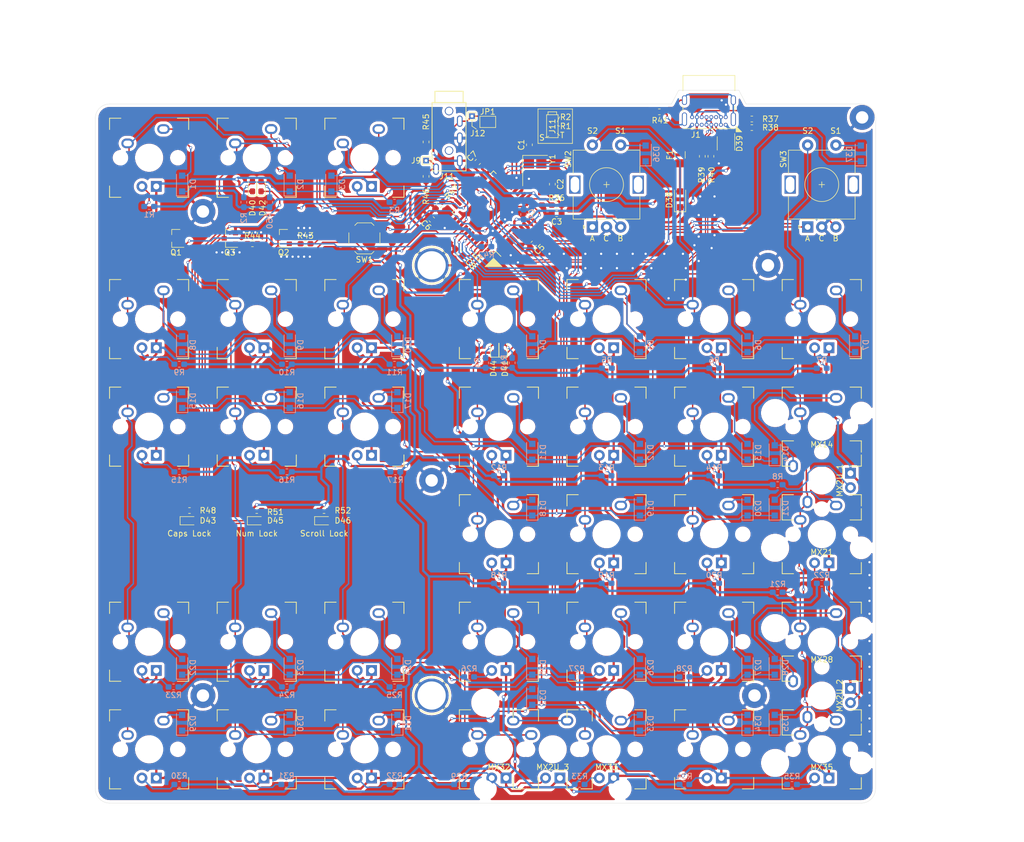
<source format=kicad_pcb>
(kicad_pcb (version 20171130) (host pcbnew 5.1.5)
  (layers (0 F.Cu signal) (31 B.Cu signal) (34 B.Paste user) (35 F.Paste user) (36 B.SilkS user) (37 F.SilkS user) (38 B.Mask user) (39 F.Mask user) (44 Edge.Cuts user))
  (net 0 "")
  (net 1 "Net-(C1-Pad1)")
  (net 2 GND)
  (net 3 "Net-(C2-Pad1)")
  (net 4 VCC)
  (net 5 +5V)
  (net 6 "Net-(C5-Pad1)")
  (net 7 "Net-(C8-Pad1)")
  (net 8 "Net-(D1-Pad2)")
  (net 9 /Row0)
  (net 10 "Net-(D2-Pad2)")
  (net 11 "Net-(D3-Pad2)")
  (net 12 "Net-(D4-Pad2)")
  (net 13 "Net-(D5-Pad2)")
  (net 14 "Net-(D6-Pad2)")
  (net 15 "Net-(D7-Pad2)")
  (net 16 "Net-(D8-Pad2)")
  (net 17 /Row1)
  (net 18 "Net-(D9-Pad2)")
  (net 19 "Net-(D10-Pad2)")
  (net 20 "Net-(D11-Pad2)")
  (net 21 "Net-(D12-Pad2)")
  (net 22 "Net-(D13-Pad2)")
  (net 23 "Net-(D14-Pad2)")
  (net 24 "Net-(D15-Pad2)")
  (net 25 /Row2)
  (net 26 "Net-(D16-Pad2)")
  (net 27 "Net-(D17-Pad2)")
  (net 28 "Net-(D18-Pad2)")
  (net 29 "Net-(D19-Pad2)")
  (net 30 "Net-(D20-Pad2)")
  (net 31 "Net-(D21-Pad2)")
  (net 32 "Net-(D22-Pad2)")
  (net 33 /Row3)
  (net 34 "Net-(D23-Pad2)")
  (net 35 "Net-(D24-Pad2)")
  (net 36 "Net-(D25-Pad2)")
  (net 37 "Net-(D26-Pad2)")
  (net 38 "Net-(D27-Pad2)")
  (net 39 "Net-(D28-Pad2)")
  (net 40 /Row4)
  (net 41 "Net-(D29-Pad2)")
  (net 42 "Net-(D30-Pad2)")
  (net 43 "Net-(D31-Pad2)")
  (net 44 "Net-(D32-Pad2)")
  (net 45 "Net-(D33-Pad2)")
  (net 46 "Net-(D34-Pad2)")
  (net 47 "Net-(D35-Pad2)")
  (net 48 "Net-(D36-Pad2)")
  (net 49 /Row5)
  (net 50 "Net-(D37-Pad2)")
  (net 51 /DP)
  (net 52 /DN)
  (net 53 "Net-(F1-Pad2)")
  (net 54 "Net-(J1-PadA5)")
  (net 55 "Net-(J1-PadA8)")
  (net 56 "Net-(J1-PadB8)")
  (net 57 "Net-(J1-PadB5)")
  (net 58 "Net-(J1-PadS1)")
  (net 59 "Net-(J11-PadS)")
  (net 60 "Net-(J11-PadR2)")
  (net 61 /Data)
  (net 62 /Col0)
  (net 63 "Net-(MX1-Pad3)")
  (net 64 /Col2)
  (net 65 /ScrLk)
  (net 66 /Col1)
  (net 67 "Net-(MX3-Pad3)")
  (net 68 /NumLk)
  (net 69 /Col3)
  (net 70 "Net-(MX5-Pad3)")
  (net 71 /Col4)
  (net 72 /Col5)
  (net 73 "Net-(MX6-Pad3)")
  (net 74 /Col6)
  (net 75 "Net-(MX7-Pad3)")
  (net 76 "Net-(MX8-Pad3)")
  (net 77 "Net-(MX9-Pad3)")
  (net 78 "Net-(MX10-Pad3)")
  (net 79 "Net-(MX11-Pad3)")
  (net 80 "Net-(MX12-Pad3)")
  (net 81 "Net-(MX13-Pad3)")
  (net 82 "Net-(MX15-Pad3)")
  (net 83 "Net-(MX16-Pad3)")
  (net 84 "Net-(MX17-Pad3)")
  (net 85 "Net-(MX18-Pad3)")
  (net 86 "Net-(MX19-Pad3)")
  (net 87 "Net-(MX20-Pad3)")
  (net 88 "Net-(MX21-Pad3)")
  (net 89 "Net-(MX22-Pad3)")
  (net 90 "Net-(MX23-Pad3)")
  (net 91 "Net-(MX24-Pad3)")
  (net 92 "Net-(MX25-Pad3)")
  (net 93 "Net-(MX26-Pad3)")
  (net 94 "Net-(MX27-Pad3)")
  (net 95 "Net-(MX29-Pad3)")
  (net 96 "Net-(MX30-Pad3)")
  (net 97 "Net-(MX31-Pad3)")
  (net 98 "Net-(MX2U_3-Pad3)")
  (net 99 "Net-(MX33-Pad3)")
  (net 100 "Net-(MX34-Pad3)")
  (net 101 "Net-(MX35-Pad3)")
  (net 102 "Net-(R36-Pad1)")
  (net 103 /32u4_DP)
  (net 104 /32u4_DN)
  (net 105 /PB7)
  (net 106 /PB6)
  (net 107 /PB5)
  (net 108 "Net-(R47-Pad2)")
  (net 109 /PB0)
  (net 110 /PB1)
  (net 111 /PD0)
  (net 112 /PD1)
  (net 113 /PD3)
  (net 114 /PD5)
  (net 115 /PD4)
  (net 116 /PB4)
  (net 117 "Net-(MX2U_1-Pad3)")
  (net 118 "Net-(MX2U_2-Pad3)")
  (net 119 /LED_BK)
  (net 120 /BK0)
  (net 121 /CapsLk)
  (net 122 /BK1)
  (net 123 /Num_GND)
  (net 124 "Net-(D41-Pad2)")
  (net 125 /Scr_GND)
  (net 126 "Net-(D42-Pad2)")
  (net 127 "Net-(D45-Pad2)")
  (net 128 "Net-(D46-Pad2)")
  (net 129 /BackLight)
  (module MX_Only-modded:MXOnly-1U (layer F.Cu) (at 172.2755 109.601)
    (fp_text reference MX20)
    (fp_text value MX-LED)
    (pad "" np_thru_hole circle (at 5.08 0 48.0996) (size 1.75 1.75) (drill 1.75) (layers *.Cu *.Mask))
    (pad "" np_thru_hole circle (at -5.08 0 48.0996) (size 1.75 1.75) (drill 1.75) (layers *.Cu *.Mask))
    (pad 4 thru_hole rect (at 1.27 5.08) (size 1.905 1.905) (drill 1.04) (layers *.Cu *.Mask) (net 119 /LED_BK))
    (pad 3 thru_hole circle (at -1.27 5.08) (size 1.905 1.905) (drill 1.04) (layers *.Cu *.Mask) (net 87 "Net-(MX20-Pad3)"))
    (pad 1 thru_hole oval (at -3.81 -2.54) (size 2.2 1.7) (drill oval 1.5 1) (layers *.Cu B.Mask) (net 72 /Col5))
    (pad "" np_thru_hole circle (at 0 0) (size 3.9878 3.9878) (drill 3.9878) (layers *.Cu *.Mask))
    (pad 2 thru_hole oval (at 2.54 -5.08) (size 2.2 1.7) (drill oval 1.5 1) (layers *.Cu B.Mask) (net 30 "Net-(D20-Pad2)"))
  )
  (module Rotary_Encoder:RotaryEncoder_Alps_EC11E-Switch_Vertical_H20mm (layer F.Cu) (at 153.2255 47.6885 90)
    (fp_text reference SW2 (at 4.5085 -6.7945 90) (layer F.SilkS))
    (fp_text value Rotary_Encoder_Switch)
    (pad A thru_hole rect (at -7.5 -2.5 90) (size 2 2) (drill 1) (layers *.Cu *.Mask) (net 113 /PD3))
    (pad C thru_hole circle (at -7.5 0 90) (size 2 2) (drill 1) (layers *.Cu *.Mask) (net 2 GND))
    (pad B thru_hole circle (at -7.5 2.5 90) (size 2 2) (drill 1) (layers *.Cu *.Mask) (net 114 /PD5))
    (pad MP thru_hole rect (at 0 -5.6 90) (size 3.2 2) (drill oval 2.8 1.5) (layers *.Cu *.Mask))
    (pad MP thru_hole rect (at 0 5.6 90) (size 3.2 2) (drill oval 2.8 1.5) (layers *.Cu *.Mask))
    (pad S2 thru_hole circle (at 7 -2.5 90) (size 2 2) (drill 1) (layers *.Cu *.Mask) (net 72 /Col5))
    (pad S1 thru_hole circle (at 7 2.5 90) (size 2 2) (drill 1) (layers *.Cu *.Mask) (net 48 "Net-(D36-Pad2)"))
  )
  (module MX_Only-modded:MXOnly-1U (layer F.Cu) (at 153.2255 71.501)
    (fp_text reference MX5)
    (fp_text value MX-LED)
    (pad "" np_thru_hole circle (at 5.08 0 48.0996) (size 1.75 1.75) (drill 1.75) (layers *.Cu *.Mask))
    (pad "" np_thru_hole circle (at -5.08 0 48.0996) (size 1.75 1.75) (drill 1.75) (layers *.Cu *.Mask))
    (pad 4 thru_hole rect (at 1.27 5.08) (size 1.905 1.905) (drill 1.04) (layers *.Cu *.Mask) (net 119 /LED_BK))
    (pad 3 thru_hole circle (at -1.27 5.08) (size 1.905 1.905) (drill 1.04) (layers *.Cu *.Mask) (net 70 "Net-(MX5-Pad3)"))
    (pad 1 thru_hole oval (at -3.81 -2.54) (size 2.2 1.7) (drill oval 1.5 1) (layers *.Cu B.Mask) (net 71 /Col4))
    (pad "" np_thru_hole circle (at 0 0) (size 3.9878 3.9878) (drill 3.9878) (layers *.Cu *.Mask))
    (pad 2 thru_hole oval (at 2.54 -5.08) (size 2.2 1.7) (drill oval 1.5 1) (layers *.Cu B.Mask) (net 13 "Net-(D5-Pad2)"))
  )
  (module MX_Only-modded:MXOnly-1U (layer F.Cu) (at 91.313 90.551)
    (fp_text reference MX16)
    (fp_text value MX-LED)
    (pad "" np_thru_hole circle (at 5.08 0 48.0996) (size 1.75 1.75) (drill 1.75) (layers *.Cu *.Mask))
    (pad "" np_thru_hole circle (at -5.08 0 48.0996) (size 1.75 1.75) (drill 1.75) (layers *.Cu *.Mask))
    (pad 4 thru_hole rect (at 1.27 5.08) (size 1.905 1.905) (drill 1.04) (layers *.Cu *.Mask) (net 119 /LED_BK))
    (pad 3 thru_hole circle (at -1.27 5.08) (size 1.905 1.905) (drill 1.04) (layers *.Cu *.Mask) (net 83 "Net-(MX16-Pad3)"))
    (pad 1 thru_hole oval (at -3.81 -2.54) (size 2.2 1.7) (drill oval 1.5 1) (layers *.Cu B.Mask) (net 66 /Col1))
    (pad "" np_thru_hole circle (at 0 0) (size 3.9878 3.9878) (drill 3.9878) (layers *.Cu *.Mask))
    (pad 2 thru_hole oval (at 2.54 -5.08) (size 2.2 1.7) (drill oval 1.5 1) (layers *.Cu B.Mask) (net 26 "Net-(D16-Pad2)"))
  )
  (module Resistor_SMD:R_0603_1608Metric_Pad1.05x0.95mm_HandSolder (layer B.Cu) (at 76.581 136.652)
    (fp_text reference R23 (at 0 1.43) (layer B.SilkS) (effects (justify mirror)))
    (fp_text value 1k)
    (pad 2 smd roundrect (at 0.875 0) (size 1.05 0.95) (layers B.Cu B.Paste B.Mask) (net 4 VCC))
    (pad 1 smd roundrect (at -0.875 0) (size 1.05 0.95) (layers B.Cu B.Paste B.Mask) (net 89 "Net-(MX22-Pad3)"))
  )
  (module Connector_USB:USB_C_Receptacle_GCT_USB4085 (layer F.Cu) (at 171.323 30.988 180)
    (fp_text reference J1 (at 2.286 -7.874 180) (layer F.SilkS))
    (fp_text value USB_C_Receptacle_USB2.0)
    (pad S1 thru_hole oval (at 4.3 -1.74 180) (size 0.9 1.7) (drill oval 0.6 1.4) (layers *.Cu *.Mask) (net 58 "Net-(J1-PadS1)"))
    (pad S1 thru_hole oval (at -4.35 -1.74 180) (size 0.9 1.7) (drill oval 0.6 1.4) (layers *.Cu *.Mask) (net 58 "Net-(J1-PadS1)"))
    (pad S1 thru_hole oval (at 4.3 -5.12 180) (size 0.9 2.4) (drill oval 0.6 2.1) (layers *.Cu *.Mask) (net 58 "Net-(J1-PadS1)"))
    (pad S1 thru_hole oval (at -4.35 -5.12 180) (size 0.9 2.4) (drill oval 0.6 2.1) (layers *.Cu *.Mask) (net 58 "Net-(J1-PadS1)"))
    (pad B6 thru_hole circle (at 0.4 -4.75 180) (size 0.7 0.7) (drill 0.4) (layers *.Cu *.Mask) (net 51 /DP))
    (pad B1 thru_hole circle (at 2.95 -4.75 180) (size 0.7 0.7) (drill 0.4) (layers *.Cu *.Mask) (net 2 GND))
    (pad B4 thru_hole circle (at 2.1 -4.75 180) (size 0.7 0.7) (drill 0.4) (layers *.Cu *.Mask) (net 53 "Net-(F1-Pad2)"))
    (pad B5 thru_hole circle (at 1.25 -4.75 180) (size 0.7 0.7) (drill 0.4) (layers *.Cu *.Mask) (net 57 "Net-(J1-PadB5)"))
    (pad B12 thru_hole circle (at -3 -4.75 180) (size 0.7 0.7) (drill 0.4) (layers *.Cu *.Mask) (net 2 GND))
    (pad B8 thru_hole circle (at -1.3 -4.75 180) (size 0.7 0.7) (drill 0.4) (layers *.Cu *.Mask) (net 56 "Net-(J1-PadB8)"))
    (pad B7 thru_hole circle (at -0.45 -4.75 180) (size 0.7 0.7) (drill 0.4) (layers *.Cu *.Mask) (net 52 /DN))
    (pad B9 thru_hole circle (at -2.15 -4.75 180) (size 0.7 0.7) (drill 0.4) (layers *.Cu *.Mask) (net 53 "Net-(F1-Pad2)"))
    (pad A12 thru_hole circle (at 2.95 -6.1 180) (size 0.7 0.7) (drill 0.4) (layers *.Cu *.Mask) (net 2 GND))
    (pad A9 thru_hole circle (at 2.1 -6.1 180) (size 0.7 0.7) (drill 0.4) (layers *.Cu *.Mask) (net 53 "Net-(F1-Pad2)"))
    (pad A8 thru_hole circle (at 1.25 -6.1 180) (size 0.7 0.7) (drill 0.4) (layers *.Cu *.Mask) (net 55 "Net-(J1-PadA8)"))
    (pad A7 thru_hole circle (at 0.4 -6.1 180) (size 0.7 0.7) (drill 0.4) (layers *.Cu *.Mask) (net 52 /DN))
    (pad A6 thru_hole circle (at -0.45 -6.1 180) (size 0.7 0.7) (drill 0.4) (layers *.Cu *.Mask) (net 51 /DP))
    (pad A5 thru_hole circle (at -1.3 -6.1 180) (size 0.7 0.7) (drill 0.4) (layers *.Cu *.Mask) (net 54 "Net-(J1-PadA5)"))
    (pad A4 thru_hole circle (at -2.15 -6.1 180) (size 0.7 0.7) (drill 0.4) (layers *.Cu *.Mask) (net 53 "Net-(F1-Pad2)"))
    (pad A1 thru_hole circle (at -3 -6.1 180) (size 0.7 0.7) (drill 0.4) (layers *.Cu *.Mask) (net 2 GND))
  )
  (module Rotary_Encoder:RotaryEncoder_Alps_EC11E-Switch_Vertical_H20mm (layer F.Cu) (at 191.3255 47.6885 90)
    (fp_text reference SW3 (at 4.5085 -6.7945 90) (layer F.SilkS))
    (fp_text value Rotary_Encoder_Switch)
    (pad A thru_hole rect (at -7.5 -2.5 90) (size 2 2) (drill 1) (layers *.Cu *.Mask) (net 109 /PB0))
    (pad C thru_hole circle (at -7.5 0 90) (size 2 2) (drill 1) (layers *.Cu *.Mask) (net 2 GND))
    (pad B thru_hole circle (at -7.5 2.5 90) (size 2 2) (drill 1) (layers *.Cu *.Mask) (net 110 /PB1))
    (pad MP thru_hole rect (at 0 -5.6 90) (size 3.2 2) (drill oval 2.8 1.5) (layers *.Cu *.Mask))
    (pad MP thru_hole rect (at 0 5.6 90) (size 3.2 2) (drill oval 2.8 1.5) (layers *.Cu *.Mask))
    (pad S2 thru_hole circle (at 7 -2.5 90) (size 2 2) (drill 1) (layers *.Cu *.Mask) (net 74 /Col6))
    (pad S1 thru_hole circle (at 7 2.5 90) (size 2 2) (drill 1) (layers *.Cu *.Mask) (net 50 "Net-(D37-Pad2)"))
  )
  (module Resistor_SMD:R_0603_1608Metric_Pad1.05x0.95mm_HandSolder (layer B.Cu) (at 72.263 51.562)
    (fp_text reference R1 (at 0 1.43) (layer B.SilkS) (effects (justify mirror)))
    (fp_text value 1k)
    (pad 2 smd roundrect (at 0.875 0) (size 1.05 0.95) (layers B.Cu B.Paste B.Mask) (net 4 VCC))
    (pad 1 smd roundrect (at -0.875 0) (size 1.05 0.95) (layers B.Cu B.Paste B.Mask) (net 63 "Net-(MX1-Pad3)"))
  )
  (module Resistor_SMD:R_0603_1608Metric_Pad1.05x0.95mm_HandSolder (layer B.Cu) (at 115.697 50.8)
    (fp_text reference R3 (at 0 1.43) (layer B.SilkS) (effects (justify mirror)))
    (fp_text value 1k)
    (pad 2 smd roundrect (at 0.875 0) (size 1.05 0.95) (layers B.Cu B.Paste B.Mask) (net 4 VCC))
    (pad 1 smd roundrect (at -0.875 0) (size 1.05 0.95) (layers B.Cu B.Paste B.Mask) (net 67 "Net-(MX3-Pad3)"))
  )
  (module Resistor_SMD:R_0603_1608Metric_Pad1.05x0.95mm_HandSolder (layer B.Cu) (at 153.289 80.2005 180)
    (fp_text reference R5 (at 0 1.43) (layer B.SilkS) (effects (justify mirror)))
    (fp_text value 1k)
    (pad 2 smd roundrect (at 0.875 0 180) (size 1.05 0.95) (layers B.Cu B.Paste B.Mask) (net 4 VCC))
    (pad 1 smd roundrect (at -0.875 0 180) (size 1.05 0.95) (layers B.Cu B.Paste B.Mask) (net 70 "Net-(MX5-Pad3)"))
  )
  (module Resistor_SMD:R_0603_1608Metric_Pad1.05x0.95mm_HandSolder (layer B.Cu) (at 172.2755 80.2005 180)
    (fp_text reference R6 (at 0 1.43) (layer B.SilkS) (effects (justify mirror)))
    (fp_text value 1k)
    (pad 2 smd roundrect (at 0.875 0 180) (size 1.05 0.95) (layers B.Cu B.Paste B.Mask) (net 4 VCC))
    (pad 1 smd roundrect (at -0.875 0 180) (size 1.05 0.95) (layers B.Cu B.Paste B.Mask) (net 73 "Net-(MX6-Pad3)"))
  )
  (module Resistor_SMD:R_0603_1608Metric_Pad1.05x0.95mm_HandSolder (layer B.Cu) (at 191.3255 80.2005 180)
    (fp_text reference R7 (at 0 1.43) (layer B.SilkS) (effects (justify mirror)))
    (fp_text value 1k)
    (pad 2 smd roundrect (at 0.875 0 180) (size 1.05 0.95) (layers B.Cu B.Paste B.Mask) (net 4 VCC))
    (pad 1 smd roundrect (at -0.875 0 180) (size 1.05 0.95) (layers B.Cu B.Paste B.Mask) (net 75 "Net-(MX7-Pad3)"))
  )
  (module Resistor_SMD:R_0603_1608Metric_Pad1.05x0.95mm_HandSolder (layer B.Cu) (at 183.515 100.838 180)
    (fp_text reference R8 (at 0 1.43) (layer B.SilkS) (effects (justify mirror)))
    (fp_text value 1k)
    (pad 2 smd roundrect (at 0.875 0 180) (size 1.05 0.95) (layers B.Cu B.Paste B.Mask) (net 4 VCC))
    (pad 1 smd roundrect (at -0.875 0 180) (size 1.05 0.95) (layers B.Cu B.Paste B.Mask) (net 117 "Net-(MX2U_1-Pad3)"))
  )
  (module Resistor_SMD:R_0603_1608Metric_Pad1.05x0.95mm_HandSolder (layer B.Cu) (at 77.597 79.502)
    (fp_text reference R9 (at 0 1.43) (layer B.SilkS) (effects (justify mirror)))
    (fp_text value 1k)
    (pad 2 smd roundrect (at 0.875 0) (size 1.05 0.95) (layers B.Cu B.Paste B.Mask) (net 4 VCC))
    (pad 1 smd roundrect (at -0.875 0) (size 1.05 0.95) (layers B.Cu B.Paste B.Mask) (net 76 "Net-(MX8-Pad3)"))
  )
  (module Resistor_SMD:R_0603_1608Metric_Pad1.05x0.95mm_HandSolder (layer B.Cu) (at 96.647 79.502)
    (fp_text reference R10 (at 0 1.43) (layer B.SilkS) (effects (justify mirror)))
    (fp_text value 1k)
    (pad 2 smd roundrect (at 0.875 0) (size 1.05 0.95) (layers B.Cu B.Paste B.Mask) (net 4 VCC))
    (pad 1 smd roundrect (at -0.875 0) (size 1.05 0.95) (layers B.Cu B.Paste B.Mask) (net 77 "Net-(MX9-Pad3)"))
  )
  (module Resistor_SMD:R_0603_1608Metric_Pad1.05x0.95mm_HandSolder (layer B.Cu) (at 115.697 79.502)
    (fp_text reference R11 (at 0 1.43) (layer B.SilkS) (effects (justify mirror)))
    (fp_text value 1k)
    (pad 2 smd roundrect (at 0.875 0) (size 1.05 0.95) (layers B.Cu B.Paste B.Mask) (net 4 VCC))
    (pad 1 smd roundrect (at -0.875 0) (size 1.05 0.95) (layers B.Cu B.Paste B.Mask) (net 78 "Net-(MX10-Pad3)"))
  )
  (module Resistor_SMD:R_0603_1608Metric_Pad1.05x0.95mm_HandSolder (layer B.Cu) (at 134.1755 99.2505 180)
    (fp_text reference R12 (at 0 1.43) (layer B.SilkS) (effects (justify mirror)))
    (fp_text value 1k)
    (pad 2 smd roundrect (at 0.875 0 180) (size 1.05 0.95) (layers B.Cu B.Paste B.Mask) (net 4 VCC))
    (pad 1 smd roundrect (at -0.875 0 180) (size 1.05 0.95) (layers B.Cu B.Paste B.Mask) (net 79 "Net-(MX11-Pad3)"))
  )
  (module Resistor_SMD:R_0603_1608Metric_Pad1.05x0.95mm_HandSolder (layer B.Cu) (at 153.2255 99.2505 180)
    (fp_text reference R13 (at 0 1.43) (layer B.SilkS) (effects (justify mirror)))
    (fp_text value 1k)
    (pad 2 smd roundrect (at 0.875 0 180) (size 1.05 0.95) (layers B.Cu B.Paste B.Mask) (net 4 VCC))
    (pad 1 smd roundrect (at -0.875 0 180) (size 1.05 0.95) (layers B.Cu B.Paste B.Mask) (net 80 "Net-(MX12-Pad3)"))
  )
  (module Resistor_SMD:R_0603_1608Metric_Pad1.05x0.95mm_HandSolder (layer B.Cu) (at 172.2755 99.2505 180)
    (fp_text reference R14 (at 0 1.43) (layer B.SilkS) (effects (justify mirror)))
    (fp_text value 1k)
    (pad 2 smd roundrect (at 0.875 0 180) (size 1.05 0.95) (layers B.Cu B.Paste B.Mask) (net 4 VCC))
    (pad 1 smd roundrect (at -0.875 0 180) (size 1.05 0.95) (layers B.Cu B.Paste B.Mask) (net 81 "Net-(MX13-Pad3)"))
  )
  (module Resistor_SMD:R_0603_1608Metric_Pad1.05x0.95mm_HandSolder (layer B.Cu) (at 77.597 98.552)
    (fp_text reference R15 (at 0 1.43) (layer B.SilkS) (effects (justify mirror)))
    (fp_text value 1k)
    (pad 2 smd roundrect (at 0.875 0) (size 1.05 0.95) (layers B.Cu B.Paste B.Mask) (net 4 VCC))
    (pad 1 smd roundrect (at -0.875 0) (size 1.05 0.95) (layers B.Cu B.Paste B.Mask) (net 82 "Net-(MX15-Pad3)"))
  )
  (module Resistor_SMD:R_0603_1608Metric_Pad1.05x0.95mm_HandSolder (layer B.Cu) (at 96.647 98.552)
    (fp_text reference R16 (at 0 1.43) (layer B.SilkS) (effects (justify mirror)))
    (fp_text value 1k)
    (pad 2 smd roundrect (at 0.875 0) (size 1.05 0.95) (layers B.Cu B.Paste B.Mask) (net 4 VCC))
    (pad 1 smd roundrect (at -0.875 0) (size 1.05 0.95) (layers B.Cu B.Paste B.Mask) (net 83 "Net-(MX16-Pad3)"))
  )
  (module Resistor_SMD:R_0603_1608Metric_Pad1.05x0.95mm_HandSolder (layer B.Cu) (at 115.838 98.552)
    (fp_text reference R17 (at 0 1.43) (layer B.SilkS) (effects (justify mirror)))
    (fp_text value 1k)
    (pad 2 smd roundrect (at 0.875 0) (size 1.05 0.95) (layers B.Cu B.Paste B.Mask) (net 4 VCC))
    (pad 1 smd roundrect (at -0.875 0) (size 1.05 0.95) (layers B.Cu B.Paste B.Mask) (net 84 "Net-(MX17-Pad3)"))
  )
  (module Resistor_SMD:R_0603_1608Metric_Pad1.05x0.95mm_HandSolder (layer B.Cu) (at 134.1755 118.3005 180)
    (fp_text reference R18 (at 0 1.43) (layer B.SilkS) (effects (justify mirror)))
    (fp_text value 1k)
    (pad 2 smd roundrect (at 0.875 0 180) (size 1.05 0.95) (layers B.Cu B.Paste B.Mask) (net 4 VCC))
    (pad 1 smd roundrect (at -0.875 0 180) (size 1.05 0.95) (layers B.Cu B.Paste B.Mask) (net 85 "Net-(MX18-Pad3)"))
  )
  (module Resistor_SMD:R_0603_1608Metric_Pad1.05x0.95mm_HandSolder (layer B.Cu) (at 153.2255 118.3005 180)
    (fp_text reference R19 (at 0 1.43) (layer B.SilkS) (effects (justify mirror)))
    (fp_text value 1k)
    (pad 2 smd roundrect (at 0.875 0 180) (size 1.05 0.95) (layers B.Cu B.Paste B.Mask) (net 4 VCC))
    (pad 1 smd roundrect (at -0.875 0 180) (size 1.05 0.95) (layers B.Cu B.Paste B.Mask) (net 86 "Net-(MX19-Pad3)"))
  )
  (module Resistor_SMD:R_0603_1608Metric_Pad1.05x0.95mm_HandSolder (layer B.Cu) (at 172.2755 118.3005 180)
    (fp_text reference R20 (at 0 1.43) (layer B.SilkS) (effects (justify mirror)))
    (fp_text value 1k)
    (pad 2 smd roundrect (at 0.875 0 180) (size 1.05 0.95) (layers B.Cu B.Paste B.Mask) (net 4 VCC))
    (pad 1 smd roundrect (at -0.875 0 180) (size 1.05 0.95) (layers B.Cu B.Paste B.Mask) (net 87 "Net-(MX20-Pad3)"))
  )
  (module Resistor_SMD:R_0603_1608Metric_Pad1.05x0.95mm_HandSolder (layer B.Cu) (at 183.515 119.888 180)
    (fp_text reference R21 (at 0 1.43) (layer B.SilkS) (effects (justify mirror)))
    (fp_text value 1k)
    (pad 2 smd roundrect (at 0.875 0 180) (size 1.05 0.95) (layers B.Cu B.Paste B.Mask) (net 4 VCC))
    (pad 1 smd roundrect (at -0.875 0 180) (size 1.05 0.95) (layers B.Cu B.Paste B.Mask) (net 88 "Net-(MX21-Pad3)"))
  )
  (module Resistor_SMD:R_0603_1608Metric_Pad1.05x0.95mm_HandSolder (layer B.Cu) (at 191.3255 118.3005 180)
    (fp_text reference R22 (at 0 1.43) (layer B.SilkS) (effects (justify mirror)))
    (fp_text value 1k)
    (pad 2 smd roundrect (at 0.875 0 180) (size 1.05 0.95) (layers B.Cu B.Paste B.Mask) (net 4 VCC))
    (pad 1 smd roundrect (at -0.875 0 180) (size 1.05 0.95) (layers B.Cu B.Paste B.Mask) (net 118 "Net-(MX2U_2-Pad3)"))
  )
  (module Resistor_SMD:R_0603_1608Metric_Pad1.05x0.95mm_HandSolder (layer B.Cu) (at 96.647 136.652)
    (fp_text reference R24 (at 0 1.43) (layer B.SilkS) (effects (justify mirror)))
    (fp_text value 1k)
    (pad 2 smd roundrect (at 0.875 0) (size 1.05 0.95) (layers B.Cu B.Paste B.Mask) (net 4 VCC))
    (pad 1 smd roundrect (at -0.875 0) (size 1.05 0.95) (layers B.Cu B.Paste B.Mask) (net 90 "Net-(MX23-Pad3)"))
  )
  (module Resistor_SMD:R_0603_1608Metric_Pad1.05x0.95mm_HandSolder (layer B.Cu) (at 115.697 136.652)
    (fp_text reference R25 (at 0 1.43) (layer B.SilkS) (effects (justify mirror)))
    (fp_text value 1k)
    (pad 2 smd roundrect (at 0.875 0) (size 1.05 0.95) (layers B.Cu B.Paste B.Mask) (net 4 VCC))
    (pad 1 smd roundrect (at -0.875 0) (size 1.05 0.95) (layers B.Cu B.Paste B.Mask) (net 91 "Net-(MX24-Pad3)"))
  )
  (module Resistor_SMD:R_0603_1608Metric_Pad1.05x0.95mm_HandSolder (layer B.Cu) (at 128.905 134.874 180)
    (fp_text reference R26 (at 0 1.43) (layer B.SilkS) (effects (justify mirror)))
    (fp_text value 1k)
    (pad 2 smd roundrect (at 0.875 0 180) (size 1.05 0.95) (layers B.Cu B.Paste B.Mask) (net 4 VCC))
    (pad 1 smd roundrect (at -0.875 0 180) (size 1.05 0.95) (layers B.Cu B.Paste B.Mask) (net 92 "Net-(MX25-Pad3)"))
  )
  (module Resistor_SMD:R_0603_1608Metric_Pad1.05x0.95mm_HandSolder (layer B.Cu) (at 147.955 134.874 180)
    (fp_text reference R27 (at 0 1.43) (layer B.SilkS) (effects (justify mirror)))
    (fp_text value 1k)
    (pad 2 smd roundrect (at 0.875 0 180) (size 1.05 0.95) (layers B.Cu B.Paste B.Mask) (net 4 VCC))
    (pad 1 smd roundrect (at -0.875 0 180) (size 1.05 0.95) (layers B.Cu B.Paste B.Mask) (net 93 "Net-(MX26-Pad3)"))
  )
  (module Resistor_SMD:R_0603_1608Metric_Pad1.05x0.95mm_HandSolder (layer B.Cu) (at 167.005 134.874 180)
    (fp_text reference R28 (at 0 1.43) (layer B.SilkS) (effects (justify mirror)))
    (fp_text value 1k)
    (pad 2 smd roundrect (at 0.875 0 180) (size 1.05 0.95) (layers B.Cu B.Paste B.Mask) (net 4 VCC))
    (pad 1 smd roundrect (at -0.875 0 180) (size 1.05 0.95) (layers B.Cu B.Paste B.Mask) (net 94 "Net-(MX27-Pad3)"))
  )
  (module Resistor_SMD:R_0603_1608Metric_Pad1.05x0.95mm_HandSolder (layer B.Cu) (at 127.127 153.924 180)
    (fp_text reference R29 (at 0 1.43) (layer B.SilkS) (effects (justify mirror)))
    (fp_text value 1k)
    (pad 2 smd roundrect (at 0.875 0 180) (size 1.05 0.95) (layers B.Cu B.Paste B.Mask) (net 4 VCC))
    (pad 1 smd roundrect (at -0.875 0 180) (size 1.05 0.95) (layers B.Cu B.Paste B.Mask) (net 98 "Net-(MX2U_3-Pad3)"))
  )
  (module Resistor_SMD:R_0603_1608Metric_Pad1.05x0.95mm_HandSolder (layer B.Cu) (at 77.597 153.924)
    (fp_text reference R30 (at 0 -1.524) (layer B.SilkS) (effects (justify mirror)))
    (fp_text value 1k)
    (pad 2 smd roundrect (at 0.875 0) (size 1.05 0.95) (layers B.Cu B.Paste B.Mask) (net 4 VCC))
    (pad 1 smd roundrect (at -0.875 0) (size 1.05 0.95) (layers B.Cu B.Paste B.Mask) (net 95 "Net-(MX29-Pad3)"))
  )
  (module Resistor_SMD:R_0603_1608Metric_Pad1.05x0.95mm_HandSolder (layer B.Cu) (at 96.534 153.924)
    (fp_text reference R31 (at 0 -1.524) (layer B.SilkS) (effects (justify mirror)))
    (fp_text value 1k)
    (pad 2 smd roundrect (at 0.875 0) (size 1.05 0.95) (layers B.Cu B.Paste B.Mask) (net 4 VCC))
    (pad 1 smd roundrect (at -0.875 0) (size 1.05 0.95) (layers B.Cu B.Paste B.Mask) (net 96 "Net-(MX30-Pad3)"))
  )
  (module Resistor_SMD:R_0603_1608Metric_Pad1.05x0.95mm_HandSolder (layer B.Cu) (at 115.697 153.924)
    (fp_text reference R32 (at 0 -1.524) (layer B.SilkS) (effects (justify mirror)))
    (fp_text value 1k)
    (pad 2 smd roundrect (at 0.875 0) (size 1.05 0.95) (layers B.Cu B.Paste B.Mask) (net 4 VCC))
    (pad 1 smd roundrect (at -0.875 0) (size 1.05 0.95) (layers B.Cu B.Paste B.Mask) (net 97 "Net-(MX31-Pad3)"))
  )
  (module Resistor_SMD:R_0603_1608Metric_Pad1.05x0.95mm_HandSolder (layer B.Cu) (at 148.463 153.924 180)
    (fp_text reference R33 (at 0 1.43) (layer B.SilkS) (effects (justify mirror)))
    (fp_text value 1k)
    (pad 2 smd roundrect (at 0.875 0 180) (size 1.05 0.95) (layers B.Cu B.Paste B.Mask) (net 4 VCC))
    (pad 1 smd roundrect (at -0.875 0 180) (size 1.05 0.95) (layers B.Cu B.Paste B.Mask) (net 99 "Net-(MX33-Pad3)"))
  )
  (module Resistor_SMD:R_0603_1608Metric_Pad1.05x0.95mm_HandSolder (layer B.Cu) (at 167.005 153.924 180)
    (fp_text reference R34 (at 0 1.43) (layer B.SilkS) (effects (justify mirror)))
    (fp_text value 1k)
    (pad 2 smd roundrect (at 0.875 0 180) (size 1.05 0.95) (layers B.Cu B.Paste B.Mask) (net 4 VCC))
    (pad 1 smd roundrect (at -0.875 0 180) (size 1.05 0.95) (layers B.Cu B.Paste B.Mask) (net 100 "Net-(MX34-Pad3)"))
  )
  (module Resistor_SMD:R_0603_1608Metric_Pad1.05x0.95mm_HandSolder (layer B.Cu) (at 186.055 153.924 180)
    (fp_text reference R35 (at 0 1.43) (layer B.SilkS) (effects (justify mirror)))
    (fp_text value 1k)
    (pad 2 smd roundrect (at 0.875 0 180) (size 1.05 0.95) (layers B.Cu B.Paste B.Mask) (net 4 VCC))
    (pad 1 smd roundrect (at -0.875 0 180) (size 1.05 0.95) (layers B.Cu B.Paste B.Mask) (net 101 "Net-(MX35-Pad3)"))
  )
  (module Resistor_SMD:R_0603_1608Metric_Pad1.05x0.95mm_HandSolder (layer B.Cu) (at 93.599 50.8 270)
    (fp_text reference R50 (at 3.302 0 90) (layer B.SilkS) (effects (justify mirror)))
    (fp_text value 1k)
    (pad 2 smd roundrect (at 0.875 0 270) (size 1.05 0.95) (layers B.Cu B.Paste B.Mask) (net 4 VCC))
    (pad 1 smd roundrect (at -0.875 0 270) (size 1.05 0.95) (layers B.Cu B.Paste B.Mask) (net 126 "Net-(D42-Pad2)"))
  )
  (module Capacitor_SMD:C_0603_1608Metric_Pad1.05x0.95mm_HandSolder (layer F.Cu) (at 139.573 40.64 90)
    (fp_text reference C1 (at 0 -1.43 90) (layer F.SilkS))
    (fp_text value 22pF)
    (pad 2 smd roundrect (at 0.875 0 90) (size 1.05 0.95) (layers F.Cu F.Paste F.Mask) (net 2 GND))
    (pad 1 smd roundrect (at -0.875 0 90) (size 1.05 0.95) (layers F.Cu F.Paste F.Mask) (net 1 "Net-(C1-Pad1)"))
  )
  (module Capacitor_SMD:C_0603_1608Metric_Pad1.05x0.95mm_HandSolder (layer F.Cu) (at 143.637 47.611 270)
    (fp_text reference C2 (at 0 -1.43 90) (layer F.SilkS))
    (fp_text value 22pF)
    (pad 2 smd roundrect (at 0.875 0 270) (size 1.05 0.95) (layers F.Cu F.Paste F.Mask) (net 2 GND))
    (pad 1 smd roundrect (at -0.875 0 270) (size 1.05 0.95) (layers F.Cu F.Paste F.Mask) (net 3 "Net-(C2-Pad1)"))
  )
  (module Capacitor_SMD:C_0603_1608Metric_Pad1.05x0.95mm_HandSolder (layer F.Cu) (at 144.399 52.832 180)
    (fp_text reference C3 (at 0 -1.43) (layer F.SilkS))
    (fp_text value 1uF)
    (pad 2 smd roundrect (at 0.875 0 180) (size 1.05 0.95) (layers F.Cu F.Paste F.Mask) (net 2 GND))
    (pad 1 smd roundrect (at -0.875 0 180) (size 1.05 0.95) (layers F.Cu F.Paste F.Mask) (net 4 VCC))
  )
  (module Capacitor_SMD:C_0603_1608Metric_Pad1.05x0.95mm_HandSolder (layer B.Cu) (at 138.557 52.973 90)
    (fp_text reference C4 (at 0 1.43 90) (layer B.SilkS) (effects (justify mirror)))
    (fp_text value 1uF)
    (pad 2 smd roundrect (at 0.875 0 90) (size 1.05 0.95) (layers B.Cu B.Paste B.Mask) (net 2 GND))
    (pad 1 smd roundrect (at -0.875 0 90) (size 1.05 0.95) (layers B.Cu B.Paste B.Mask) (net 5 +5V))
  )
  (module Capacitor_SMD:C_0603_1608Metric_Pad1.05x0.95mm_HandSolder (layer F.Cu) (at 140.335 58.166 225)
    (fp_text reference C5 (at 0 -1.43 45) (layer F.SilkS))
    (fp_text value 1uF)
    (pad 2 smd roundrect (at 0.875 0 225) (size 1.05 0.95) (layers F.Cu F.Paste F.Mask) (net 2 GND))
    (pad 1 smd roundrect (at -0.875 0 225) (size 1.05 0.95) (layers F.Cu F.Paste F.Mask) (net 6 "Net-(C5-Pad1)"))
  )
  (module Capacitor_SMD:C_0603_1608Metric_Pad1.05x0.95mm_HandSolder (layer F.Cu) (at 122.301 53.848 135)
    (fp_text reference C6 (at 0 -1.43 135) (layer F.SilkS))
    (fp_text value 0.1uF)
    (pad 2 smd roundrect (at 0.875 0 135) (size 1.05 0.95) (layers F.Cu F.Paste F.Mask) (net 2 GND))
    (pad 1 smd roundrect (at -0.875 0 135) (size 1.05 0.95) (layers F.Cu F.Paste F.Mask) (net 4 VCC))
  )
  (module Capacitor_SMD:C_0603_1608Metric_Pad1.05x0.95mm_HandSolder (layer F.Cu) (at 130.429 43.688 45)
    (fp_text reference C7 (at 0 -1.43 45) (layer F.SilkS))
    (fp_text value 0.1uF)
    (pad 2 smd roundrect (at 0.875 0 45) (size 1.05 0.95) (layers F.Cu F.Paste F.Mask) (net 2 GND))
    (pad 1 smd roundrect (at -0.875 0 45) (size 1.05 0.95) (layers F.Cu F.Paste F.Mask) (net 4 VCC))
  )
  (module Capacitor_SMD:C_0603_1608Metric_Pad1.05x0.95mm_HandSolder (layer F.Cu) (at 127.127 59.69 135)
    (fp_text reference C8 (at -2.873682 0 135) (layer F.SilkS))
    (fp_text value 0.1uF)
    (pad 2 smd roundrect (at 0.875 0 135) (size 1.05 0.95) (layers F.Cu F.Paste F.Mask) (net 2 GND))
    (pad 1 smd roundrect (at -0.875 0 135) (size 1.05 0.95) (layers F.Cu F.Paste F.Mask) (net 7 "Net-(C8-Pad1)"))
  )
  (module Diode_SMD:D_SOD-123F (layer B.Cu) (at 78.105 47.498 90)
    (fp_text reference D1 (at -0.127 1.905 90) (layer B.SilkS) (effects (justify mirror)))
    (fp_text value 1N4148)
    (pad 2 smd rect (at 1.4 0 90) (size 1.1 1.1) (layers B.Cu B.Paste B.Mask) (net 8 "Net-(D1-Pad2)"))
    (pad 1 smd rect (at -1.4 0 90) (size 1.1 1.1) (layers B.Cu B.Paste B.Mask) (net 9 /Row0))
  )
  (module Diode_SMD:D_SOD-123F (layer B.Cu) (at 97.155 47.498 90)
    (fp_text reference D2 (at -0.127 1.905 90) (layer B.SilkS) (effects (justify mirror)))
    (fp_text value 1N4148)
    (pad 2 smd rect (at 1.4 0 90) (size 1.1 1.1) (layers B.Cu B.Paste B.Mask) (net 10 "Net-(D2-Pad2)"))
    (pad 1 smd rect (at -1.4 0 90) (size 1.1 1.1) (layers B.Cu B.Paste B.Mask) (net 9 /Row0))
  )
  (module Diode_SMD:D_SOD-123F (layer B.Cu) (at 104.521 47.498 90)
    (fp_text reference D3 (at -0.127 1.905 90) (layer B.SilkS) (effects (justify mirror)))
    (fp_text value 1N4148)
    (pad 2 smd rect (at 1.4 0 90) (size 1.1 1.1) (layers B.Cu B.Paste B.Mask) (net 11 "Net-(D3-Pad2)"))
    (pad 1 smd rect (at -1.4 0 90) (size 1.1 1.1) (layers B.Cu B.Paste B.Mask) (net 9 /Row0))
  )
  (module Diode_SMD:D_SOD-123F (layer B.Cu) (at 140.081 75.946 90)
    (fp_text reference D4 (at -0.127 1.905 90) (layer B.SilkS) (effects (justify mirror)))
    (fp_text value 1N4148)
    (pad 2 smd rect (at 1.4 0 90) (size 1.1 1.1) (layers B.Cu B.Paste B.Mask) (net 12 "Net-(D4-Pad2)"))
    (pad 1 smd rect (at -1.4 0 90) (size 1.1 1.1) (layers B.Cu B.Paste B.Mask) (net 9 /Row0))
  )
  (module Diode_SMD:D_SOD-123F (layer B.Cu) (at 159.131 75.946 90)
    (fp_text reference D5 (at -0.127 1.905 90) (layer B.SilkS) (effects (justify mirror)))
    (fp_text value 1N4148)
    (pad 2 smd rect (at 1.4 0 90) (size 1.1 1.1) (layers B.Cu B.Paste B.Mask) (net 13 "Net-(D5-Pad2)"))
    (pad 1 smd rect (at -1.4 0 90) (size 1.1 1.1) (layers B.Cu B.Paste B.Mask) (net 9 /Row0))
  )
  (module Diode_SMD:D_SOD-123F (layer B.Cu) (at 178.181 75.946 90)
    (fp_text reference D6 (at -0.127 1.905 90) (layer B.SilkS) (effects (justify mirror)))
    (fp_text value 1N4148)
    (pad 2 smd rect (at 1.4 0 90) (size 1.1 1.1) (layers B.Cu B.Paste B.Mask) (net 14 "Net-(D6-Pad2)"))
    (pad 1 smd rect (at -1.4 0 90) (size 1.1 1.1) (layers B.Cu B.Paste B.Mask) (net 9 /Row0))
  )
  (module Diode_SMD:D_SOD-123F (layer B.Cu) (at 197.231 75.946 90)
    (fp_text reference D7 (at -0.127 1.905 90) (layer B.SilkS) (effects (justify mirror)))
    (fp_text value 1N4148)
    (pad 2 smd rect (at 1.4 0 90) (size 1.1 1.1) (layers B.Cu B.Paste B.Mask) (net 15 "Net-(D7-Pad2)"))
    (pad 1 smd rect (at -1.4 0 90) (size 1.1 1.1) (layers B.Cu B.Paste B.Mask) (net 9 /Row0))
  )
  (module Diode_SMD:D_SOD-123F (layer B.Cu) (at 78.105 75.946 90)
    (fp_text reference D8 (at -0.127 1.905 90) (layer B.SilkS) (effects (justify mirror)))
    (fp_text value 1N4148)
    (pad 2 smd rect (at 1.4 0 90) (size 1.1 1.1) (layers B.Cu B.Paste B.Mask) (net 16 "Net-(D8-Pad2)"))
    (pad 1 smd rect (at -1.4 0 90) (size 1.1 1.1) (layers B.Cu B.Paste B.Mask) (net 17 /Row1))
  )
  (module Diode_SMD:D_SOD-123F (layer B.Cu) (at 97.155 75.946 90)
    (fp_text reference D9 (at -0.127 1.905 90) (layer B.SilkS) (effects (justify mirror)))
    (fp_text value 1N4148)
    (pad 2 smd rect (at 1.4 0 90) (size 1.1 1.1) (layers B.Cu B.Paste B.Mask) (net 18 "Net-(D9-Pad2)"))
    (pad 1 smd rect (at -1.4 0 90) (size 1.1 1.1) (layers B.Cu B.Paste B.Mask) (net 17 /Row1))
  )
  (module Diode_SMD:D_SOD-123F (layer B.Cu) (at 116.205 75.946 90)
    (fp_text reference D10 (at -0.127 1.905 90) (layer B.SilkS) (effects (justify mirror)))
    (fp_text value 1N4148)
    (pad 2 smd rect (at 1.4 0 90) (size 1.1 1.1) (layers B.Cu B.Paste B.Mask) (net 19 "Net-(D10-Pad2)"))
    (pad 1 smd rect (at -1.4 0 90) (size 1.1 1.1) (layers B.Cu B.Paste B.Mask) (net 17 /Row1))
  )
  (module Diode_SMD:D_SOD-123F (layer B.Cu) (at 140.081 94.996 90)
    (fp_text reference D11 (at -0.127 1.905 90) (layer B.SilkS) (effects (justify mirror)))
    (fp_text value 1N4148)
    (pad 2 smd rect (at 1.4 0 90) (size 1.1 1.1) (layers B.Cu B.Paste B.Mask) (net 20 "Net-(D11-Pad2)"))
    (pad 1 smd rect (at -1.4 0 90) (size 1.1 1.1) (layers B.Cu B.Paste B.Mask) (net 17 /Row1))
  )
  (module Diode_SMD:D_SOD-123F (layer B.Cu) (at 159.131 94.996 90)
    (fp_text reference D12 (at -0.127 1.905 90) (layer B.SilkS) (effects (justify mirror)))
    (fp_text value 1N4148)
    (pad 2 smd rect (at 1.4 0 90) (size 1.1 1.1) (layers B.Cu B.Paste B.Mask) (net 21 "Net-(D12-Pad2)"))
    (pad 1 smd rect (at -1.4 0 90) (size 1.1 1.1) (layers B.Cu B.Paste B.Mask) (net 17 /Row1))
  )
  (module Diode_SMD:D_SOD-123F (layer B.Cu) (at 178.181 94.996 90)
    (fp_text reference D13 (at -0.127 1.905 90) (layer B.SilkS) (effects (justify mirror)))
    (fp_text value 1N4148)
    (pad 2 smd rect (at 1.4 0 90) (size 1.1 1.1) (layers B.Cu B.Paste B.Mask) (net 22 "Net-(D13-Pad2)"))
    (pad 1 smd rect (at -1.4 0 90) (size 1.1 1.1) (layers B.Cu B.Paste B.Mask) (net 17 /Row1))
  )
  (module Diode_SMD:D_SOD-123F (layer B.Cu) (at 183.007 95.25 90)
    (fp_text reference D14 (at -0.127 1.905 90) (layer B.SilkS) (effects (justify mirror)))
    (fp_text value 1N4148)
    (pad 2 smd rect (at 1.4 0 90) (size 1.1 1.1) (layers B.Cu B.Paste B.Mask) (net 23 "Net-(D14-Pad2)"))
    (pad 1 smd rect (at -1.4 0 90) (size 1.1 1.1) (layers B.Cu B.Paste B.Mask) (net 17 /Row1))
  )
  (module Diode_SMD:D_SOD-123F (layer B.Cu) (at 78.105 85.852 90)
    (fp_text reference D15 (at -0.127 1.905 90) (layer B.SilkS) (effects (justify mirror)))
    (fp_text value 1N4148)
    (pad 2 smd rect (at 1.4 0 90) (size 1.1 1.1) (layers B.Cu B.Paste B.Mask) (net 24 "Net-(D15-Pad2)"))
    (pad 1 smd rect (at -1.4 0 90) (size 1.1 1.1) (layers B.Cu B.Paste B.Mask) (net 25 /Row2))
  )
  (module Diode_SMD:D_SOD-123F (layer B.Cu) (at 97.155 85.852 90)
    (fp_text reference D16 (at -0.127 1.905 90) (layer B.SilkS) (effects (justify mirror)))
    (fp_text value 1N4148)
    (pad 2 smd rect (at 1.4 0 90) (size 1.1 1.1) (layers B.Cu B.Paste B.Mask) (net 26 "Net-(D16-Pad2)"))
    (pad 1 smd rect (at -1.4 0 90) (size 1.1 1.1) (layers B.Cu B.Paste B.Mask) (net 25 /Row2))
  )
  (module Diode_SMD:D_SOD-123F (layer B.Cu) (at 116.205 85.852 90)
    (fp_text reference D17 (at -0.127 1.905 90) (layer B.SilkS) (effects (justify mirror)))
    (fp_text value 1N4148)
    (pad 2 smd rect (at 1.4 0 90) (size 1.1 1.1) (layers B.Cu B.Paste B.Mask) (net 27 "Net-(D17-Pad2)"))
    (pad 1 smd rect (at -1.4 0 90) (size 1.1 1.1) (layers B.Cu B.Paste B.Mask) (net 25 /Row2))
  )
  (module Diode_SMD:D_SOD-123F (layer B.Cu) (at 140.081 104.902 90)
    (fp_text reference D18 (at -0.127 1.905 90) (layer B.SilkS) (effects (justify mirror)))
    (fp_text value 1N4148)
    (pad 2 smd rect (at 1.4 0 90) (size 1.1 1.1) (layers B.Cu B.Paste B.Mask) (net 28 "Net-(D18-Pad2)"))
    (pad 1 smd rect (at -1.4 0 90) (size 1.1 1.1) (layers B.Cu B.Paste B.Mask) (net 25 /Row2))
  )
  (module Diode_SMD:D_SOD-123F (layer B.Cu) (at 159.131 104.902 90)
    (fp_text reference D19 (at -0.127 1.905 90) (layer B.SilkS) (effects (justify mirror)))
    (fp_text value 1N4148)
    (pad 2 smd rect (at 1.4 0 90) (size 1.1 1.1) (layers B.Cu B.Paste B.Mask) (net 29 "Net-(D19-Pad2)"))
    (pad 1 smd rect (at -1.4 0 90) (size 1.1 1.1) (layers B.Cu B.Paste B.Mask) (net 25 /Row2))
  )
  (module Diode_SMD:D_SOD-123F (layer B.Cu) (at 178.181 104.902 90)
    (fp_text reference D20 (at -0.127 1.905 90) (layer B.SilkS) (effects (justify mirror)))
    (fp_text value 1N4148)
    (pad 2 smd rect (at 1.4 0 90) (size 1.1 1.1) (layers B.Cu B.Paste B.Mask) (net 30 "Net-(D20-Pad2)"))
    (pad 1 smd rect (at -1.4 0 90) (size 1.1 1.1) (layers B.Cu B.Paste B.Mask) (net 25 /Row2))
  )
  (module Diode_SMD:D_SOD-123F (layer B.Cu) (at 183.007 104.902 90)
    (fp_text reference D21 (at -0.127 1.905 90) (layer B.SilkS) (effects (justify mirror)))
    (fp_text value 1N4148)
    (pad 2 smd rect (at 1.4 0 90) (size 1.1 1.1) (layers B.Cu B.Paste B.Mask) (net 31 "Net-(D21-Pad2)"))
    (pad 1 smd rect (at -1.4 0 90) (size 1.1 1.1) (layers B.Cu B.Paste B.Mask) (net 25 /Row2))
  )
  (module Diode_SMD:D_SOD-123F (layer B.Cu) (at 78.105 133.096 90)
    (fp_text reference D22 (at -0.127 1.905 90) (layer B.SilkS) (effects (justify mirror)))
    (fp_text value 1N4148)
    (pad 2 smd rect (at 1.4 0 90) (size 1.1 1.1) (layers B.Cu B.Paste B.Mask) (net 32 "Net-(D22-Pad2)"))
    (pad 1 smd rect (at -1.4 0 90) (size 1.1 1.1) (layers B.Cu B.Paste B.Mask) (net 33 /Row3))
  )
  (module Diode_SMD:D_SOD-123F (layer B.Cu) (at 97.155 133.096 90)
    (fp_text reference D23 (at -0.127 1.905 90) (layer B.SilkS) (effects (justify mirror)))
    (fp_text value 1N4148)
    (pad 2 smd rect (at 1.4 0 90) (size 1.1 1.1) (layers B.Cu B.Paste B.Mask) (net 34 "Net-(D23-Pad2)"))
    (pad 1 smd rect (at -1.4 0 90) (size 1.1 1.1) (layers B.Cu B.Paste B.Mask) (net 33 /Row3))
  )
  (module Diode_SMD:D_SOD-123F (layer B.Cu) (at 116.205 133.096 90)
    (fp_text reference D24 (at -0.127 1.905 90) (layer B.SilkS) (effects (justify mirror)))
    (fp_text value 1N4148)
    (pad 2 smd rect (at 1.4 0 90) (size 1.1 1.1) (layers B.Cu B.Paste B.Mask) (net 35 "Net-(D24-Pad2)"))
    (pad 1 smd rect (at -1.4 0 90) (size 1.1 1.1) (layers B.Cu B.Paste B.Mask) (net 33 /Row3))
  )
  (module Diode_SMD:D_SOD-123F (layer B.Cu) (at 140.081 133.096 90)
    (fp_text reference D25 (at -0.127 1.905 90) (layer B.SilkS) (effects (justify mirror)))
    (fp_text value 1N4148)
    (pad 2 smd rect (at 1.4 0 90) (size 1.1 1.1) (layers B.Cu B.Paste B.Mask) (net 36 "Net-(D25-Pad2)"))
    (pad 1 smd rect (at -1.4 0 90) (size 1.1 1.1) (layers B.Cu B.Paste B.Mask) (net 33 /Row3))
  )
  (module Diode_SMD:D_SOD-123F (layer B.Cu) (at 159.131 133.096 90)
    (fp_text reference D26 (at -0.127 1.905 90) (layer B.SilkS) (effects (justify mirror)))
    (fp_text value 1N4148)
    (pad 2 smd rect (at 1.4 0 90) (size 1.1 1.1) (layers B.Cu B.Paste B.Mask) (net 37 "Net-(D26-Pad2)"))
    (pad 1 smd rect (at -1.4 0 90) (size 1.1 1.1) (layers B.Cu B.Paste B.Mask) (net 33 /Row3))
  )
  (module Diode_SMD:D_SOD-123F (layer B.Cu) (at 178.180999 133.096 90)
    (fp_text reference D27 (at -0.127 1.905 90) (layer B.SilkS) (effects (justify mirror)))
    (fp_text value 1N4148)
    (pad 2 smd rect (at 1.4 0 90) (size 1.1 1.1) (layers B.Cu B.Paste B.Mask) (net 38 "Net-(D27-Pad2)"))
    (pad 1 smd rect (at -1.4 0 90) (size 1.1 1.1) (layers B.Cu B.Paste B.Mask) (net 33 /Row3))
  )
  (module Diode_SMD:D_SOD-123F (layer B.Cu) (at 183.007 133.096 90)
    (fp_text reference D28 (at -0.127 1.905 90) (layer B.SilkS) (effects (justify mirror)))
    (fp_text value 1N4148)
    (pad 2 smd rect (at 1.4 0 90) (size 1.1 1.1) (layers B.Cu B.Paste B.Mask) (net 39 "Net-(D28-Pad2)"))
    (pad 1 smd rect (at -1.4 0 90) (size 1.1 1.1) (layers B.Cu B.Paste B.Mask) (net 33 /Row3))
  )
  (module Diode_SMD:D_SOD-123F (layer B.Cu) (at 78.105 143.002 90)
    (fp_text reference D29 (at -0.127 1.905 90) (layer B.SilkS) (effects (justify mirror)))
    (fp_text value 1N4148)
    (pad 2 smd rect (at 1.4 0 90) (size 1.1 1.1) (layers B.Cu B.Paste B.Mask) (net 41 "Net-(D29-Pad2)"))
    (pad 1 smd rect (at -1.4 0 90) (size 1.1 1.1) (layers B.Cu B.Paste B.Mask) (net 40 /Row4))
  )
  (module Diode_SMD:D_SOD-123F (layer B.Cu) (at 97.155 143.002 90)
    (fp_text reference D30 (at -0.127 1.905 90) (layer B.SilkS) (effects (justify mirror)))
    (fp_text value 1N4148)
    (pad 2 smd rect (at 1.4 0 90) (size 1.1 1.1) (layers B.Cu B.Paste B.Mask) (net 42 "Net-(D30-Pad2)"))
    (pad 1 smd rect (at -1.4 0 90) (size 1.1 1.1) (layers B.Cu B.Paste B.Mask) (net 40 /Row4))
  )
  (module Diode_SMD:D_SOD-123F (layer B.Cu) (at 116.205 143.002 90)
    (fp_text reference D31 (at -0.127 1.905 90) (layer B.SilkS) (effects (justify mirror)))
    (fp_text value 1N4148)
    (pad 2 smd rect (at 1.4 0 90) (size 1.1 1.1) (layers B.Cu B.Paste B.Mask) (net 43 "Net-(D31-Pad2)"))
    (pad 1 smd rect (at -1.4 0 90) (size 1.1 1.1) (layers B.Cu B.Paste B.Mask) (net 40 /Row4))
  )
  (module Diode_SMD:D_SOD-123F (layer B.Cu) (at 140.081 138.43 90)
    (fp_text reference D32 (at -0.127 1.905 90) (layer B.SilkS) (effects (justify mirror)))
    (fp_text value 1N4148)
    (pad 2 smd rect (at 1.4 0 90) (size 1.1 1.1) (layers B.Cu B.Paste B.Mask) (net 44 "Net-(D32-Pad2)"))
    (pad 1 smd rect (at -1.4 0 90) (size 1.1 1.1) (layers B.Cu B.Paste B.Mask) (net 40 /Row4))
  )
  (module Diode_SMD:D_SOD-123F (layer B.Cu) (at 159.131 143.002 90)
    (fp_text reference D33 (at -0.127 1.905 90) (layer B.SilkS) (effects (justify mirror)))
    (fp_text value 1N4148)
    (pad 2 smd rect (at 1.4 0 90) (size 1.1 1.1) (layers B.Cu B.Paste B.Mask) (net 45 "Net-(D33-Pad2)"))
    (pad 1 smd rect (at -1.4 0 90) (size 1.1 1.1) (layers B.Cu B.Paste B.Mask) (net 40 /Row4))
  )
  (module Diode_SMD:D_SOD-123F (layer B.Cu) (at 178.181 143.002 90)
    (fp_text reference D34 (at -0.127 1.905 90) (layer B.SilkS) (effects (justify mirror)))
    (fp_text value 1N4148)
    (pad 2 smd rect (at 1.4 0 90) (size 1.1 1.1) (layers B.Cu B.Paste B.Mask) (net 46 "Net-(D34-Pad2)"))
    (pad 1 smd rect (at -1.4 0 90) (size 1.1 1.1) (layers B.Cu B.Paste B.Mask) (net 40 /Row4))
  )
  (module Diode_SMD:D_SOD-123F (layer B.Cu) (at 183.007 143.002 90)
    (fp_text reference D35 (at -0.127 1.905 90) (layer B.SilkS) (effects (justify mirror)))
    (fp_text value 1N4148)
    (pad 2 smd rect (at 1.4 0 90) (size 1.1 1.1) (layers B.Cu B.Paste B.Mask) (net 47 "Net-(D35-Pad2)"))
    (pad 1 smd rect (at -1.4 0 90) (size 1.1 1.1) (layers B.Cu B.Paste B.Mask) (net 40 /Row4))
  )
  (module Diode_SMD:D_SOD-123F (layer B.Cu) (at 160.147 42.164 90)
    (fp_text reference D36 (at -0.127 1.905 90) (layer B.SilkS) (effects (justify mirror)))
    (fp_text value 1N4148)
    (pad 2 smd rect (at 1.4 0 90) (size 1.1 1.1) (layers B.Cu B.Paste B.Mask) (net 48 "Net-(D36-Pad2)"))
    (pad 1 smd rect (at -1.4 0 90) (size 1.1 1.1) (layers B.Cu B.Paste B.Mask) (net 49 /Row5))
  )
  (module Diode_SMD:D_SOD-123F (layer B.Cu) (at 198.247 42.164 90)
    (fp_text reference D37 (at -0.127 -2.032 90) (layer B.SilkS) (effects (justify mirror)))
    (fp_text value 1N4148)
    (pad 2 smd rect (at 1.4 0 90) (size 1.1 1.1) (layers B.Cu B.Paste B.Mask) (net 50 "Net-(D37-Pad2)"))
    (pad 1 smd rect (at -1.4 0 90) (size 1.1 1.1) (layers B.Cu B.Paste B.Mask) (net 49 /Row5))
  )
  (module Diode_SMD:D_SOD-123F (layer F.Cu) (at 166.243 50.292 90)
    (fp_text reference D38 (at -0.127 -1.905 270) (layer F.SilkS))
    (fp_text value RB160MM-30TR)
    (pad 2 smd rect (at 1.4 0 90) (size 1.1 1.1) (layers F.Cu F.Paste F.Mask) (net 5 +5V))
    (pad 1 smd rect (at -1.4 0 90) (size 1.1 1.1) (layers F.Cu F.Paste F.Mask) (net 4 VCC))
  )
  (module Package_TO_SOT_SMD:SOT-143 (layer F.Cu) (at 174.371 40.386 270)
    (fp_text reference D39 (at 0.02 -2.38 90) (layer F.SilkS))
    (fp_text value PRTR5V0U2X)
    (pad 4 smd rect (at 1.1 -0.95 180) (size 1 1.4) (layers F.Cu F.Paste F.Mask) (net 4 VCC))
    (pad 3 smd rect (at 1.1 0.95 180) (size 1 1.4) (layers F.Cu F.Paste F.Mask) (net 52 /DN))
    (pad 2 smd rect (at -1.1 0.95 180) (size 1 1.4) (layers F.Cu F.Paste F.Mask) (net 51 /DP))
    (pad 1 smd rect (at -1.1 -0.77 180) (size 1.2 1.4) (layers F.Cu F.Paste F.Mask) (net 2 GND))
  )
  (module Fuse:Fuse_1206_3216Metric_Pad1.42x1.75mm_HandSolder (layer F.Cu) (at 166.243 42.418 90)
    (fp_text reference F1 (at 0 -1.82 90) (layer F.SilkS))
    (fp_text value Fuse)
    (pad 2 smd roundrect (at 1.4875 0 90) (size 1.425 1.75) (layers F.Cu F.Paste F.Mask) (roundrect_rratio 0.175439) (net 53 "Net-(F1-Pad2)"))
    (pad 1 smd roundrect (at -1.4875 0 90) (size 1.425 1.75) (layers F.Cu F.Paste F.Mask) (roundrect_rratio 0.175439) (net 5 +5V))
  )
  (module TestPoint:TestPoint_Plated_Hole_D5.0mm (layer F.Cu) (at 122.26925 138.176)
    (fp_text reference J2 hide)
    (fp_text value Conn_01x01)
    (pad 1 thru_hole circle (at 0 0) (size 6 6) (drill 5) (layers *.Cu *.Mask) (net 2 GND))
  )
  (module TestPoint:TestPoint_Plated_Hole_D5.0mm (layer F.Cu) (at 122.26925 61.976)
    (fp_text reference J3 hide)
    (fp_text value Conn_01x01)
    (pad 1 thru_hole circle (at 0 0) (size 6 6) (drill 5) (layers *.Cu *.Mask) (net 2 GND))
  )
  (module MountingHole:MountingHole_2.2mm_M2_Pad (layer F.Cu) (at 198.46925 35.78225)
    (fp_text reference J4 hide)
    (fp_text value Conn_01x01)
    (pad 1 thru_hole circle (at 0 0) (size 4.4 4.4) (drill 2.2) (layers *.Cu *.Mask) (net 2 GND))
  )
  (module MountingHole:MountingHole_2.2mm_M2_Pad (layer F.Cu) (at 81.788 52.451)
    (fp_text reference J5 hide)
    (fp_text value Conn_01x01)
    (pad 1 thru_hole circle (at 0 0) (size 4.4 4.4) (drill 2.2) (layers *.Cu *.Mask) (net 2 GND))
  )
  (module MountingHole:MountingHole_2.2mm_M2_Pad (layer F.Cu) (at 181.8005 61.976)
    (fp_text reference J6 hide)
    (fp_text value Conn_01x01)
    (pad 1 thru_hole circle (at 0 0) (size 4.4 4.4) (drill 2.2) (layers *.Cu *.Mask) (net 2 GND))
  )
  (module MountingHole:MountingHole_2.2mm_M2_Pad (layer F.Cu) (at 122.26925 100.076)
    (fp_text reference J7 hide)
    (fp_text value Conn_01x01)
    (pad 1 thru_hole circle (at 0 0) (size 4.4 4.4) (drill 2.2) (layers *.Cu *.Mask) (net 2 GND))
  )
  (module MountingHole:MountingHole_2.2mm_M2_Pad (layer F.Cu) (at 81.788 138.176)
    (fp_text reference J8 hide)
    (fp_text value Conn_01x01)
    (pad 1 thru_hole circle (at 0 0) (size 4.4 4.4) (drill 2.2) (layers *.Cu *.Mask) (net 2 GND))
  )
  (module TestPoint:TestPoint_THTPad_1.0x1.0mm_Drill0.5mm (layer F.Cu) (at 121.285 43.434)
    (fp_text reference J9 (at -1.778 0) (layer F.SilkS))
    (fp_text value Conn_01x01)
    (pad 1 thru_hole rect (at 0 0) (size 1 1) (drill 0.5) (layers *.Cu *.Mask) (net 59 "Net-(J11-PadS)"))
  )
  (module MountingHole:MountingHole_2.2mm_M2_Pad (layer F.Cu) (at 179.41925 138.176)
    (fp_text reference J10 hide)
    (fp_text value Conn_01x01)
    (pad 1 thru_hole circle (at 0 0) (size 4.4 4.4) (drill 2.2) (layers *.Cu *.Mask) (net 2 GND))
  )
  (module Custom_Footprint:4pin_jack (layer F.Cu) (at 125.349 33.156)
    (fp_text reference J11 (at -0.381 13.072) (layer F.SilkS))
    (fp_text value AudioJack4)
    (pad S thru_hole oval (at -2.3 11.8) (size 1 2) (drill oval 0.62 1.6) (layers *.Cu *.Mask) (net 59 "Net-(J11-PadS)"))
    (pad R2 thru_hole oval (at 1.9 3.3) (size 1 2) (drill oval 0.62 1.6) (layers *.Cu *.Mask) (net 60 "Net-(J11-PadR2)"))
    (pad R1 thru_hole oval (at 1.9 6.3) (size 1 2) (drill oval 0.62 1.6) (layers *.Cu *.Mask) (net 2 GND))
    (pad T thru_hole oval (at 1.9 10.3) (size 1 2) (drill oval 0.62 1.6) (layers *.Cu *.Mask) (net 4 VCC))
    (pad "" np_thru_hole circle (at 0 1.5) (size 1.5 1.5) (drill 1.2) (layers *.Cu *.Mask))
    (pad "" np_thru_hole circle (at 0 8.5) (size 1.5 1.5) (drill 1.2) (layers *.Cu *.Mask))
  )
  (module TestPoint:TestPoint_THTPad_1.0x1.0mm_Drill0.5mm (layer F.Cu) (at 129.413 35.56)
    (fp_text reference J12 (at 1.016 3.048) (layer F.SilkS))
    (fp_text value Conn_01x01)
    (pad 1 thru_hole rect (at 0 0) (size 1 1) (drill 0.5) (layers *.Cu *.Mask) (net 60 "Net-(J11-PadR2)"))
  )
  (module Jumper:SolderJumper-2_P1.3mm_Bridged_Pad1.0x1.5mm (layer F.Cu) (at 132.207 36.576)
    (fp_text reference JP1 (at 0 -1.8) (layer F.SilkS))
    (fp_text value Jumper_2_Bridged)
    (fp_poly (pts (xy -0.25 -0.3) (xy 0.25 -0.3) (xy 0.25 0.3) (xy -0.25 0.3)) (layer F.Cu) (width 0))
    (pad 2 smd rect (at 0.65 0) (size 1 1.5) (layers F.Cu F.Mask) (net 61 /Data))
    (pad 1 smd rect (at -0.65 0) (size 1 1.5) (layers F.Cu F.Mask) (net 60 "Net-(J11-PadR2)"))
  )
  (module MX_Only-modded:MXOnly-1U (layer F.Cu) (at 72.263 42.926)
    (fp_text reference MX1)
    (fp_text value MX-LED)
    (pad "" np_thru_hole circle (at 5.08 0 48.0996) (size 1.75 1.75) (drill 1.75) (layers *.Cu *.Mask))
    (pad "" np_thru_hole circle (at -5.08 0 48.0996) (size 1.75 1.75) (drill 1.75) (layers *.Cu *.Mask))
    (pad 4 thru_hole rect (at 1.27 5.08) (size 1.905 1.905) (drill 1.04) (layers *.Cu *.Mask) (net 119 /LED_BK))
    (pad 3 thru_hole circle (at -1.27 5.08) (size 1.905 1.905) (drill 1.04) (layers *.Cu *.Mask) (net 63 "Net-(MX1-Pad3)"))
    (pad 1 thru_hole oval (at -3.81 -2.54) (size 2.2 1.7) (drill oval 1.5 1) (layers *.Cu B.Mask) (net 62 /Col0))
    (pad "" np_thru_hole circle (at 0 0) (size 3.9878 3.9878) (drill 3.9878) (layers *.Cu *.Mask))
    (pad 2 thru_hole oval (at 2.54 -5.08) (size 2.2 1.7) (drill oval 1.5 1) (layers *.Cu B.Mask) (net 8 "Net-(D1-Pad2)"))
  )
  (module MX_Only-modded:MXOnly-1U (layer F.Cu) (at 110.363 42.926)
    (fp_text reference MX3)
    (fp_text value MX-LED)
    (pad "" np_thru_hole circle (at 5.08 0 48.0996) (size 1.75 1.75) (drill 1.75) (layers *.Cu *.Mask))
    (pad "" np_thru_hole circle (at -5.08 0 48.0996) (size 1.75 1.75) (drill 1.75) (layers *.Cu *.Mask))
    (pad 4 thru_hole rect (at 1.27 5.08) (size 1.905 1.905) (drill 1.04) (layers *.Cu *.Mask) (net 119 /LED_BK))
    (pad 3 thru_hole circle (at -1.27 5.08) (size 1.905 1.905) (drill 1.04) (layers *.Cu *.Mask) (net 67 "Net-(MX3-Pad3)"))
    (pad 1 thru_hole oval (at -3.81 -2.54) (size 2.2 1.7) (drill oval 1.5 1) (layers *.Cu B.Mask) (net 64 /Col2))
    (pad "" np_thru_hole circle (at 0 0) (size 3.9878 3.9878) (drill 3.9878) (layers *.Cu *.Mask))
    (pad 2 thru_hole oval (at 2.54 -5.08) (size 2.2 1.7) (drill oval 1.5 1) (layers *.Cu B.Mask) (net 11 "Net-(D3-Pad2)"))
  )
  (module MX_Only-modded:MXOnly-1U (layer F.Cu) (at 172.2755 71.501)
    (fp_text reference MX6)
    (fp_text value MX-LED)
    (pad "" np_thru_hole circle (at 5.08 0 48.0996) (size 1.75 1.75) (drill 1.75) (layers *.Cu *.Mask))
    (pad "" np_thru_hole circle (at -5.08 0 48.0996) (size 1.75 1.75) (drill 1.75) (layers *.Cu *.Mask))
    (pad 4 thru_hole rect (at 1.27 5.08) (size 1.905 1.905) (drill 1.04) (layers *.Cu *.Mask) (net 119 /LED_BK))
    (pad 3 thru_hole circle (at -1.27 5.08) (size 1.905 1.905) (drill 1.04) (layers *.Cu *.Mask) (net 73 "Net-(MX6-Pad3)"))
    (pad 1 thru_hole oval (at -3.81 -2.54) (size 2.2 1.7) (drill oval 1.5 1) (layers *.Cu B.Mask) (net 72 /Col5))
    (pad "" np_thru_hole circle (at 0 0) (size 3.9878 3.9878) (drill 3.9878) (layers *.Cu *.Mask))
    (pad 2 thru_hole oval (at 2.54 -5.08) (size 2.2 1.7) (drill oval 1.5 1) (layers *.Cu B.Mask) (net 14 "Net-(D6-Pad2)"))
  )
  (module MX_Only-modded:MXOnly-1U (layer F.Cu) (at 191.3255 71.501)
    (fp_text reference MX7)
    (fp_text value MX-LED)
    (pad "" np_thru_hole circle (at 5.08 0 48.0996) (size 1.75 1.75) (drill 1.75) (layers *.Cu *.Mask))
    (pad "" np_thru_hole circle (at -5.08 0 48.0996) (size 1.75 1.75) (drill 1.75) (layers *.Cu *.Mask))
    (pad 4 thru_hole rect (at 1.27 5.08) (size 1.905 1.905) (drill 1.04) (layers *.Cu *.Mask) (net 119 /LED_BK))
    (pad 3 thru_hole circle (at -1.27 5.08) (size 1.905 1.905) (drill 1.04) (layers *.Cu *.Mask) (net 75 "Net-(MX7-Pad3)"))
    (pad 1 thru_hole oval (at -3.81 -2.54) (size 2.2 1.7) (drill oval 1.5 1) (layers *.Cu B.Mask) (net 74 /Col6))
    (pad "" np_thru_hole circle (at 0 0) (size 3.9878 3.9878) (drill 3.9878) (layers *.Cu *.Mask))
    (pad 2 thru_hole oval (at 2.54 -5.08) (size 2.2 1.7) (drill oval 1.5 1) (layers *.Cu B.Mask) (net 15 "Net-(D7-Pad2)"))
  )
  (module MX_Only-modded:MXOnly-1U (layer F.Cu) (at 72.263 71.501)
    (fp_text reference MX8)
    (fp_text value MX-LED)
    (pad "" np_thru_hole circle (at 5.08 0 48.0996) (size 1.75 1.75) (drill 1.75) (layers *.Cu *.Mask))
    (pad "" np_thru_hole circle (at -5.08 0 48.0996) (size 1.75 1.75) (drill 1.75) (layers *.Cu *.Mask))
    (pad 4 thru_hole rect (at 1.27 5.08) (size 1.905 1.905) (drill 1.04) (layers *.Cu *.Mask) (net 119 /LED_BK))
    (pad 3 thru_hole circle (at -1.27 5.08) (size 1.905 1.905) (drill 1.04) (layers *.Cu *.Mask) (net 76 "Net-(MX8-Pad3)"))
    (pad 1 thru_hole oval (at -3.81 -2.54) (size 2.2 1.7) (drill oval 1.5 1) (layers *.Cu B.Mask) (net 62 /Col0))
    (pad "" np_thru_hole circle (at 0 0) (size 3.9878 3.9878) (drill 3.9878) (layers *.Cu *.Mask))
    (pad 2 thru_hole oval (at 2.54 -5.08) (size 2.2 1.7) (drill oval 1.5 1) (layers *.Cu B.Mask) (net 16 "Net-(D8-Pad2)"))
  )
  (module MX_Only-modded:MXOnly-1U (layer F.Cu) (at 91.313 71.501)
    (fp_text reference MX9)
    (fp_text value MX-LED)
    (pad "" np_thru_hole circle (at 5.08 0 48.0996) (size 1.75 1.75) (drill 1.75) (layers *.Cu *.Mask))
    (pad "" np_thru_hole circle (at -5.08 0 48.0996) (size 1.75 1.75) (drill 1.75) (layers *.Cu *.Mask))
    (pad 4 thru_hole rect (at 1.27 5.08) (size 1.905 1.905) (drill 1.04) (layers *.Cu *.Mask) (net 119 /LED_BK))
    (pad 3 thru_hole circle (at -1.27 5.08) (size 1.905 1.905) (drill 1.04) (layers *.Cu *.Mask) (net 77 "Net-(MX9-Pad3)"))
    (pad 1 thru_hole oval (at -3.81 -2.54) (size 2.2 1.7) (drill oval 1.5 1) (layers *.Cu B.Mask) (net 66 /Col1))
    (pad "" np_thru_hole circle (at 0 0) (size 3.9878 3.9878) (drill 3.9878) (layers *.Cu *.Mask))
    (pad 2 thru_hole oval (at 2.54 -5.08) (size 2.2 1.7) (drill oval 1.5 1) (layers *.Cu B.Mask) (net 18 "Net-(D9-Pad2)"))
  )
  (module MX_Only-modded:MXOnly-1U (layer F.Cu) (at 110.363 71.501)
    (fp_text reference MX10)
    (fp_text value MX-LED)
    (pad "" np_thru_hole circle (at 5.08 0 48.0996) (size 1.75 1.75) (drill 1.75) (layers *.Cu *.Mask))
    (pad "" np_thru_hole circle (at -5.08 0 48.0996) (size 1.75 1.75) (drill 1.75) (layers *.Cu *.Mask))
    (pad 4 thru_hole rect (at 1.27 5.08) (size 1.905 1.905) (drill 1.04) (layers *.Cu *.Mask) (net 119 /LED_BK))
    (pad 3 thru_hole circle (at -1.27 5.08) (size 1.905 1.905) (drill 1.04) (layers *.Cu *.Mask) (net 78 "Net-(MX10-Pad3)"))
    (pad 1 thru_hole oval (at -3.81 -2.54) (size 2.2 1.7) (drill oval 1.5 1) (layers *.Cu B.Mask) (net 64 /Col2))
    (pad "" np_thru_hole circle (at 0 0) (size 3.9878 3.9878) (drill 3.9878) (layers *.Cu *.Mask))
    (pad 2 thru_hole oval (at 2.54 -5.08) (size 2.2 1.7) (drill oval 1.5 1) (layers *.Cu B.Mask) (net 19 "Net-(D10-Pad2)"))
  )
  (module MX_Only-modded:MXOnly-1U (layer F.Cu) (at 134.1755 90.551)
    (fp_text reference MX11)
    (fp_text value MX-LED)
    (pad "" np_thru_hole circle (at 5.08 0 48.0996) (size 1.75 1.75) (drill 1.75) (layers *.Cu *.Mask))
    (pad "" np_thru_hole circle (at -5.08 0 48.0996) (size 1.75 1.75) (drill 1.75) (layers *.Cu *.Mask))
    (pad 4 thru_hole rect (at 1.27 5.08) (size 1.905 1.905) (drill 1.04) (layers *.Cu *.Mask) (net 119 /LED_BK))
    (pad 3 thru_hole circle (at -1.27 5.08) (size 1.905 1.905) (drill 1.04) (layers *.Cu *.Mask) (net 79 "Net-(MX11-Pad3)"))
    (pad 1 thru_hole oval (at -3.81 -2.54) (size 2.2 1.7) (drill oval 1.5 1) (layers *.Cu B.Mask) (net 69 /Col3))
    (pad "" np_thru_hole circle (at 0 0) (size 3.9878 3.9878) (drill 3.9878) (layers *.Cu *.Mask))
    (pad 2 thru_hole oval (at 2.54 -5.08) (size 2.2 1.7) (drill oval 1.5 1) (layers *.Cu B.Mask) (net 20 "Net-(D11-Pad2)"))
  )
  (module MX_Only-modded:MXOnly-1U (layer F.Cu) (at 153.2255 90.551)
    (fp_text reference MX12)
    (fp_text value MX-LED)
    (pad "" np_thru_hole circle (at 5.08 0 48.0996) (size 1.75 1.75) (drill 1.75) (layers *.Cu *.Mask))
    (pad "" np_thru_hole circle (at -5.08 0 48.0996) (size 1.75 1.75) (drill 1.75) (layers *.Cu *.Mask))
    (pad 4 thru_hole rect (at 1.27 5.08) (size 1.905 1.905) (drill 1.04) (layers *.Cu *.Mask) (net 119 /LED_BK))
    (pad 3 thru_hole circle (at -1.27 5.08) (size 1.905 1.905) (drill 1.04) (layers *.Cu *.Mask) (net 80 "Net-(MX12-Pad3)"))
    (pad 1 thru_hole oval (at -3.81 -2.54) (size 2.2 1.7) (drill oval 1.5 1) (layers *.Cu B.Mask) (net 71 /Col4))
    (pad "" np_thru_hole circle (at 0 0) (size 3.9878 3.9878) (drill 3.9878) (layers *.Cu *.Mask))
    (pad 2 thru_hole oval (at 2.54 -5.08) (size 2.2 1.7) (drill oval 1.5 1) (layers *.Cu B.Mask) (net 21 "Net-(D12-Pad2)"))
  )
  (module MX_Only-modded:MXOnly-1U (layer F.Cu) (at 172.2755 90.551)
    (fp_text reference MX13)
    (fp_text value MX-LED)
    (pad "" np_thru_hole circle (at 5.08 0 48.0996) (size 1.75 1.75) (drill 1.75) (layers *.Cu *.Mask))
    (pad "" np_thru_hole circle (at -5.08 0 48.0996) (size 1.75 1.75) (drill 1.75) (layers *.Cu *.Mask))
    (pad 4 thru_hole rect (at 1.27 5.08) (size 1.905 1.905) (drill 1.04) (layers *.Cu *.Mask) (net 119 /LED_BK))
    (pad 3 thru_hole circle (at -1.27 5.08) (size 1.905 1.905) (drill 1.04) (layers *.Cu *.Mask) (net 81 "Net-(MX13-Pad3)"))
    (pad 1 thru_hole oval (at -3.81 -2.54) (size 2.2 1.7) (drill oval 1.5 1) (layers *.Cu B.Mask) (net 72 /Col5))
    (pad "" np_thru_hole circle (at 0 0) (size 3.9878 3.9878) (drill 3.9878) (layers *.Cu *.Mask))
    (pad 2 thru_hole oval (at 2.54 -5.08) (size 2.2 1.7) (drill oval 1.5 1) (layers *.Cu B.Mask) (net 22 "Net-(D13-Pad2)"))
  )
  (module MX_Only-modded:MXOnly-1U (layer F.Cu) (at 72.263 90.551)
    (fp_text reference MX15)
    (fp_text value MX-LED)
    (pad "" np_thru_hole circle (at 5.08 0 48.0996) (size 1.75 1.75) (drill 1.75) (layers *.Cu *.Mask))
    (pad "" np_thru_hole circle (at -5.08 0 48.0996) (size 1.75 1.75) (drill 1.75) (layers *.Cu *.Mask))
    (pad 4 thru_hole rect (at 1.27 5.08) (size 1.905 1.905) (drill 1.04) (layers *.Cu *.Mask) (net 119 /LED_BK))
    (pad 3 thru_hole circle (at -1.27 5.08) (size 1.905 1.905) (drill 1.04) (layers *.Cu *.Mask) (net 82 "Net-(MX15-Pad3)"))
    (pad 1 thru_hole oval (at -3.81 -2.54) (size 2.2 1.7) (drill oval 1.5 1) (layers *.Cu B.Mask) (net 62 /Col0))
    (pad "" np_thru_hole circle (at 0 0) (size 3.9878 3.9878) (drill 3.9878) (layers *.Cu *.Mask))
    (pad 2 thru_hole oval (at 2.54 -5.08) (size 2.2 1.7) (drill oval 1.5 1) (layers *.Cu B.Mask) (net 24 "Net-(D15-Pad2)"))
  )
  (module MX_Only-modded:MXOnly-1U (layer F.Cu) (at 110.363 90.551)
    (fp_text reference MX17)
    (fp_text value MX-LED)
    (pad "" np_thru_hole circle (at 5.08 0 48.0996) (size 1.75 1.75) (drill 1.75) (layers *.Cu *.Mask))
    (pad "" np_thru_hole circle (at -5.08 0 48.0996) (size 1.75 1.75) (drill 1.75) (layers *.Cu *.Mask))
    (pad 4 thru_hole rect (at 1.27 5.08) (size 1.905 1.905) (drill 1.04) (layers *.Cu *.Mask) (net 119 /LED_BK))
    (pad 3 thru_hole circle (at -1.27 5.08) (size 1.905 1.905) (drill 1.04) (layers *.Cu *.Mask) (net 84 "Net-(MX17-Pad3)"))
    (pad 1 thru_hole oval (at -3.81 -2.54) (size 2.2 1.7) (drill oval 1.5 1) (layers *.Cu B.Mask) (net 64 /Col2))
    (pad "" np_thru_hole circle (at 0 0) (size 3.9878 3.9878) (drill 3.9878) (layers *.Cu *.Mask))
    (pad 2 thru_hole oval (at 2.54 -5.08) (size 2.2 1.7) (drill oval 1.5 1) (layers *.Cu B.Mask) (net 27 "Net-(D17-Pad2)"))
  )
  (module MX_Only-modded:MXOnly-1U (layer F.Cu) (at 134.1755 109.601)
    (fp_text reference MX18)
    (fp_text value MX-LED)
    (pad "" np_thru_hole circle (at 5.08 0 48.0996) (size 1.75 1.75) (drill 1.75) (layers *.Cu *.Mask))
    (pad "" np_thru_hole circle (at -5.08 0 48.0996) (size 1.75 1.75) (drill 1.75) (layers *.Cu *.Mask))
    (pad 4 thru_hole rect (at 1.27 5.08) (size 1.905 1.905) (drill 1.04) (layers *.Cu *.Mask) (net 119 /LED_BK))
    (pad 3 thru_hole circle (at -1.27 5.08) (size 1.905 1.905) (drill 1.04) (layers *.Cu *.Mask) (net 85 "Net-(MX18-Pad3)"))
    (pad 1 thru_hole oval (at -3.81 -2.54) (size 2.2 1.7) (drill oval 1.5 1) (layers *.Cu B.Mask) (net 69 /Col3))
    (pad "" np_thru_hole circle (at 0 0) (size 3.9878 3.9878) (drill 3.9878) (layers *.Cu *.Mask))
    (pad 2 thru_hole oval (at 2.54 -5.08) (size 2.2 1.7) (drill oval 1.5 1) (layers *.Cu B.Mask) (net 28 "Net-(D18-Pad2)"))
  )
  (module MX_Only-modded:MXOnly-1U (layer F.Cu) (at 153.2255 109.601)
    (fp_text reference MX19)
    (fp_text value MX-LED)
    (pad "" np_thru_hole circle (at 5.08 0 48.0996) (size 1.75 1.75) (drill 1.75) (layers *.Cu *.Mask))
    (pad "" np_thru_hole circle (at -5.08 0 48.0996) (size 1.75 1.75) (drill 1.75) (layers *.Cu *.Mask))
    (pad 4 thru_hole rect (at 1.27 5.08) (size 1.905 1.905) (drill 1.04) (layers *.Cu *.Mask) (net 119 /LED_BK))
    (pad 3 thru_hole circle (at -1.27 5.08) (size 1.905 1.905) (drill 1.04) (layers *.Cu *.Mask) (net 86 "Net-(MX19-Pad3)"))
    (pad 1 thru_hole oval (at -3.81 -2.54) (size 2.2 1.7) (drill oval 1.5 1) (layers *.Cu B.Mask) (net 71 /Col4))
    (pad "" np_thru_hole circle (at 0 0) (size 3.9878 3.9878) (drill 3.9878) (layers *.Cu *.Mask))
    (pad 2 thru_hole oval (at 2.54 -5.08) (size 2.2 1.7) (drill oval 1.5 1) (layers *.Cu B.Mask) (net 29 "Net-(D19-Pad2)"))
  )
  (module MX_Only-modded:MXOnly-1U (layer F.Cu) (at 191.3255 109.601)
    (fp_text reference MX21 (at 0 3.175) (layer F.SilkS))
    (fp_text value MX-LED)
    (pad "" np_thru_hole circle (at 5.08 0 48.0996) (size 1.75 1.75) (drill 1.75) (layers *.Cu *.Mask))
    (pad "" np_thru_hole circle (at -5.08 0 48.0996) (size 1.75 1.75) (drill 1.75) (layers *.Cu *.Mask))
    (pad 4 thru_hole rect (at 1.27 5.08) (size 1.905 1.905) (drill 1.04) (layers *.Cu *.Mask) (net 119 /LED_BK))
    (pad 3 thru_hole circle (at -1.27 5.08) (size 1.905 1.905) (drill 1.04) (layers *.Cu *.Mask) (net 88 "Net-(MX21-Pad3)"))
    (pad 1 thru_hole oval (at -3.81 -2.54) (size 2.2 1.7) (drill oval 1.5 1) (layers *.Cu B.Mask) (net 74 /Col6))
    (pad "" np_thru_hole circle (at 0 0) (size 3.9878 3.9878) (drill 3.9878) (layers *.Cu *.Mask))
    (pad 2 thru_hole oval (at 2.54 -5.08) (size 2.2 1.7) (drill oval 1.5 1) (layers *.Cu B.Mask) (net 31 "Net-(D21-Pad2)"))
  )
  (module MX_Only-modded:MXOnly-1U (layer F.Cu) (at 72.263 128.651)
    (fp_text reference MX22)
    (fp_text value MX-LED)
    (pad "" np_thru_hole circle (at 5.08 0 48.0996) (size 1.75 1.75) (drill 1.75) (layers *.Cu *.Mask))
    (pad "" np_thru_hole circle (at -5.08 0 48.0996) (size 1.75 1.75) (drill 1.75) (layers *.Cu *.Mask))
    (pad 4 thru_hole rect (at 1.27 5.08) (size 1.905 1.905) (drill 1.04) (layers *.Cu *.Mask) (net 119 /LED_BK))
    (pad 3 thru_hole circle (at -1.27 5.08) (size 1.905 1.905) (drill 1.04) (layers *.Cu *.Mask) (net 89 "Net-(MX22-Pad3)"))
    (pad 1 thru_hole oval (at -3.81 -2.54) (size 2.2 1.7) (drill oval 1.5 1) (layers *.Cu B.Mask) (net 62 /Col0))
    (pad "" np_thru_hole circle (at 0 0) (size 3.9878 3.9878) (drill 3.9878) (layers *.Cu *.Mask))
    (pad 2 thru_hole oval (at 2.54 -5.08) (size 2.2 1.7) (drill oval 1.5 1) (layers *.Cu B.Mask) (net 32 "Net-(D22-Pad2)"))
  )
  (module MX_Only-modded:MXOnly-1U (layer F.Cu) (at 91.313 128.651)
    (fp_text reference MX23)
    (fp_text value MX-LED)
    (pad "" np_thru_hole circle (at 5.08 0 48.0996) (size 1.75 1.75) (drill 1.75) (layers *.Cu *.Mask))
    (pad "" np_thru_hole circle (at -5.08 0 48.0996) (size 1.75 1.75) (drill 1.75) (layers *.Cu *.Mask))
    (pad 4 thru_hole rect (at 1.27 5.08) (size 1.905 1.905) (drill 1.04) (layers *.Cu *.Mask) (net 119 /LED_BK))
    (pad 3 thru_hole circle (at -1.27 5.08) (size 1.905 1.905) (drill 1.04) (layers *.Cu *.Mask) (net 90 "Net-(MX23-Pad3)"))
    (pad 1 thru_hole oval (at -3.81 -2.54) (size 2.2 1.7) (drill oval 1.5 1) (layers *.Cu B.Mask) (net 66 /Col1))
    (pad "" np_thru_hole circle (at 0 0) (size 3.9878 3.9878) (drill 3.9878) (layers *.Cu *.Mask))
    (pad 2 thru_hole oval (at 2.54 -5.08) (size 2.2 1.7) (drill oval 1.5 1) (layers *.Cu B.Mask) (net 34 "Net-(D23-Pad2)"))
  )
  (module MX_Only-modded:MXOnly-1U (layer F.Cu) (at 110.363 128.651)
    (fp_text reference MX24)
    (fp_text value MX-LED)
    (pad "" np_thru_hole circle (at 5.08 0 48.0996) (size 1.75 1.75) (drill 1.75) (layers *.Cu *.Mask))
    (pad "" np_thru_hole circle (at -5.08 0 48.0996) (size 1.75 1.75) (drill 1.75) (layers *.Cu *.Mask))
    (pad 4 thru_hole rect (at 1.27 5.08) (size 1.905 1.905) (drill 1.04) (layers *.Cu *.Mask) (net 119 /LED_BK))
    (pad 3 thru_hole circle (at -1.27 5.08) (size 1.905 1.905) (drill 1.04) (layers *.Cu *.Mask) (net 91 "Net-(MX24-Pad3)"))
    (pad 1 thru_hole oval (at -3.81 -2.54) (size 2.2 1.7) (drill oval 1.5 1) (layers *.Cu B.Mask) (net 64 /Col2))
    (pad "" np_thru_hole circle (at 0 0) (size 3.9878 3.9878) (drill 3.9878) (layers *.Cu *.Mask))
    (pad 2 thru_hole oval (at 2.54 -5.08) (size 2.2 1.7) (drill oval 1.5 1) (layers *.Cu B.Mask) (net 35 "Net-(D24-Pad2)"))
  )
  (module MX_Only-modded:MXOnly-1U (layer F.Cu) (at 134.1755 128.651)
    (fp_text reference MX25)
    (fp_text value MX-LED)
    (pad "" np_thru_hole circle (at 5.08 0 48.0996) (size 1.75 1.75) (drill 1.75) (layers *.Cu *.Mask))
    (pad "" np_thru_hole circle (at -5.08 0 48.0996) (size 1.75 1.75) (drill 1.75) (layers *.Cu *.Mask))
    (pad 4 thru_hole rect (at 1.27 5.08) (size 1.905 1.905) (drill 1.04) (layers *.Cu *.Mask) (net 119 /LED_BK))
    (pad 3 thru_hole circle (at -1.27 5.08) (size 1.905 1.905) (drill 1.04) (layers *.Cu *.Mask) (net 92 "Net-(MX25-Pad3)"))
    (pad 1 thru_hole oval (at -3.81 -2.54) (size 2.2 1.7) (drill oval 1.5 1) (layers *.Cu B.Mask) (net 69 /Col3))
    (pad "" np_thru_hole circle (at 0 0) (size 3.9878 3.9878) (drill 3.9878) (layers *.Cu *.Mask))
    (pad 2 thru_hole oval (at 2.54 -5.08) (size 2.2 1.7) (drill oval 1.5 1) (layers *.Cu B.Mask) (net 36 "Net-(D25-Pad2)"))
  )
  (module MX_Only-modded:MXOnly-1U (layer F.Cu) (at 153.2255 128.651)
    (fp_text reference MX26)
    (fp_text value MX-LED)
    (pad "" np_thru_hole circle (at 5.08 0 48.0996) (size 1.75 1.75) (drill 1.75) (layers *.Cu *.Mask))
    (pad "" np_thru_hole circle (at -5.08 0 48.0996) (size 1.75 1.75) (drill 1.75) (layers *.Cu *.Mask))
    (pad 4 thru_hole rect (at 1.27 5.08) (size 1.905 1.905) (drill 1.04) (layers *.Cu *.Mask) (net 119 /LED_BK))
    (pad 3 thru_hole circle (at -1.27 5.08) (size 1.905 1.905) (drill 1.04) (layers *.Cu *.Mask) (net 93 "Net-(MX26-Pad3)"))
    (pad 1 thru_hole oval (at -3.81 -2.54) (size 2.2 1.7) (drill oval 1.5 1) (layers *.Cu B.Mask) (net 71 /Col4))
    (pad "" np_thru_hole circle (at 0 0) (size 3.9878 3.9878) (drill 3.9878) (layers *.Cu *.Mask))
    (pad 2 thru_hole oval (at 2.54 -5.08) (size 2.2 1.7) (drill oval 1.5 1) (layers *.Cu B.Mask) (net 37 "Net-(D26-Pad2)"))
  )
  (module MX_Only-modded:MXOnly-1U (layer F.Cu) (at 172.2755 128.651)
    (fp_text reference MX27)
    (fp_text value MX-LED)
    (pad "" np_thru_hole circle (at 5.08 0 48.0996) (size 1.75 1.75) (drill 1.75) (layers *.Cu *.Mask))
    (pad "" np_thru_hole circle (at -5.08 0 48.0996) (size 1.75 1.75) (drill 1.75) (layers *.Cu *.Mask))
    (pad 4 thru_hole rect (at 1.27 5.08) (size 1.905 1.905) (drill 1.04) (layers *.Cu *.Mask) (net 119 /LED_BK))
    (pad 3 thru_hole circle (at -1.27 5.08) (size 1.905 1.905) (drill 1.04) (layers *.Cu *.Mask) (net 94 "Net-(MX27-Pad3)"))
    (pad 1 thru_hole oval (at -3.81 -2.54) (size 2.2 1.7) (drill oval 1.5 1) (layers *.Cu B.Mask) (net 72 /Col5))
    (pad "" np_thru_hole circle (at 0 0) (size 3.9878 3.9878) (drill 3.9878) (layers *.Cu *.Mask))
    (pad 2 thru_hole oval (at 2.54 -5.08) (size 2.2 1.7) (drill oval 1.5 1) (layers *.Cu B.Mask) (net 38 "Net-(D27-Pad2)"))
  )
  (module MX_Only-modded:MXOnly-1U (layer F.Cu) (at 72.263 147.701)
    (fp_text reference MX29)
    (fp_text value MX-LED)
    (pad "" np_thru_hole circle (at 5.08 0 48.0996) (size 1.75 1.75) (drill 1.75) (layers *.Cu *.Mask))
    (pad "" np_thru_hole circle (at -5.08 0 48.0996) (size 1.75 1.75) (drill 1.75) (layers *.Cu *.Mask))
    (pad 4 thru_hole rect (at 1.27 5.08) (size 1.905 1.905) (drill 1.04) (layers *.Cu *.Mask) (net 119 /LED_BK))
    (pad 3 thru_hole circle (at -1.27 5.08) (size 1.905 1.905) (drill 1.04) (layers *.Cu *.Mask) (net 95 "Net-(MX29-Pad3)"))
    (pad 1 thru_hole oval (at -3.81 -2.54) (size 2.2 1.7) (drill oval 1.5 1) (layers *.Cu B.Mask) (net 62 /Col0))
    (pad "" np_thru_hole circle (at 0 0) (size 3.9878 3.9878) (drill 3.9878) (layers *.Cu *.Mask))
    (pad 2 thru_hole oval (at 2.54 -5.08) (size 2.2 1.7) (drill oval 1.5 1) (layers *.Cu B.Mask) (net 41 "Net-(D29-Pad2)"))
  )
  (module MX_Only-modded:MXOnly-1U (layer F.Cu) (at 91.313 147.701)
    (fp_text reference MX30)
    (fp_text value MX-LED)
    (pad "" np_thru_hole circle (at 5.08 0 48.0996) (size 1.75 1.75) (drill 1.75) (layers *.Cu *.Mask))
    (pad "" np_thru_hole circle (at -5.08 0 48.0996) (size 1.75 1.75) (drill 1.75) (layers *.Cu *.Mask))
    (pad 4 thru_hole rect (at 1.27 5.08) (size 1.905 1.905) (drill 1.04) (layers *.Cu *.Mask) (net 119 /LED_BK))
    (pad 3 thru_hole circle (at -1.27 5.08) (size 1.905 1.905) (drill 1.04) (layers *.Cu *.Mask) (net 96 "Net-(MX30-Pad3)"))
    (pad 1 thru_hole oval (at -3.81 -2.54) (size 2.2 1.7) (drill oval 1.5 1) (layers *.Cu B.Mask) (net 66 /Col1))
    (pad "" np_thru_hole circle (at 0 0) (size 3.9878 3.9878) (drill 3.9878) (layers *.Cu *.Mask))
    (pad 2 thru_hole oval (at 2.54 -5.08) (size 2.2 1.7) (drill oval 1.5 1) (layers *.Cu B.Mask) (net 42 "Net-(D30-Pad2)"))
  )
  (module MX_Only-modded:MXOnly-1U (layer F.Cu) (at 110.363 147.701)
    (fp_text reference MX31)
    (fp_text value MX-LED)
    (pad "" np_thru_hole circle (at 5.08 0 48.0996) (size 1.75 1.75) (drill 1.75) (layers *.Cu *.Mask))
    (pad "" np_thru_hole circle (at -5.08 0 48.0996) (size 1.75 1.75) (drill 1.75) (layers *.Cu *.Mask))
    (pad 4 thru_hole rect (at 1.27 5.08) (size 1.905 1.905) (drill 1.04) (layers *.Cu *.Mask) (net 119 /LED_BK))
    (pad 3 thru_hole circle (at -1.27 5.08) (size 1.905 1.905) (drill 1.04) (layers *.Cu *.Mask) (net 97 "Net-(MX31-Pad3)"))
    (pad 1 thru_hole oval (at -3.81 -2.54) (size 2.2 1.7) (drill oval 1.5 1) (layers *.Cu B.Mask) (net 64 /Col2))
    (pad "" np_thru_hole circle (at 0 0) (size 3.9878 3.9878) (drill 3.9878) (layers *.Cu *.Mask))
    (pad 2 thru_hole oval (at 2.54 -5.08) (size 2.2 1.7) (drill oval 1.5 1) (layers *.Cu B.Mask) (net 43 "Net-(D31-Pad2)"))
  )
  (module MX_Only-modded:MXOnly-1U (layer F.Cu) (at 134.1755 147.701)
    (fp_text reference MX32 (at 0 3.175) (layer F.SilkS))
    (fp_text value MX-LED)
    (pad "" np_thru_hole circle (at 5.08 0 48.0996) (size 1.75 1.75) (drill 1.75) (layers *.Cu *.Mask))
    (pad "" np_thru_hole circle (at -5.08 0 48.0996) (size 1.75 1.75) (drill 1.75) (layers *.Cu *.Mask))
    (pad 4 thru_hole rect (at 1.27 5.08) (size 1.905 1.905) (drill 1.04) (layers *.Cu *.Mask) (net 119 /LED_BK))
    (pad 3 thru_hole circle (at -1.27 5.08) (size 1.905 1.905) (drill 1.04) (layers *.Cu *.Mask) (net 98 "Net-(MX2U_3-Pad3)"))
    (pad 1 thru_hole oval (at -3.81 -2.54) (size 2.2 1.7) (drill oval 1.5 1) (layers *.Cu B.Mask) (net 69 /Col3))
    (pad "" np_thru_hole circle (at 0 0) (size 3.9878 3.9878) (drill 3.9878) (layers *.Cu *.Mask))
    (pad 2 thru_hole oval (at 2.54 -5.08) (size 2.2 1.7) (drill oval 1.5 1) (layers *.Cu B.Mask) (net 44 "Net-(D32-Pad2)"))
  )
  (module MX_Only-modded:MXOnly-1U (layer F.Cu) (at 153.2255 147.701)
    (fp_text reference MX33 (at 0 3.175) (layer F.SilkS))
    (fp_text value MX-LED)
    (pad "" np_thru_hole circle (at 5.08 0 48.0996) (size 1.75 1.75) (drill 1.75) (layers *.Cu *.Mask))
    (pad "" np_thru_hole circle (at -5.08 0 48.0996) (size 1.75 1.75) (drill 1.75) (layers *.Cu *.Mask))
    (pad 4 thru_hole rect (at 1.27 5.08) (size 1.905 1.905) (drill 1.04) (layers *.Cu *.Mask) (net 119 /LED_BK))
    (pad 3 thru_hole circle (at -1.27 5.08) (size 1.905 1.905) (drill 1.04) (layers *.Cu *.Mask) (net 99 "Net-(MX33-Pad3)"))
    (pad 1 thru_hole oval (at -3.81 -2.54) (size 2.2 1.7) (drill oval 1.5 1) (layers *.Cu B.Mask) (net 71 /Col4))
    (pad "" np_thru_hole circle (at 0 0) (size 3.9878 3.9878) (drill 3.9878) (layers *.Cu *.Mask))
    (pad 2 thru_hole oval (at 2.54 -5.08) (size 2.2 1.7) (drill oval 1.5 1) (layers *.Cu B.Mask) (net 45 "Net-(D33-Pad2)"))
  )
  (module MX_Only-modded:MXOnly-1U (layer F.Cu) (at 172.2755 147.701)
    (fp_text reference MX34)
    (fp_text value MX-LED)
    (pad "" np_thru_hole circle (at 5.08 0 48.0996) (size 1.75 1.75) (drill 1.75) (layers *.Cu *.Mask))
    (pad "" np_thru_hole circle (at -5.08 0 48.0996) (size 1.75 1.75) (drill 1.75) (layers *.Cu *.Mask))
    (pad 4 thru_hole rect (at 1.27 5.08) (size 1.905 1.905) (drill 1.04) (layers *.Cu *.Mask) (net 119 /LED_BK))
    (pad 3 thru_hole circle (at -1.27 5.08) (size 1.905 1.905) (drill 1.04) (layers *.Cu *.Mask) (net 100 "Net-(MX34-Pad3)"))
    (pad 1 thru_hole oval (at -3.81 -2.54) (size 2.2 1.7) (drill oval 1.5 1) (layers *.Cu B.Mask) (net 72 /Col5))
    (pad "" np_thru_hole circle (at 0 0) (size 3.9878 3.9878) (drill 3.9878) (layers *.Cu *.Mask))
    (pad 2 thru_hole oval (at 2.54 -5.08) (size 2.2 1.7) (drill oval 1.5 1) (layers *.Cu B.Mask) (net 46 "Net-(D34-Pad2)"))
  )
  (module MX_Only-modded:MXOnly-1U (layer F.Cu) (at 191.3255 147.701)
    (fp_text reference MX35 (at 0 3.175) (layer F.SilkS))
    (fp_text value MX-LED)
    (pad "" np_thru_hole circle (at 5.08 0 48.0996) (size 1.75 1.75) (drill 1.75) (layers *.Cu *.Mask))
    (pad "" np_thru_hole circle (at -5.08 0 48.0996) (size 1.75 1.75) (drill 1.75) (layers *.Cu *.Mask))
    (pad 4 thru_hole rect (at 1.27 5.08) (size 1.905 1.905) (drill 1.04) (layers *.Cu *.Mask) (net 119 /LED_BK))
    (pad 3 thru_hole circle (at -1.27 5.08) (size 1.905 1.905) (drill 1.04) (layers *.Cu *.Mask) (net 101 "Net-(MX35-Pad3)"))
    (pad 1 thru_hole oval (at -3.81 -2.54) (size 2.2 1.7) (drill oval 1.5 1) (layers *.Cu B.Mask) (net 74 /Col6))
    (pad "" np_thru_hole circle (at 0 0) (size 3.9878 3.9878) (drill 3.9878) (layers *.Cu *.Mask))
    (pad 2 thru_hole oval (at 2.54 -5.08) (size 2.2 1.7) (drill oval 1.5 1) (layers *.Cu B.Mask) (net 47 "Net-(D35-Pad2)"))
  )
  (module MX_Only-modded:MXOnly-2U-ReversedStabilizers (layer F.Cu) (at 191.3255 100.076 90)
    (fp_text reference MX2U_1 (at 0 3.175 90) (layer F.SilkS))
    (fp_text value MX-LED)
    (pad "" np_thru_hole circle (at 11.938 -8.255 90) (size 3.9878 3.9878) (drill 3.9878) (layers *.Cu *.Mask))
    (pad "" np_thru_hole circle (at -11.938 -8.255 90) (size 3.9878 3.9878) (drill 3.9878) (layers *.Cu *.Mask))
    (pad "" np_thru_hole circle (at 11.938 6.985 90) (size 3.048 3.048) (drill 3.048) (layers *.Cu *.Mask))
    (pad "" np_thru_hole circle (at -11.938 6.985 90) (size 3.048 3.048) (drill 3.048) (layers *.Cu *.Mask))
    (pad "" np_thru_hole circle (at 5.08 0 138.0996) (size 1.75 1.75) (drill 1.75) (layers *.Cu *.Mask))
    (pad "" np_thru_hole circle (at -5.08 0 138.0996) (size 1.75 1.75) (drill 1.75) (layers *.Cu *.Mask))
    (pad 4 thru_hole rect (at 1.27 5.08 90) (size 1.905 1.905) (drill 1.04) (layers *.Cu *.Mask) (net 119 /LED_BK))
    (pad 3 thru_hole circle (at -1.27 5.08 90) (size 1.905 1.905) (drill 1.04) (layers *.Cu *.Mask) (net 117 "Net-(MX2U_1-Pad3)"))
    (pad 1 thru_hole oval (at -3.81 -2.54 90) (size 2.2 1.75) (drill oval 1.5 1) (layers *.Cu B.Mask) (net 74 /Col6))
    (pad "" np_thru_hole circle (at 0 0 90) (size 3.9878 3.9878) (drill 3.9878) (layers *.Cu *.Mask))
    (pad 2 thru_hole oval (at 2.54 -5.08 90) (size 2.2 1.75) (drill oval 1.5 1) (layers *.Cu B.Mask) (net 23 "Net-(D14-Pad2)"))
  )
  (module MX_Only-modded:MXOnly-2U-ReversedStabilizers (layer F.Cu) (at 191.3255 138.176 90)
    (fp_text reference MX2U_2 (at 0 3.175 90) (layer F.SilkS))
    (fp_text value MX-LED)
    (pad "" np_thru_hole circle (at 11.938 -8.255 90) (size 3.9878 3.9878) (drill 3.9878) (layers *.Cu *.Mask))
    (pad "" np_thru_hole circle (at -11.938 -8.255 90) (size 3.9878 3.9878) (drill 3.9878) (layers *.Cu *.Mask))
    (pad "" np_thru_hole circle (at 11.938 6.985 90) (size 3.048 3.048) (drill 3.048) (layers *.Cu *.Mask))
    (pad "" np_thru_hole circle (at -11.938 6.985 90) (size 3.048 3.048) (drill 3.048) (layers *.Cu *.Mask))
    (pad "" np_thru_hole circle (at 5.08 0 138.0996) (size 1.75 1.75) (drill 1.75) (layers *.Cu *.Mask))
    (pad "" np_thru_hole circle (at -5.08 0 138.0996) (size 1.75 1.75) (drill 1.75) (layers *.Cu *.Mask))
    (pad 4 thru_hole rect (at 1.27 5.08 90) (size 1.905 1.905) (drill 1.04) (layers *.Cu *.Mask) (net 119 /LED_BK))
    (pad 3 thru_hole circle (at -1.27 5.08 90) (size 1.905 1.905) (drill 1.04) (layers *.Cu *.Mask) (net 118 "Net-(MX2U_2-Pad3)"))
    (pad 1 thru_hole oval (at -3.81 -2.54 90) (size 2.2 1.75) (drill oval 1.5 1) (layers *.Cu B.Mask) (net 74 /Col6))
    (pad "" np_thru_hole circle (at 0 0 90) (size 3.9878 3.9878) (drill 3.9878) (layers *.Cu *.Mask))
    (pad 2 thru_hole oval (at 2.54 -5.08 90) (size 2.2 1.75) (drill oval 1.5 1) (layers *.Cu B.Mask) (net 39 "Net-(D28-Pad2)"))
  )
  (module MX_Only-modded:MXOnly-2U-ReversedStabilizers (layer F.Cu) (at 143.7005 147.701)
    (fp_text reference MX2U_3 (at 0 3.175) (layer F.SilkS))
    (fp_text value MX-LED)
    (pad "" np_thru_hole circle (at 11.938 -8.255) (size 3.9878 3.9878) (drill 3.9878) (layers *.Cu *.Mask))
    (pad "" np_thru_hole circle (at -11.938 -8.255) (size 3.9878 3.9878) (drill 3.9878) (layers *.Cu *.Mask))
    (pad "" np_thru_hole circle (at 11.938 6.985) (size 3.048 3.048) (drill 3.048) (layers *.Cu *.Mask))
    (pad "" np_thru_hole circle (at -11.938 6.985) (size 3.048 3.048) (drill 3.048) (layers *.Cu *.Mask))
    (pad "" np_thru_hole circle (at 5.08 0 48.0996) (size 1.75 1.75) (drill 1.75) (layers *.Cu *.Mask))
    (pad "" np_thru_hole circle (at -5.08 0 48.0996) (size 1.75 1.75) (drill 1.75) (layers *.Cu *.Mask))
    (pad 4 thru_hole rect (at 1.27 5.08) (size 1.905 1.905) (drill 1.04) (layers *.Cu *.Mask) (net 119 /LED_BK))
    (pad 3 thru_hole circle (at -1.27 5.08) (size 1.905 1.905) (drill 1.04) (layers *.Cu *.Mask) (net 98 "Net-(MX2U_3-Pad3)"))
    (pad 1 thru_hole oval (at -3.81 -2.54) (size 2.2 1.75) (drill oval 1.5 1) (layers *.Cu B.Mask) (net 69 /Col3))
    (pad "" np_thru_hole circle (at 0 0) (size 3.9878 3.9878) (drill 3.9878) (layers *.Cu *.Mask))
    (pad 2 thru_hole oval (at 2.54 -5.08) (size 2.2 1.75) (drill oval 1.5 1) (layers *.Cu B.Mask) (net 44 "Net-(D32-Pad2)"))
  )
  (module Package_TO_SOT_SMD:SOT-23 (layer F.Cu) (at 77.0255 57.2135 180)
    (fp_text reference Q1 (at 0 -2.5 180) (layer F.SilkS))
    (fp_text value 2N7002)
    (pad 3 smd rect (at 1 0 180) (size 0.9 0.8) (layers F.Cu F.Paste F.Mask) (net 119 /LED_BK))
    (pad 2 smd rect (at -1 0.95 180) (size 0.9 0.8) (layers F.Cu F.Paste F.Mask) (net 2 GND))
    (pad 1 smd rect (at -1 -0.95 180) (size 0.9 0.8) (layers F.Cu F.Paste F.Mask) (net 129 /BackLight))
  )
  (module Resistor_SMD:R_0603_1608Metric_Pad1.05x0.95mm_HandSolder (layer F.Cu) (at 144.399 51.308)
    (fp_text reference R36 (at 0 -1.27) (layer F.SilkS))
    (fp_text value 10k)
    (pad 2 smd roundrect (at 0.875 0) (size 1.05 0.95) (layers F.Cu F.Paste F.Mask) (net 4 VCC))
    (pad 1 smd roundrect (at -0.875 0) (size 1.05 0.95) (layers F.Cu F.Paste F.Mask) (net 102 "Net-(R36-Pad1)"))
  )
  (module Resistor_SMD:R_0603_1608Metric_Pad1.05x0.95mm_HandSolder (layer F.Cu) (at 178.943 36.068 180)
    (fp_text reference R37 (at -3.302 0) (layer F.SilkS))
    (fp_text value 5.1k)
    (pad 2 smd roundrect (at 0.875 0 180) (size 1.05 0.95) (layers F.Cu F.Paste F.Mask) (net 57 "Net-(J1-PadB5)"))
    (pad 1 smd roundrect (at -0.875 0 180) (size 1.05 0.95) (layers F.Cu F.Paste F.Mask) (net 2 GND))
  )
  (module Resistor_SMD:R_0603_1608Metric_Pad1.05x0.95mm_HandSolder (layer F.Cu) (at 178.943 37.592 180)
    (fp_text reference R38 (at -3.302 0) (layer F.SilkS))
    (fp_text value 5.1k)
    (pad 2 smd roundrect (at 0.875 0 180) (size 1.05 0.95) (layers F.Cu F.Paste F.Mask) (net 54 "Net-(J1-PadA5)"))
    (pad 1 smd roundrect (at -0.875 0 180) (size 1.05 0.95) (layers F.Cu F.Paste F.Mask) (net 2 GND))
  )
  (module Resistor_SMD:R_0603_1608Metric_Pad1.05x0.95mm_HandSolder (layer F.Cu) (at 170.18 42.672 90)
    (fp_text reference R39 (at -3.302 -0.127 90) (layer F.SilkS))
    (fp_text value 22)
    (pad 2 smd roundrect (at 0.875 0 90) (size 1.05 0.95) (layers F.Cu F.Paste F.Mask) (net 51 /DP))
    (pad 1 smd roundrect (at -0.875 0 90) (size 1.05 0.95) (layers F.Cu F.Paste F.Mask) (net 103 /32u4_DP))
  )
  (module Resistor_SMD:R_0603_1608Metric_Pad1.05x0.95mm_HandSolder (layer F.Cu) (at 171.704 42.672 90)
    (fp_text reference R40 (at -3.302 0.127 90) (layer F.SilkS))
    (fp_text value 22)
    (pad 2 smd roundrect (at 0.875 0 90) (size 1.05 0.95) (layers F.Cu F.Paste F.Mask) (net 52 /DN))
    (pad 1 smd roundrect (at -0.875 0 90) (size 1.05 0.95) (layers F.Cu F.Paste F.Mask) (net 104 /32u4_DN))
  )
  (module Resistor_SMD:R_0603_1608Metric_Pad1.05x0.95mm_HandSolder (layer F.Cu) (at 162.574 34.798)
    (fp_text reference R41 (at 0.113 1.524) (layer F.SilkS))
    (fp_text value R)
    (pad 2 smd roundrect (at 0.875 0) (size 1.05 0.95) (layers F.Cu F.Paste F.Mask) (net 58 "Net-(J1-PadS1)"))
    (pad 1 smd roundrect (at -0.875 0) (size 1.05 0.95) (layers F.Cu F.Paste F.Mask) (net 2 GND))
  )
  (module Resistor_SMD:R_0603_1608Metric_Pad1.05x0.95mm_HandSolder (layer B.Cu) (at 131.953 58.674)
    (fp_text reference R42 (at 0 1.43) (layer B.SilkS) (effects (justify mirror)))
    (fp_text value 1k)
    (pad 2 smd roundrect (at 0.875 0) (size 1.05 0.95) (layers B.Cu B.Paste B.Mask) (net 105 /PB7))
    (pad 1 smd roundrect (at -0.875 0) (size 1.05 0.95) (layers B.Cu B.Paste B.Mask) (net 129 /BackLight))
  )
  (module Resistor_SMD:R_0603_1608Metric_Pad1.05x0.95mm_HandSolder (layer F.Cu) (at 99.949 58.166)
    (fp_text reference R43 (at 0 -1.43 180) (layer F.SilkS))
    (fp_text value 1k)
    (pad 2 smd roundrect (at 0.875 0) (size 1.05 0.95) (layers F.Cu F.Paste F.Mask) (net 106 /PB6))
    (pad 1 smd roundrect (at -0.875 0) (size 1.05 0.95) (layers F.Cu F.Paste F.Mask) (net 68 /NumLk))
  )
  (module Resistor_SMD:R_0603_1608Metric_Pad1.05x0.95mm_HandSolder (layer F.Cu) (at 90.551 58.166)
    (fp_text reference R44 (at 0 -1.43) (layer F.SilkS))
    (fp_text value 1k)
    (pad 2 smd roundrect (at 0.875 0) (size 1.05 0.95) (layers F.Cu F.Paste F.Mask) (net 107 /PB5))
    (pad 1 smd roundrect (at -0.875 0) (size 1.05 0.95) (layers F.Cu F.Paste F.Mask) (net 65 /ScrLk))
  )
  (module Resistor_SMD:R_0603_1608Metric_Pad1.05x0.95mm_HandSolder (layer F.Cu) (at 121.285 40.132 270)
    (fp_text reference R45 (at -3.556 0 90) (layer F.SilkS))
    (fp_text value R)
    (pad 2 smd roundrect (at 0.875 0 270) (size 1.05 0.95) (layers F.Cu F.Paste F.Mask) (net 4 VCC))
    (pad 1 smd roundrect (at -0.875 0 270) (size 1.05 0.95) (layers F.Cu F.Paste F.Mask) (net 60 "Net-(J11-PadR2)"))
  )
  (module Resistor_SMD:R_0603_1608Metric_Pad1.05x0.95mm_HandSolder (layer F.Cu) (at 121.285 46.228 270)
    (fp_text reference R46 (at 3.556 0 90) (layer F.SilkS))
    (fp_text value R)
    (pad 2 smd roundrect (at 0.875 0 270) (size 1.05 0.95) (layers F.Cu F.Paste F.Mask) (net 4 VCC))
    (pad 1 smd roundrect (at -0.875 0 270) (size 1.05 0.95) (layers F.Cu F.Paste F.Mask) (net 59 "Net-(J11-PadS)"))
  )
  (module Resistor_SMD:R_0603_1608Metric_Pad1.05x0.95mm_HandSolder (layer F.Cu) (at 123.571 51.308 45)
    (fp_text reference R47 (at 3.232892 0 45) (layer F.SilkS))
    (fp_text value 10k)
    (pad 2 smd roundrect (at 0.875 0 45) (size 1.05 0.95) (layers F.Cu F.Paste F.Mask) (net 108 "Net-(R47-Pad2)"))
    (pad 1 smd roundrect (at -0.875 0 45) (size 1.05 0.95) (layers F.Cu F.Paste F.Mask) (net 2 GND))
  )
  (module Button_Switch_SMD:SW_SPST_TL3342 (layer F.Cu) (at 110.363 57.2135 180)
    (fp_text reference SW1 (at 0 -3.75) (layer F.SilkS))
    (fp_text value SW_Push)
    (pad 2 smd rect (at 3.15 1.9 180) (size 1.7 1) (layers F.Cu F.Paste F.Mask) (net 102 "Net-(R36-Pad1)"))
    (pad 2 smd rect (at -3.15 1.9 180) (size 1.7 1) (layers F.Cu F.Paste F.Mask) (net 102 "Net-(R36-Pad1)"))
    (pad 1 smd rect (at 3.15 -1.9 180) (size 1.7 1) (layers F.Cu F.Paste F.Mask) (net 2 GND))
    (pad 1 smd rect (at -3.15 -1.9 180) (size 1.7 1) (layers F.Cu F.Paste F.Mask) (net 2 GND))
  )
  (module Package_QFP:TQFP-44_10x10mm_P0.8mm (layer F.Cu) (at 133.223 52.578 135)
    (fp_text reference U1 (at -3.592102 -7.543415 135) (layer F.SilkS))
    (fp_text value ATmega32U4-AU)
    (pad 44 smd rect (at -4 -5.7 225) (size 1.5 0.55) (layers F.Cu F.Paste F.Mask) (net 4 VCC))
    (pad 43 smd rect (at -3.2 -5.7 225) (size 1.5 0.55) (layers F.Cu F.Paste F.Mask) (net 2 GND))
    (pad 42 smd rect (at -2.4 -5.7 225) (size 1.5 0.55) (layers F.Cu F.Paste F.Mask) (net 7 "Net-(C8-Pad1)"))
    (pad 41 smd rect (at -1.6 -5.7 225) (size 1.5 0.55) (layers F.Cu F.Paste F.Mask) (net 49 /Row5))
    (pad 40 smd rect (at -0.8 -5.7 225) (size 1.5 0.55) (layers F.Cu F.Paste F.Mask) (net 74 /Col6))
    (pad 39 smd rect (at 0 -5.7 225) (size 1.5 0.55) (layers F.Cu F.Paste F.Mask) (net 72 /Col5))
    (pad 38 smd rect (at 0.8 -5.7 225) (size 1.5 0.55) (layers F.Cu F.Paste F.Mask) (net 71 /Col4))
    (pad 37 smd rect (at 1.6 -5.7 225) (size 1.5 0.55) (layers F.Cu F.Paste F.Mask) (net 69 /Col3))
    (pad 36 smd rect (at 2.4 -5.7 225) (size 1.5 0.55) (layers F.Cu F.Paste F.Mask) (net 64 /Col2))
    (pad 35 smd rect (at 3.2 -5.7 225) (size 1.5 0.55) (layers F.Cu F.Paste F.Mask) (net 2 GND))
    (pad 34 smd rect (at 4 -5.7 225) (size 1.5 0.55) (layers F.Cu F.Paste F.Mask) (net 4 VCC))
    (pad 33 smd rect (at 5.7 -4 135) (size 1.5 0.55) (layers F.Cu F.Paste F.Mask) (net 108 "Net-(R47-Pad2)"))
    (pad 32 smd rect (at 5.7 -3.2 135) (size 1.5 0.55) (layers F.Cu F.Paste F.Mask) (net 66 /Col1))
    (pad 31 smd rect (at 5.7 -2.4 135) (size 1.5 0.55) (layers F.Cu F.Paste F.Mask) (net 62 /Col0))
    (pad 30 smd rect (at 5.7 -1.6 135) (size 1.5 0.55) (layers F.Cu F.Paste F.Mask) (net 106 /PB6))
    (pad 29 smd rect (at 5.7 -0.8 135) (size 1.5 0.55) (layers F.Cu F.Paste F.Mask) (net 107 /PB5))
    (pad 28 smd rect (at 5.7 0 135) (size 1.5 0.55) (layers F.Cu F.Paste F.Mask) (net 116 /PB4))
    (pad 27 smd rect (at 5.7 0.8 135) (size 1.5 0.55) (layers F.Cu F.Paste F.Mask) (net 9 /Row0))
    (pad 26 smd rect (at 5.7 1.6 135) (size 1.5 0.55) (layers F.Cu F.Paste F.Mask) (net 17 /Row1))
    (pad 25 smd rect (at 5.7 2.4 135) (size 1.5 0.55) (layers F.Cu F.Paste F.Mask) (net 115 /PD4))
    (pad 24 smd rect (at 5.7 3.2 135) (size 1.5 0.55) (layers F.Cu F.Paste F.Mask) (net 4 VCC))
    (pad 23 smd rect (at 5.7 4 135) (size 1.5 0.55) (layers F.Cu F.Paste F.Mask) (net 2 GND))
    (pad 22 smd rect (at 4 5.7 225) (size 1.5 0.55) (layers F.Cu F.Paste F.Mask) (net 114 /PD5))
    (pad 21 smd rect (at 3.2 5.7 225) (size 1.5 0.55) (layers F.Cu F.Paste F.Mask) (net 113 /PD3))
    (pad 20 smd rect (at 2.4 5.7 225) (size 1.5 0.55) (layers F.Cu F.Paste F.Mask) (net 61 /Data))
    (pad 19 smd rect (at 1.6 5.7 225) (size 1.5 0.55) (layers F.Cu F.Paste F.Mask) (net 112 /PD1))
    (pad 18 smd rect (at 0.8 5.7 225) (size 1.5 0.55) (layers F.Cu F.Paste F.Mask) (net 111 /PD0))
    (pad 17 smd rect (at 0 5.7 225) (size 1.5 0.55) (layers F.Cu F.Paste F.Mask) (net 1 "Net-(C1-Pad1)"))
    (pad 16 smd rect (at -0.8 5.7 225) (size 1.5 0.55) (layers F.Cu F.Paste F.Mask) (net 3 "Net-(C2-Pad1)"))
    (pad 15 smd rect (at -1.6 5.7 225) (size 1.5 0.55) (layers F.Cu F.Paste F.Mask) (net 2 GND))
    (pad 14 smd rect (at -2.4 5.7 225) (size 1.5 0.55) (layers F.Cu F.Paste F.Mask) (net 4 VCC))
    (pad 13 smd rect (at -3.2 5.7 225) (size 1.5 0.55) (layers F.Cu F.Paste F.Mask) (net 102 "Net-(R36-Pad1)"))
    (pad 12 smd rect (at -4 5.7 225) (size 1.5 0.55) (layers F.Cu F.Paste F.Mask) (net 105 /PB7))
    (pad 11 smd rect (at -5.7 4 135) (size 1.5 0.55) (layers F.Cu F.Paste F.Mask) (net 33 /Row3))
    (pad 10 smd rect (at -5.7 3.2 135) (size 1.5 0.55) (layers F.Cu F.Paste F.Mask) (net 25 /Row2))
    (pad 9 smd rect (at -5.7 2.4 135) (size 1.5 0.55) (layers F.Cu F.Paste F.Mask) (net 110 /PB1))
    (pad 8 smd rect (at -5.7 1.6 135) (size 1.5 0.55) (layers F.Cu F.Paste F.Mask) (net 109 /PB0))
    (pad 7 smd rect (at -5.7 0.8 135) (size 1.5 0.55) (layers F.Cu F.Paste F.Mask) (net 5 +5V))
    (pad 6 smd rect (at -5.7 0 135) (size 1.5 0.55) (layers F.Cu F.Paste F.Mask) (net 6 "Net-(C5-Pad1)"))
    (pad 5 smd rect (at -5.7 -0.8 135) (size 1.5 0.55) (layers F.Cu F.Paste F.Mask) (net 2 GND))
    (pad 4 smd rect (at -5.7 -1.6 135) (size 1.5 0.55) (layers F.Cu F.Paste F.Mask) (net 103 /32u4_DP))
    (pad 3 smd rect (at -5.7 -2.4 135) (size 1.5 0.55) (layers F.Cu F.Paste F.Mask) (net 104 /32u4_DN))
    (pad 2 smd rect (at -5.7 -3.2 135) (size 1.5 0.55) (layers F.Cu F.Paste F.Mask) (net 5 +5V))
    (pad 1 smd rect (at -5.7 -4 135) (size 1.5 0.55) (layers F.Cu F.Paste F.Mask) (net 40 /Row4))
  )
  (module Crystal:Crystal_SMD_SeikoEpson_FA238-4Pin_3.2x2.5mm_HandSoldering (layer F.Cu) (at 140.589 45.212 270)
    (fp_text reference Y1 (at -2.032 -3.048 90) (layer F.SilkS))
    (fp_text value FA-238)
    (pad 4 smd rect (at -1.45 -1.1 270) (size 2.1 1.8) (layers F.Cu F.Paste F.Mask) (net 2 GND))
    (pad 3 smd rect (at 1.45 -1.1 270) (size 2.1 1.8) (layers F.Cu F.Paste F.Mask) (net 3 "Net-(C2-Pad1)"))
    (pad 2 smd rect (at 1.45 1.1 270) (size 2.1 1.8) (layers F.Cu F.Paste F.Mask) (net 2 GND))
    (pad 1 smd rect (at -1.45 1.1 270) (size 2.1 1.8) (layers F.Cu F.Paste F.Mask) (net 1 "Net-(C1-Pad1)"))
  )
  (module MX_Only-modded:MXOnly-1U-NoLED (layer F.Cu) (at 191.3255 128.651)
    (fp_text reference MX28 (at 0 3.175) (layer F.SilkS))
    (fp_text value MX-LED)
    (pad 2 thru_hole oval (at 2.54 -5.08) (size 2.2 1.75) (drill oval 1.5 1) (layers *.Cu B.Mask) (net 39 "Net-(D28-Pad2)"))
    (pad "" np_thru_hole circle (at 0 0) (size 3.9878 3.9878) (drill 3.9878) (layers *.Cu *.Mask))
    (pad 1 thru_hole oval (at -3.81 -2.54) (size 2.22 1.75) (drill oval 1.5 1) (layers *.Cu B.Mask) (net 74 /Col6))
    (pad "" np_thru_hole circle (at -5.08 0 48.0996) (size 1.75 1.75) (drill 1.75) (layers *.Cu *.Mask))
    (pad "" np_thru_hole circle (at 5.08 0 48.0996) (size 1.75 1.75) (drill 1.75) (layers *.Cu *.Mask))
  )
  (module MX_Only-modded:MXOnly-1U-NoLED (layer F.Cu) (at 191.3255 90.551)
    (fp_text reference MX14 (at 0 3.175) (layer F.SilkS))
    (fp_text value MX-LED)
    (pad 2 thru_hole oval (at 2.54 -5.08) (size 2.2 1.75) (drill oval 1.5 1) (layers *.Cu B.Mask) (net 23 "Net-(D14-Pad2)"))
    (pad "" np_thru_hole circle (at 0 0) (size 3.9878 3.9878) (drill 3.9878) (layers *.Cu *.Mask))
    (pad 1 thru_hole oval (at -3.81 -2.54) (size 2.22 1.75) (drill oval 1.5 1) (layers *.Cu B.Mask) (net 74 /Col6))
    (pad "" np_thru_hole circle (at -5.08 0 48.0996) (size 1.75 1.75) (drill 1.75) (layers *.Cu *.Mask))
    (pad "" np_thru_hole circle (at 5.08 0 48.0996) (size 1.75 1.75) (drill 1.75) (layers *.Cu *.Mask))
  )
  (module Resistor_SMD:R_0603_1608Metric_Pad1.05x0.95mm_HandSolder (layer B.Cu) (at 89.027 50.8 270)
    (fp_text reference R2 (at 2.794 0 90) (layer B.SilkS) (effects (justify mirror)))
    (fp_text value 1k)
    (pad 2 smd roundrect (at 0.875 0 270) (size 1.05 0.95) (layers B.Cu B.Paste B.Mask) (net 4 VCC))
    (pad 1 smd roundrect (at -0.875 0 270) (size 1.05 0.95) (layers B.Cu B.Paste B.Mask) (net 120 /BK0))
  )
  (module Resistor_SMD:R_0603_1608Metric_Pad1.05x0.95mm_HandSolder (layer B.Cu) (at 131.826 79.248 270)
    (fp_text reference R4 (at 0 1.43 90) (layer B.SilkS) (effects (justify mirror)))
    (fp_text value 1k)
    (pad 2 smd roundrect (at 0.875 0 270) (size 1.05 0.95) (layers B.Cu B.Paste B.Mask) (net 4 VCC))
    (pad 1 smd roundrect (at -0.875 0 270) (size 1.05 0.95) (layers B.Cu B.Paste B.Mask) (net 122 /BK1))
  )
  (module Resistor_SMD:R_0603_1608Metric_Pad1.05x0.95mm_HandSolder (layer F.Cu) (at 79.40675 105.41 180)
    (fp_text reference R48 (at -3.27025 0) (layer F.SilkS))
    (fp_text value 1k)
    (pad 2 smd roundrect (at 0.875 0 180) (size 1.05 0.95) (layers F.Cu F.Paste F.Mask) (net 116 /PB4))
    (pad 1 smd roundrect (at -0.875 0 180) (size 1.05 0.95) (layers F.Cu F.Paste F.Mask) (net 121 /CapsLk))
  )
  (module LED_SMD:LED_0603_1608Metric_Pad1.05x0.95mm_HandSolder (layer F.Cu) (at 90.551 48.006 90)
    (fp_text reference D40 (at -3.81 0 90) (layer F.SilkS))
    (fp_text value LED_Small)
    (pad 2 smd roundrect (at 0.875 0 90) (size 1.05 0.95) (layers F.Cu F.Paste F.Mask) (net 120 /BK0))
    (pad 1 smd roundrect (at -0.875 0 90) (size 1.05 0.95) (layers F.Cu F.Paste F.Mask) (net 119 /LED_BK))
  )
  (module LED_SMD:LED_0603_1608Metric_Pad1.05x0.95mm_HandSolder (layer F.Cu) (at 134.9375 76.581 90)
    (fp_text reference D41 (at -3.683 0.3175 90) (layer F.SilkS))
    (fp_text value LED_Small)
    (pad 2 smd roundrect (at 0.875 0 90) (size 1.05 0.95) (layers F.Cu F.Paste F.Mask) (net 124 "Net-(D41-Pad2)"))
    (pad 1 smd roundrect (at -0.875 0 90) (size 1.05 0.95) (layers F.Cu F.Paste F.Mask) (net 123 /Num_GND))
  )
  (module LED_SMD:LED_0603_1608Metric_Pad1.05x0.95mm_HandSolder (layer F.Cu) (at 92.075 48.006 90)
    (fp_text reference D42 (at -3.81 0.254 90) (layer F.SilkS))
    (fp_text value LED_Small)
    (pad 2 smd roundrect (at 0.875 0 90) (size 1.05 0.95) (layers F.Cu F.Paste F.Mask) (net 126 "Net-(D42-Pad2)"))
    (pad 1 smd roundrect (at -0.875 0 90) (size 1.05 0.95) (layers F.Cu F.Paste F.Mask) (net 125 /Scr_GND))
  )
  (module LED_SMD:LED_0603_1608Metric_Pad1.05x0.95mm_HandSolder (layer F.Cu) (at 79.40675 107.21975)
    (fp_text reference D43 (at 3.27025 -0.03175) (layer F.SilkS))
    (fp_text value LED_Small)
    (pad 2 smd roundrect (at 0.875 0) (size 1.05 0.95) (layers F.Cu F.Paste F.Mask) (net 121 /CapsLk))
    (pad 1 smd roundrect (at -0.875 0) (size 1.05 0.95) (layers F.Cu F.Paste F.Mask) (net 2 GND))
  )
  (module LED_SMD:LED_0603_1608Metric_Pad1.05x0.95mm_HandSolder (layer F.Cu) (at 133.4135 76.581 90)
    (fp_text reference D44 (at -3.683 -0.1905 90) (layer F.SilkS))
    (fp_text value LED_Small)
    (pad 2 smd roundrect (at 0.875 0 90) (size 1.05 0.95) (layers F.Cu F.Paste F.Mask) (net 122 /BK1))
    (pad 1 smd roundrect (at -0.875 0 90) (size 1.05 0.95) (layers F.Cu F.Paste F.Mask) (net 119 /LED_BK))
  )
  (module LED_SMD:LED_0603_1608Metric_Pad1.05x0.95mm_HandSolder (layer F.Cu) (at 91.313 107.21975)
    (fp_text reference D45 (at 3.302 -0.03175) (layer F.SilkS))
    (fp_text value LED_Small)
    (pad 2 smd roundrect (at 0.875 0) (size 1.05 0.95) (layers F.Cu F.Paste F.Mask) (net 127 "Net-(D45-Pad2)"))
    (pad 1 smd roundrect (at -0.875 0) (size 1.05 0.95) (layers F.Cu F.Paste F.Mask) (net 123 /Num_GND))
  )
  (module LED_SMD:LED_0603_1608Metric_Pad1.05x0.95mm_HandSolder (layer F.Cu) (at 103.21925 107.21975)
    (fp_text reference D46 (at 3.33375 -0.03175) (layer F.SilkS))
    (fp_text value LED_Small)
    (pad 2 smd roundrect (at 0.875 0) (size 1.05 0.95) (layers F.Cu F.Paste F.Mask) (net 128 "Net-(D46-Pad2)"))
    (pad 1 smd roundrect (at -0.875 0) (size 1.05 0.95) (layers F.Cu F.Paste F.Mask) (net 125 /Scr_GND))
  )
  (module MX_Only-modded:MXOnly-1U-NoLED (layer F.Cu) (at 91.313 42.926)
    (fp_text reference MX2)
    (fp_text value MX-NoLED)
    (pad 2 thru_hole oval (at 2.54 -5.08) (size 2.2 1.75) (drill oval 1.5 1) (layers *.Cu B.Mask) (net 10 "Net-(D2-Pad2)"))
    (pad "" np_thru_hole circle (at 0 0) (size 3.9878 3.9878) (drill 3.9878) (layers *.Cu *.Mask))
    (pad 1 thru_hole oval (at -3.81 -2.54) (size 2.22 1.75) (drill oval 1.5 1) (layers *.Cu B.Mask) (net 66 /Col1))
    (pad "" np_thru_hole circle (at -5.08 0 48.0996) (size 1.75 1.75) (drill 1.75) (layers *.Cu *.Mask))
    (pad "" np_thru_hole circle (at 5.08 0 48.0996) (size 1.75 1.75) (drill 1.75) (layers *.Cu *.Mask))
  )
  (module MX_Only-modded:MXOnly-1U-NoLED (layer F.Cu) (at 134.1755 71.501)
    (fp_text reference MX4)
    (fp_text value MX-NoLED)
    (pad 2 thru_hole oval (at 2.54 -5.08) (size 2.2 1.75) (drill oval 1.5 1) (layers *.Cu B.Mask) (net 12 "Net-(D4-Pad2)"))
    (pad "" np_thru_hole circle (at 0 0) (size 3.9878 3.9878) (drill 3.9878) (layers *.Cu *.Mask))
    (pad 1 thru_hole oval (at -3.81 -2.54) (size 2.22 1.75) (drill oval 1.5 1) (layers *.Cu B.Mask) (net 69 /Col3))
    (pad "" np_thru_hole circle (at -5.08 0 48.0996) (size 1.75 1.75) (drill 1.75) (layers *.Cu *.Mask))
    (pad "" np_thru_hole circle (at 5.08 0 48.0996) (size 1.75 1.75) (drill 1.75) (layers *.Cu *.Mask))
  )
  (module Package_TO_SOT_SMD:SOT-23 (layer F.Cu) (at 96.0755 57.2135 180)
    (fp_text reference Q2 (at 0 -2.5) (layer F.SilkS))
    (fp_text value 2N7002)
    (pad 3 smd rect (at 1 0 180) (size 0.9 0.8) (layers F.Cu F.Paste F.Mask) (net 123 /Num_GND))
    (pad 2 smd rect (at -1 0.95 180) (size 0.9 0.8) (layers F.Cu F.Paste F.Mask) (net 2 GND))
    (pad 1 smd rect (at -1 -0.95 180) (size 0.9 0.8) (layers F.Cu F.Paste F.Mask) (net 68 /NumLk))
  )
  (module Package_TO_SOT_SMD:SOT-23 (layer F.Cu) (at 86.5505 57.2135 180)
    (fp_text reference Q3 (at 0 -2.5) (layer F.SilkS))
    (fp_text value 2N7002)
    (pad 3 smd rect (at 1 0 180) (size 0.9 0.8) (layers F.Cu F.Paste F.Mask) (net 125 /Scr_GND))
    (pad 2 smd rect (at -1 0.95 180) (size 0.9 0.8) (layers F.Cu F.Paste F.Mask) (net 2 GND))
    (pad 1 smd rect (at -1 -0.95 180) (size 0.9 0.8) (layers F.Cu F.Paste F.Mask) (net 65 /ScrLk))
  )
  (module Resistor_SMD:R_0603_1608Metric_Pad1.05x0.95mm_HandSolder (layer B.Cu) (at 136.525 79.248 270)
    (fp_text reference R49 (at 0 1.43 90) (layer B.SilkS) (effects (justify mirror)))
    (fp_text value 1k)
    (pad 2 smd roundrect (at 0.875 0 270) (size 1.05 0.95) (layers B.Cu B.Paste B.Mask) (net 4 VCC))
    (pad 1 smd roundrect (at -0.875 0 270) (size 1.05 0.95) (layers B.Cu B.Paste B.Mask) (net 124 "Net-(D41-Pad2)"))
  )
  (module Resistor_SMD:R_0603_1608Metric_Pad1.05x0.95mm_HandSolder (layer F.Cu) (at 91.313 105.41 180)
    (fp_text reference R51 (at -3.302 -0.254) (layer F.SilkS))
    (fp_text value 1k)
    (pad 2 smd roundrect (at 0.875 0 180) (size 1.05 0.95) (layers F.Cu F.Paste F.Mask) (net 4 VCC))
    (pad 1 smd roundrect (at -0.875 0 180) (size 1.05 0.95) (layers F.Cu F.Paste F.Mask) (net 127 "Net-(D45-Pad2)"))
  )
  (module Resistor_SMD:R_0603_1608Metric_Pad1.05x0.95mm_HandSolder (layer F.Cu) (at 103.21925 105.41 180)
    (fp_text reference R52 (at -3.33375 0) (layer F.SilkS))
    (fp_text value 1k)
    (pad 2 smd roundrect (at 0.875 0 180) (size 1.05 0.95) (layers F.Cu F.Paste F.Mask) (net 4 VCC))
    (pad 1 smd roundrect (at -0.875 0 180) (size 1.05 0.95) (layers F.Cu F.Paste F.Mask) (net 128 "Net-(D46-Pad2)"))
  )
  (gr_poly (pts (xy 176.149 38.354) (xy 176.149 37.338) (xy 177.165 38.354)) (layer F.SilkS) (width 0.1))
  (gr_poly (pts (xy 133.223 60.706) (xy 131.699 62.23) (xy 134.747 62.23)) (layer F.SilkS) (width 0.1))
  (gr_text "A  C  B" (at 191.3255 57.2135) (layer F.SilkS) (effects (font (size 1 1))))
  (gr_text "S2    S1" (at 153.2255 38.1635) (layer F.SilkS) (effects (font (size 1 1))))
  (gr_text "S2    S1" (at 191.3255 38.1635) (layer F.SilkS) (effects (font (size 1 1))))
  (gr_text "A  C  B" (at 153.2255 57.2135) (layer F.SilkS) (effects (font (size 1 1))))
  (gr_line (start 143.002 39.116) (end 142.367 39.37) (layer F.SilkS) (width 0.12))
  (gr_line (start 144.907 38.989) (end 144.526 38.608) (layer F.SilkS) (width 0.12))
  (gr_line (start 144.907 37.338) (end 144.526 37.211) (layer F.SilkS) (width 0.12))
  (gr_line (start 144.526 36.576) (end 144.907 35.687) (layer F.SilkS) (width 0.12))
  (gr_line (start 147.193 34.29) (end 141.097 34.29) (layer F.SilkS) (width 0.12))
  (gr_line (start 147.193 40.386) (end 147.193 34.29) (layer F.SilkS) (width 0.12))
  (gr_line (start 141.097 40.386) (end 147.193 40.386) (layer F.SilkS) (width 0.12))
  (gr_line (start 141.097 34.29) (end 141.097 40.386) (layer F.SilkS) (width 0.12))
  (gr_text S (at 142.367 39.37) (layer F.SilkS) (effects (font (size 1 1)) (justify right)))
  (gr_text "R2\nR1\nT" (at 144.907 37.338) (layer F.SilkS) (effects (font (size 1 1)) (justify left)))
  (gr_line (start 144.399 34.798) (end 144.399 35.306) (layer F.SilkS) (width 0.12))
  (gr_line (start 142.875 34.798) (end 144.399 34.798) (layer F.SilkS) (width 0.12))
  (gr_line (start 142.875 35.306) (end 142.875 34.798) (layer F.SilkS) (width 0.12))
  (gr_text J11 (at 143.637 37.338 90) (layer F.SilkS) (effects (font (size 1 1))))
  (gr_line (start 144.653 35.306) (end 142.621 35.306) (layer F.SilkS) (width 0.12))
  (gr_line (start 144.653 39.37) (end 144.653 35.306) (layer F.SilkS) (width 0.12))
  (gr_line (start 142.621 39.37) (end 144.653 39.37) (layer F.SilkS) (width 0.12))
  (gr_line (start 142.621 35.306) (end 142.621 39.37) (layer F.SilkS) (width 0.12))
  (gr_text "Num Lock" (at 91.313 109.474) (layer F.SilkS) (effects (font (size 1 1))))
  (gr_text "Scroll Lock" (at 103.251 109.474) (layer F.SilkS) (effects (font (size 1 1))))
  (gr_text "Caps Lock" (at 79.375 109.474) (layer F.SilkS) (effects (font (size 1 1))))
  (gr_line (start 129.413 37.338) (end 130.175 37.846) (layer F.SilkS) (width 0.12))
  (gr_line (start 129.413 36.322) (end 129.413 37.338) (layer F.SilkS) (width 0.12))
  (gr_arc (start 198.3105 35.941) (end 200.8505 35.941) (angle -90) (layer Edge.Cuts) (width 0.05))
  (gr_line (start 164.719 33.401) (end 65.278 33.401) (layer Edge.Cuts) (width 0.05))
  (gr_line (start 165.989 30.988) (end 164.719 33.401) (layer Edge.Cuts) (width 0.05))
  (gr_line (start 176.657 30.988) (end 177.927 33.401) (layer Edge.Cuts) (width 0.05))
  (gr_line (start 165.989 30.988) (end 176.657 30.988) (layer Edge.Cuts) (width 0.05))
  (gr_arc (start 65.278 35.941) (end 65.278 33.401) (angle -90) (layer Edge.Cuts) (width 0.05))
  (gr_arc (start 198.3105 154.686) (end 198.3105 157.226) (angle -90) (layer Edge.Cuts) (width 0.05))
  (gr_arc (start 65.278 154.686) (end 62.738 154.686) (angle -90) (layer Edge.Cuts) (width 0.05))
  (gr_line (start 198.3105 33.401) (end 177.927 33.401) (layer Edge.Cuts) (width 0.05))
  (gr_line (start 200.8505 154.686) (end 200.8505 35.941) (layer Edge.Cuts) (width 0.05))
  (gr_line (start 62.738 154.686) (end 62.738 35.941) (layer Edge.Cuts) (width 0.05))
  (gr_line (start 198.3105 157.226) (end 65.278 157.226) (layer Edge.Cuts) (width 0.05))
  (segment (start 140.251 43.508) (end 138.737 43.508) (width 0.25) (layer F.Cu) (net 1))
  (segment (start 139.573 43.678) (end 139.489 43.762) (width 0.25) (layer F.Cu) (net 1))
  (segment (start 139.573 41.515) (end 139.573 43.678) (width 0.25) (layer F.Cu) (net 1))
  (segment (start 138.049 47.752) (end 137.253509 48.547491) (width 0.25) (layer F.Cu) (net 1))
  (segment (start 138.049 44.052) (end 138.049 47.752) (width 0.25) (layer F.Cu) (net 1))
  (segment (start 139.489 43.762) (end 138.339 43.762) (width 0.25) (layer F.Cu) (net 1))
  (segment (start 138.339 43.762) (end 138.049 44.052) (width 0.25) (layer F.Cu) (net 1))
  (segment (start 174.3075 34.986763) (end 174.3075 35.734) (width 0.4) (layer B.Cu) (net 2))
  (segment (start 173.356737 34.036) (end 174.3075 34.986763) (width 0.4) (layer B.Cu) (net 2))
  (segment (start 169.291 34.036) (end 173.356737 34.036) (width 0.4) (layer B.Cu) (net 2))
  (segment (start 168.3575 35.734) (end 168.3575 34.9695) (width 0.4) (layer B.Cu) (net 2))
  (segment (start 168.3575 34.9695) (end 169.291 34.036) (width 0.4) (layer B.Cu) (net 2))
  (via (at 173.609 32.766) (size 0.6) (drill 0.4) (layers F.Cu B.Cu) (net 2))
  (via (at 174.371 33.528) (size 0.6) (drill 0.4) (layers F.Cu B.Cu) (net 2))
  (segment (start 138.38488 49.678862) (end 137.517742 50.546) (width 0.4) (layer F.Cu) (net 2))
  (segment (start 137.517742 50.546) (end 136.779 50.546) (width 0.4) (layer F.Cu) (net 2))
  (via (at 100.711 55.372) (size 0.6) (drill 0.4) (layers F.Cu B.Cu) (net 2))
  (via (at 100.711 56.642) (size 0.6) (drill 0.4) (layers F.Cu B.Cu) (net 2))
  (via (at 86.233 59.69) (size 0.6) (drill 0.4) (layers F.Cu B.Cu) (net 2))
  (via (at 87.249 59.69) (size 0.6) (drill 0.4) (layers F.Cu B.Cu) (net 2))
  (via (at 88.265 59.69) (size 0.6) (drill 0.4) (layers F.Cu B.Cu) (net 2))
  (via (at 84.201 59.69) (size 0.6) (drill 0.4) (layers F.Cu B.Cu) (net 2))
  (via (at 85.217 59.69) (size 0.6) (drill 0.4) (layers F.Cu B.Cu) (net 2))
  (via (at 98.679 55.372) (size 0.6) (drill 0.4) (layers F.Cu B.Cu) (net 2))
  (via (at 99.695 55.372) (size 0.6) (drill 0.4) (layers F.Cu B.Cu) (net 2))
  (via (at 99.695 56.642) (size 0.6) (drill 0.4) (layers F.Cu B.Cu) (net 2))
  (via (at 98.679 56.642) (size 0.6) (drill 0.4) (layers F.Cu B.Cu) (net 2))
  (via (at 89.027 56.134) (size 0.6) (drill 0.4) (layers F.Cu B.Cu) (net 2))
  (via (at 90.043 56.134) (size 0.6) (drill 0.4) (layers F.Cu B.Cu) (net 2))
  (segment (start 136.687823 57.174194) (end 137.679629 58.166) (width 0.4) (layer F.Cu) (net 2))
  (segment (start 139.097564 58.166) (end 139.716282 58.784718) (width 0.4) (layer F.Cu) (net 2))
  (segment (start 137.679629 58.166) (end 139.097564 58.166) (width 0.4) (layer F.Cu) (net 2))
  (segment (start 126.51189 61.976) (end 122.26925 61.976) (width 0.4) (layer F.Cu) (net 2))
  (segment (start 131.455233 58.87125) (end 128.350483 61.976) (width 0.4) (layer F.Cu) (net 2))
  (segment (start 128.350483 61.976) (end 126.51189 61.976) (width 0.4) (layer F.Cu) (net 2))
  (segment (start 153.2255 55.6895) (end 152.273 56.642) (width 0.4) (layer F.Cu) (net 2))
  (segment (start 153.2255 55.1885) (end 153.2255 55.6895) (width 0.4) (layer F.Cu) (net 2))
  (segment (start 153.2255 55.6895) (end 152.273 56.642) (width 0.4) (layer B.Cu) (net 2))
  (segment (start 153.2255 55.1885) (end 153.2255 55.6895) (width 0.4) (layer B.Cu) (net 2))
  (via (at 136.271 60.198) (size 0.6) (drill 0.4) (layers F.Cu B.Cu) (net 2))
  (via (at 95.631 60.452) (size 0.6) (drill 0.4) (layers F.Cu B.Cu) (net 2))
  (via (at 96.647 60.452) (size 0.6) (drill 0.4) (layers F.Cu B.Cu) (net 2))
  (via (at 97.663 60.452) (size 0.6) (drill 0.4) (layers F.Cu B.Cu) (net 2))
  (via (at 98.679 60.452) (size 0.6) (drill 0.4) (layers F.Cu B.Cu) (net 2))
  (via (at 99.695 60.452) (size 0.6) (drill 0.4) (layers F.Cu B.Cu) (net 2))
  (via (at 100.711 60.452) (size 0.6) (drill 0.4) (layers F.Cu B.Cu) (net 2))
  (via (at 199.771 114.554) (size 0.6) (drill 0.4) (layers F.Cu B.Cu) (net 2))
  (via (at 199.771 123.698) (size 0.6) (drill 0.4) (layers F.Cu B.Cu) (net 2))
  (via (at 199.771 119.126) (size 0.6) (drill 0.4) (layers F.Cu B.Cu) (net 2))
  (via (at 199.771 116.84) (size 0.6) (drill 0.4) (layers F.Cu B.Cu) (net 2))
  (via (at 199.771 121.412) (size 0.6) (drill 0.4) (layers F.Cu B.Cu) (net 2))
  (via (at 199.771 130.81) (size 0.6) (drill 0.4) (layers F.Cu B.Cu) (net 2))
  (via (at 199.771 128.524) (size 0.6) (drill 0.4) (layers F.Cu B.Cu) (net 2))
  (via (at 199.771 135.382) (size 0.6) (drill 0.4) (layers F.Cu B.Cu) (net 2))
  (via (at 199.771 133.096) (size 0.6) (drill 0.4) (layers F.Cu B.Cu) (net 2))
  (via (at 199.771 142.24) (size 0.6) (drill 0.4) (layers F.Cu B.Cu) (net 2))
  (via (at 199.771 139.954) (size 0.6) (drill 0.4) (layers F.Cu B.Cu) (net 2))
  (via (at 199.771 137.668) (size 0.6) (drill 0.4) (layers F.Cu B.Cu) (net 2))
  (via (at 199.771 146.812) (size 0.6) (drill 0.4) (layers F.Cu B.Cu) (net 2))
  (via (at 199.771 144.526) (size 0.6) (drill 0.4) (layers F.Cu B.Cu) (net 2))
  (segment (start 132.056273 58.27021) (end 131.455233 58.87125) (width 0.4) (layer F.Cu) (net 2))
  (segment (start 132.056273 57.549601) (end 132.056273 58.27021) (width 0.4) (layer F.Cu) (net 2))
  (segment (start 129.413 53.086) (end 130.429 54.102) (width 0.4) (layer F.Cu) (net 2))
  (segment (start 128.189517 53.086) (end 129.413 53.086) (width 0.4) (layer F.Cu) (net 2))
  (segment (start 126.92975 54.345767) (end 128.189517 53.086) (width 0.4) (layer F.Cu) (net 2))
  (segment (start 130.429 54.102) (end 130.429 55.922328) (width 0.4) (layer F.Cu) (net 2))
  (segment (start 130.429 55.922328) (end 132.056273 57.549601) (width 0.4) (layer F.Cu) (net 2))
  (via (at 91.059 56.134) (size 0.6) (drill 0.4) (layers F.Cu B.Cu) (net 2))
  (via (at 92.075 56.134) (size 0.6) (drill 0.4) (layers F.Cu B.Cu) (net 2))
  (via (at 137.287 46.482) (size 0.6) (drill 0.4) (layers F.Cu B.Cu) (net 2))
  (via (at 139.489 46.662) (size 0.6) (drill 0.4) (layers F.Cu B.Cu) (net 2))
  (via (at 136.525 52.578) (size 0.6) (drill 0.4) (layers F.Cu B.Cu) (net 2))
  (via (at 135.255 53.848) (size 0.6) (drill 0.4) (layers F.Cu B.Cu) (net 2))
  (via (at 133.096 55.88) (size 0.6) (drill 0.4) (layers F.Cu B.Cu) (net 2))
  (via (at 164.211 67.818) (size 0.6) (drill 0.4) (layers F.Cu B.Cu) (net 2))
  (via (at 166.751 67.818) (size 0.6) (drill 0.4) (layers F.Cu B.Cu) (net 2))
  (via (at 160.655 64.516) (size 0.6) (drill 0.4) (layers F.Cu B.Cu) (net 2))
  (via (at 167.259 64.516) (size 0.6) (drill 0.4) (layers F.Cu B.Cu) (net 2))
  (via (at 161.163 62.484) (size 0.6) (drill 0.4) (layers F.Cu B.Cu) (net 2))
  (via (at 167.259 62.484) (size 0.6) (drill 0.4) (layers F.Cu B.Cu) (net 2))
  (via (at 163.449 59.944) (size 0.6) (drill 0.4) (layers F.Cu B.Cu) (net 2))
  (via (at 166.751 59.944) (size 0.6) (drill 0.4) (layers F.Cu B.Cu) (net 2))
  (via (at 168.783 58.42) (size 0.6) (drill 0.4) (layers F.Cu B.Cu) (net 2))
  (via (at 169.545 56.896) (size 0.6) (drill 0.4) (layers F.Cu B.Cu) (net 2))
  (via (at 172.339 56.642) (size 0.6) (drill 0.4) (layers F.Cu B.Cu) (net 2))
  (via (at 171.831 58.928) (size 0.6) (drill 0.4) (layers F.Cu B.Cu) (net 2))
  (via (at 169.545 61.214) (size 0.6) (drill 0.4) (layers F.Cu B.Cu) (net 2))
  (via (at 169.545 53.086) (size 0.6) (drill 0.4) (layers F.Cu B.Cu) (net 2))
  (via (at 172.339 53.086) (size 0.6) (drill 0.4) (layers F.Cu B.Cu) (net 2))
  (via (at 172.339 49.784) (size 0.6) (drill 0.4) (layers F.Cu B.Cu) (net 2))
  (via (at 169.799 49.784) (size 0.6) (drill 0.4) (layers F.Cu B.Cu) (net 2))
  (via (at 169.799 45.212) (size 0.6) (drill 0.4) (layers F.Cu B.Cu) (net 2))
  (via (at 173.101 43.942) (size 0.6) (drill 0.4) (layers F.Cu B.Cu) (net 2))
  (via (at 160.147 59.944) (size 0.6) (drill 0.4) (layers F.Cu B.Cu) (net 2))
  (via (at 157.861 59.944) (size 0.6) (drill 0.4) (layers F.Cu B.Cu) (net 2))
  (via (at 149.479 59.944) (size 0.6) (drill 0.4) (layers F.Cu B.Cu) (net 2))
  (via (at 149.479 62.484) (size 0.6) (drill 0.4) (layers F.Cu B.Cu) (net 2))
  (via (at 157.861 62.484) (size 0.6) (drill 0.4) (layers F.Cu B.Cu) (net 2))
  (via (at 155.067 62.484) (size 0.6) (drill 0.4) (layers F.Cu B.Cu) (net 2))
  (via (at 152.273 62.484) (size 0.6) (drill 0.4) (layers F.Cu B.Cu) (net 2))
  (via (at 152.273 59.944) (size 0.6) (drill 0.4) (layers F.Cu B.Cu) (net 2))
  (via (at 155.067 59.944) (size 0.6) (drill 0.4) (layers F.Cu B.Cu) (net 2))
  (via (at 145.669 59.944) (size 0.6) (drill 0.4) (layers F.Cu B.Cu) (net 2))
  (via (at 143.129 59.944) (size 0.6) (drill 0.4) (layers F.Cu B.Cu) (net 2))
  (via (at 146.177 62.484) (size 0.6) (drill 0.4) (layers F.Cu B.Cu) (net 2))
  (via (at 137.541 61.468) (size 0.6) (drill 0.4) (layers F.Cu B.Cu) (net 2))
  (segment (start 132.020918 45.719064) (end 131.191 44.889146) (width 0.4) (layer F.Cu) (net 2))
  (segment (start 131.191 44.889146) (end 131.191 44.45) (width 0.4) (layer F.Cu) (net 2))
  (segment (start 133.223 46.921146) (end 133.223 47.097907) (width 0.4) (layer F.Cu) (net 2))
  (segment (start 132.020918 45.719064) (end 133.223 46.921146) (width 0.4) (layer F.Cu) (net 2))
  (via (at 124.587 55.372) (size 0.6) (drill 0.4) (layers F.Cu B.Cu) (net 2))
  (segment (start 126.92975 54.345767) (end 125.903517 55.372) (width 0.4) (layer F.Cu) (net 2))
  (segment (start 125.903517 55.372) (end 124.587 55.372) (width 0.4) (layer F.Cu) (net 2))
  (segment (start 141.763 46.736) (end 141.689 46.662) (width 0.25) (layer F.Cu) (net 3))
  (segment (start 143.637 46.736) (end 141.763 46.736) (width 0.25) (layer F.Cu) (net 3))
  (segment (start 141.689 47.962) (end 141.689 46.662) (width 0.25) (layer F.Cu) (net 3))
  (segment (start 141.391 48.26) (end 141.689 47.962) (width 0.25) (layer F.Cu) (net 3))
  (segment (start 137.819194 49.113177) (end 138.672371 48.26) (width 0.25) (layer F.Cu) (net 3))
  (segment (start 138.672371 48.26) (end 141.391 48.26) (width 0.25) (layer F.Cu) (net 3))
  (via (at 140.306165 49.205399) (size 0.6) (drill 0.4) (layers F.Cu B.Cu) (net 4))
  (segment (start 138.950565 50.244548) (end 139.989714 49.205399) (width 0.4) (layer F.Cu) (net 4))
  (segment (start 139.989714 49.205399) (end 140.306165 49.205399) (width 0.4) (layer F.Cu) (net 4))
  (segment (start 128.959564 43.456) (end 129.810282 44.306718) (width 0.4) (layer F.Cu) (net 4))
  (segment (start 127.249 43.456) (end 128.959564 43.456) (width 0.4) (layer F.Cu) (net 4))
  (segment (start 129.810282 44.639799) (end 131.455233 46.28475) (width 0.4) (layer F.Cu) (net 4))
  (segment (start 129.810282 44.306718) (end 129.810282 44.639799) (width 0.4) (layer F.Cu) (net 4))
  (segment (start 125.677428 54.466718) (end 126.364064 53.780082) (width 0.4) (layer F.Cu) (net 4))
  (segment (start 122.919718 54.466718) (end 125.677428 54.466718) (width 0.4) (layer F.Cu) (net 4))
  (segment (start 122.268436 55.118) (end 122.919718 54.466718) (width 0.4) (layer F.Cu) (net 4))
  (segment (start 118.491 49.322) (end 118.491 53.594) (width 0.4) (layer F.Cu) (net 4))
  (segment (start 118.491 53.594) (end 120.015 55.118) (width 0.4) (layer F.Cu) (net 4))
  (segment (start 120.015 55.118) (end 122.268436 55.118) (width 0.4) (layer F.Cu) (net 4))
  (via (at 116.713 61.976) (size 0.6) (drill 0.4) (layers F.Cu B.Cu) (net 4))
  (segment (start 93.599 51.675) (end 89.027 51.675) (width 0.4) (layer B.Cu) (net 4))
  (segment (start 118.491 77.724) (end 118.491 76.454) (width 0.4) (layer B.Cu) (net 4))
  (segment (start 122.16 80.123) (end 131.826 80.123) (width 0.4) (layer B.Cu) (net 4))
  (segment (start 118.491 76.454) (end 122.16 80.123) (width 0.4) (layer B.Cu) (net 4))
  (segment (start 132.401 80.123) (end 136.525 80.123) (width 0.4) (layer B.Cu) (net 4))
  (segment (start 131.826 80.123) (end 132.401 80.123) (width 0.4) (layer B.Cu) (net 4))
  (segment (start 172.988 100.838) (end 182.64 100.838) (width 0.4) (layer B.Cu) (net 4))
  (segment (start 171.4005 99.2505) (end 172.988 100.838) (width 0.4) (layer B.Cu) (net 4))
  (segment (start 116.713 65.786) (end 116.713 61.976) (width 0.4) (layer B.Cu) (net 4))
  (via (at 127.381 63.5) (size 0.6) (drill 0.4) (layers F.Cu B.Cu) (net 4))
  (segment (start 127.957854 63.5) (end 132.020918 59.436936) (width 0.4) (layer F.Cu) (net 4))
  (segment (start 127.381 63.5) (end 127.957854 63.5) (width 0.4) (layer F.Cu) (net 4))
  (segment (start 126.619 64.262) (end 127.381 63.5) (width 0.4) (layer B.Cu) (net 4))
  (segment (start 124.079 66.802) (end 126.619 64.262) (width 0.4) (layer B.Cu) (net 4))
  (segment (start 116.713 65.786) (end 117.729 66.802) (width 0.4) (layer B.Cu) (net 4))
  (segment (start 117.729 66.802) (end 124.079 66.802) (width 0.4) (layer B.Cu) (net 4))
  (segment (start 117.475 79.502) (end 118.491 78.486) (width 0.4) (layer B.Cu) (net 4))
  (segment (start 116.572 79.502) (end 117.475 79.502) (width 0.4) (layer B.Cu) (net 4))
  (segment (start 118.491 78.486) (end 118.491 77.724) (width 0.4) (layer B.Cu) (net 4))
  (segment (start 119.253 96.012) (end 116.713 98.552) (width 0.4) (layer B.Cu) (net 4))
  (segment (start 117.729 136.652) (end 118.237 136.144) (width 0.4) (layer B.Cu) (net 4))
  (segment (start 116.572 136.652) (end 117.729 136.652) (width 0.4) (layer B.Cu) (net 4))
  (via (at 118.491 49.322) (size 0.6) (drill 0.4) (layers F.Cu B.Cu) (net 4))
  (segment (start 117.0235 50.8) (end 116.572 50.8) (width 0.4) (layer B.Cu) (net 4))
  (segment (start 118.491 49.322) (end 118.491 49.3325) (width 0.4) (layer B.Cu) (net 4))
  (segment (start 118.491 49.3325) (end 117.0235 50.8) (width 0.4) (layer B.Cu) (net 4))
  (segment (start 102.34425 105.41) (end 101.83625 105.918) (width 0.4) (layer F.Cu) (net 4))
  (segment (start 94.982 50.292) (end 93.599 51.675) (width 0.4) (layer B.Cu) (net 4))
  (segment (start 113.411 51.816) (end 111.887 50.292) (width 0.4) (layer B.Cu) (net 4))
  (segment (start 116.572 50.8) (end 115.556 51.816) (width 0.4) (layer B.Cu) (net 4))
  (segment (start 111.887 50.292) (end 94.982 50.292) (width 0.4) (layer B.Cu) (net 4))
  (segment (start 115.556 51.816) (end 113.411 51.816) (width 0.4) (layer B.Cu) (net 4))
  (segment (start 119.253 94.488) (end 119.253 88.646) (width 0.4) (layer B.Cu) (net 4))
  (segment (start 119.253 88.646) (end 118.491 87.884) (width 0.4) (layer B.Cu) (net 4))
  (segment (start 118.491 87.884) (end 118.491 80.772) (width 0.4) (layer B.Cu) (net 4))
  (via (at 168.529 50.546) (size 0.6) (drill 0.4) (layers F.Cu B.Cu) (net 4))
  (segment (start 166.243 51.692) (end 167.383 51.692) (width 0.4) (layer F.Cu) (net 4))
  (segment (start 167.383 51.692) (end 168.529 50.546) (width 0.4) (layer F.Cu) (net 4))
  (via (at 174.371 45.212) (size 0.6) (drill 0.4) (layers F.Cu B.Cu) (net 4))
  (segment (start 175.321 44.262) (end 175.321 41.486) (width 0.4) (layer F.Cu) (net 4))
  (segment (start 174.371 45.212) (end 175.321 44.262) (width 0.4) (layer F.Cu) (net 4))
  (segment (start 168.529 50.546) (end 168.529 49.53) (width 0.4) (layer B.Cu) (net 4))
  (segment (start 172.847 45.212) (end 174.371 45.212) (width 0.4) (layer B.Cu) (net 4))
  (segment (start 168.529 49.53) (end 172.847 45.212) (width 0.4) (layer B.Cu) (net 4))
  (segment (start 119.761 41.656) (end 120.41 41.007) (width 0.4) (layer F.Cu) (net 4))
  (segment (start 121.285 47.103) (end 119.761 45.579) (width 0.4) (layer F.Cu) (net 4))
  (segment (start 120.41 41.007) (end 121.285 41.007) (width 0.4) (layer F.Cu) (net 4))
  (segment (start 119.761 45.579) (end 119.761 41.656) (width 0.4) (layer F.Cu) (net 4))
  (via (at 122.555 42.164) (size 0.6) (drill 0.4) (layers F.Cu B.Cu) (net 4))
  (segment (start 127.249 43.456) (end 123.847 43.456) (width 0.4) (layer B.Cu) (net 4))
  (segment (start 123.847 43.456) (end 122.555 42.164) (width 0.4) (layer B.Cu) (net 4))
  (segment (start 115.951 61.214) (end 116.713 61.976) (width 0.4) (layer F.Cu) (net 4))
  (segment (start 120.015 55.118) (end 115.951 59.182) (width 0.4) (layer F.Cu) (net 4))
  (segment (start 115.951 59.182) (end 115.951 61.214) (width 0.4) (layer F.Cu) (net 4))
  (segment (start 145.274 52.832) (end 145.274 51.308) (width 0.4) (layer F.Cu) (net 4))
  (via (at 144.399 50.292) (size 0.6) (drill 0.4) (layers F.Cu B.Cu) (net 4))
  (segment (start 145.274 51.308) (end 145.274 51.167) (width 0.4) (layer F.Cu) (net 4))
  (segment (start 145.274 51.167) (end 144.399 50.292) (width 0.4) (layer F.Cu) (net 4))
  (segment (start 141.392766 50.292) (end 140.306165 49.205399) (width 0.4) (layer B.Cu) (net 4))
  (segment (start 144.399 50.292) (end 141.392766 50.292) (width 0.4) (layer B.Cu) (net 4))
  (segment (start 166.243 52.832) (end 166.243 51.692) (width 0.4) (layer F.Cu) (net 4))
  (segment (start 145.782 53.34) (end 156.337 53.34) (width 0.4) (layer F.Cu) (net 4))
  (segment (start 156.337 53.34) (end 157.353 54.356) (width 0.4) (layer F.Cu) (net 4))
  (segment (start 164.719 54.356) (end 166.243 52.832) (width 0.4) (layer F.Cu) (net 4))
  (segment (start 145.274 52.832) (end 145.782 53.34) (width 0.4) (layer F.Cu) (net 4))
  (segment (start 157.353 54.356) (end 164.719 54.356) (width 0.4) (layer F.Cu) (net 4))
  (segment (start 119.045 48.768) (end 118.491 49.322) (width 0.4) (layer F.Cu) (net 4))
  (segment (start 120.777 48.768) (end 119.045 48.768) (width 0.4) (layer F.Cu) (net 4))
  (segment (start 121.285 47.103) (end 121.285 48.26) (width 0.4) (layer F.Cu) (net 4))
  (segment (start 121.285 48.26) (end 120.777 48.768) (width 0.4) (layer F.Cu) (net 4))
  (segment (start 102.743 98.552) (end 97.522 98.552) (width 0.4) (layer B.Cu) (net 4))
  (via (at 117.729 97.536) (size 0.6) (drill 0.4) (layers F.Cu B.Cu) (net 4))
  (via (at 107.823 97.282) (size 0.6) (drill 0.4) (layers F.Cu B.Cu) (net 4))
  (segment (start 117.729 97.536) (end 108.077 97.536) (width 0.4) (layer F.Cu) (net 4))
  (segment (start 108.077 97.536) (end 107.823 97.282) (width 0.4) (layer F.Cu) (net 4))
  (via (at 103.251 104.394) (size 0.6) (drill 0.4) (layers F.Cu B.Cu) (net 4))
  (segment (start 102.34425 105.41) (end 102.34425 105.30075) (width 0.4) (layer F.Cu) (net 4))
  (segment (start 102.34425 105.30075) (end 103.251 104.394) (width 0.4) (layer F.Cu) (net 4))
  (segment (start 90.438 105.46975) (end 90.438 105.41) (width 0.25) (layer F.Cu) (net 4))
  (segment (start 102.743 99.822) (end 102.743 98.552) (width 0.4) (layer B.Cu) (net 4))
  (segment (start 104.013 101.092) (end 102.743 99.822) (width 0.4) (layer B.Cu) (net 4))
  (segment (start 103.251 104.394) (end 104.013 103.632) (width 0.4) (layer B.Cu) (net 4))
  (segment (start 104.013 103.632) (end 104.013 101.092) (width 0.4) (layer B.Cu) (net 4))
  (segment (start 102.743 97.79) (end 102.743 98.552) (width 0.4) (layer B.Cu) (net 4))
  (segment (start 104.267 96.266) (end 102.743 97.79) (width 0.4) (layer B.Cu) (net 4))
  (segment (start 107.823 97.282) (end 106.807 96.266) (width 0.4) (layer B.Cu) (net 4))
  (segment (start 106.807 96.266) (end 104.267 96.266) (width 0.4) (layer B.Cu) (net 4))
  (segment (start 175.641 153.924) (end 185.18 153.924) (width 0.4) (layer B.Cu) (net 4))
  (segment (start 174.625 154.94) (end 175.641 153.924) (width 0.4) (layer B.Cu) (net 4))
  (segment (start 166.13 153.924) (end 167.146 154.94) (width 0.4) (layer B.Cu) (net 4))
  (segment (start 167.146 154.94) (end 174.625 154.94) (width 0.4) (layer B.Cu) (net 4))
  (segment (start 118.237 134.62) (end 120.269 132.588) (width 0.4) (layer B.Cu) (net 4))
  (segment (start 118.237 136.144) (end 118.237 134.62) (width 0.4) (layer B.Cu) (net 4))
  (segment (start 94.869 137.668) (end 96.506 137.668) (width 0.4) (layer B.Cu) (net 4))
  (segment (start 93.345 136.144) (end 94.869 137.668) (width 0.4) (layer B.Cu) (net 4))
  (segment (start 78.081 136.652) (end 80.367 134.366) (width 0.4) (layer B.Cu) (net 4))
  (segment (start 77.456 136.652) (end 78.081 136.652) (width 0.4) (layer B.Cu) (net 4))
  (segment (start 90.043 136.144) (end 93.345 136.144) (width 0.4) (layer B.Cu) (net 4))
  (segment (start 80.367 134.366) (end 88.265 134.366) (width 0.4) (layer B.Cu) (net 4))
  (segment (start 96.506 137.668) (end 97.522 136.652) (width 0.4) (layer B.Cu) (net 4))
  (segment (start 88.265 134.366) (end 90.043 136.144) (width 0.4) (layer B.Cu) (net 4))
  (segment (start 114.173 137.668) (end 115.556 137.668) (width 0.4) (layer B.Cu) (net 4))
  (segment (start 115.556 137.668) (end 116.072928 137.151072) (width 0.4) (layer B.Cu) (net 4))
  (segment (start 97.522 136.652) (end 98.792 135.382) (width 0.4) (layer B.Cu) (net 4))
  (segment (start 98.792 135.382) (end 108.331 135.382) (width 0.4) (layer B.Cu) (net 4))
  (segment (start 108.331 135.382) (end 109.093 136.144) (width 0.4) (layer B.Cu) (net 4))
  (segment (start 116.072928 137.151072) (end 116.572 136.652) (width 0.4) (layer B.Cu) (net 4))
  (segment (start 109.093 136.144) (end 112.649 136.144) (width 0.4) (layer B.Cu) (net 4))
  (segment (start 112.649 136.144) (end 114.173 137.668) (width 0.4) (layer B.Cu) (net 4))
  (segment (start 117.729 139.7) (end 117.729 136.652) (width 0.4) (layer B.Cu) (net 4))
  (segment (start 123.317 153.924) (end 120.015 150.622) (width 0.4) (layer B.Cu) (net 4))
  (segment (start 126.252 153.924) (end 123.317 153.924) (width 0.4) (layer B.Cu) (net 4))
  (segment (start 120.015 150.622) (end 120.015 147.066) (width 0.4) (layer B.Cu) (net 4))
  (segment (start 117.729 144.78) (end 117.729 139.7) (width 0.4) (layer B.Cu) (net 4))
  (segment (start 120.015 147.066) (end 117.729 144.78) (width 0.4) (layer B.Cu) (net 4))
  (segment (start 116.572 153.924) (end 116.7695 153.924) (width 0.4) (layer B.Cu) (net 4))
  (segment (start 116.7695 153.924) (end 120.015 150.6785) (width 0.4) (layer B.Cu) (net 4))
  (segment (start 121.793 130.302) (end 121.793 117.094) (width 0.4) (layer B.Cu) (net 4))
  (segment (start 120.269 132.588) (end 120.269 131.826) (width 0.4) (layer B.Cu) (net 4))
  (segment (start 120.269 131.826) (end 121.793 130.302) (width 0.4) (layer B.Cu) (net 4))
  (segment (start 118.491 76.454) (end 118.491 70.866) (width 0.4) (layer B.Cu) (net 4))
  (segment (start 116.713 69.088) (end 116.713 65.786) (width 0.4) (layer B.Cu) (net 4))
  (segment (start 118.491 70.866) (end 116.713 69.088) (width 0.4) (layer B.Cu) (net 4))
  (segment (start 98.171 153.162) (end 97.409 153.924) (width 0.4) (layer B.Cu) (net 4))
  (segment (start 104.775 153.162) (end 98.171 153.162) (width 0.4) (layer B.Cu) (net 4))
  (segment (start 106.807 155.194) (end 104.775 153.162) (width 0.4) (layer B.Cu) (net 4))
  (segment (start 116.572 153.924) (end 115.302 155.194) (width 0.4) (layer B.Cu) (net 4))
  (segment (start 115.302 155.194) (end 106.807 155.194) (width 0.4) (layer B.Cu) (net 4))
  (segment (start 88.773 153.924) (end 78.472 153.924) (width 0.4) (layer B.Cu) (net 4))
  (segment (start 90.043 155.194) (end 88.773 153.924) (width 0.4) (layer B.Cu) (net 4))
  (segment (start 97.409 153.924) (end 96.139 155.194) (width 0.4) (layer B.Cu) (net 4))
  (segment (start 96.139 155.194) (end 90.043 155.194) (width 0.4) (layer B.Cu) (net 4))
  (segment (start 127.249 44.856) (end 127.249 43.456) (width 0.4) (layer B.Cu) (net 4))
  (segment (start 127.932 45.539) (end 127.249 44.856) (width 0.4) (layer B.Cu) (net 4))
  (segment (start 131.518 45.539) (end 127.932 45.539) (width 0.4) (layer B.Cu) (net 4))
  (segment (start 140.306165 49.205399) (end 135.184399 49.205399) (width 0.4) (layer B.Cu) (net 4))
  (segment (start 135.184399 49.205399) (end 131.518 45.539) (width 0.4) (layer B.Cu) (net 4))
  (segment (start 161.417 134.874) (end 166.13 134.874) (width 0.4) (layer B.Cu) (net 4))
  (segment (start 148.096 135.89) (end 155.829 135.89) (width 0.4) (layer B.Cu) (net 4))
  (segment (start 147.08 134.874) (end 148.096 135.89) (width 0.4) (layer B.Cu) (net 4))
  (segment (start 155.829 135.89) (end 158.369 133.35) (width 0.4) (layer B.Cu) (net 4))
  (segment (start 158.369 133.35) (end 159.893 133.35) (width 0.4) (layer B.Cu) (net 4))
  (segment (start 159.893 133.35) (end 161.417 134.874) (width 0.4) (layer B.Cu) (net 4))
  (segment (start 119.253 94.488) (end 120.777 96.012) (width 0.4) (layer B.Cu) (net 4))
  (segment (start 131.8895 99.2505) (end 133.3005 99.2505) (width 0.4) (layer B.Cu) (net 4))
  (segment (start 128.651 96.012) (end 131.8895 99.2505) (width 0.4) (layer B.Cu) (net 4))
  (segment (start 120.777 96.012) (end 128.651 96.012) (width 0.4) (layer B.Cu) (net 4))
  (segment (start 118.491 80.01) (end 118.491 78.486) (width 0.4) (layer B.Cu) (net 4))
  (segment (start 118.491 80.772) (end 118.491 80.01) (width 0.4) (layer B.Cu) (net 4))
  (segment (start 190.387 80.264) (end 190.4505 80.2005) (width 0.4) (layer B.Cu) (net 4))
  (segment (start 186.817 80.264) (end 190.387 80.264) (width 0.4) (layer B.Cu) (net 4))
  (segment (start 185.801 81.28) (end 186.817 80.264) (width 0.4) (layer B.Cu) (net 4))
  (segment (start 171.4005 80.2005) (end 172.48 81.28) (width 0.4) (layer B.Cu) (net 4))
  (segment (start 172.48 81.28) (end 185.801 81.28) (width 0.4) (layer B.Cu) (net 4))
  (segment (start 168.2115 118.3005) (end 171.4005 118.3005) (width 0.4) (layer B.Cu) (net 4))
  (segment (start 167.8305 118.3005) (end 168.2115 118.3005) (width 0.4) (layer B.Cu) (net 4))
  (segment (start 166.497 119.634) (end 167.8305 118.3005) (width 0.4) (layer B.Cu) (net 4))
  (segment (start 152.3505 118.3005) (end 153.684 119.634) (width 0.4) (layer B.Cu) (net 4))
  (segment (start 153.684 119.634) (end 166.497 119.634) (width 0.4) (layer B.Cu) (net 4))
  (segment (start 148.5265 118.3005) (end 148.6535 118.3005) (width 0.4) (layer B.Cu) (net 4))
  (segment (start 147.447 119.38) (end 148.5265 118.3005) (width 0.4) (layer B.Cu) (net 4))
  (segment (start 133.3005 118.3005) (end 134.38 119.38) (width 0.4) (layer B.Cu) (net 4))
  (segment (start 148.6535 118.3005) (end 152.3505 118.3005) (width 0.4) (layer B.Cu) (net 4))
  (segment (start 134.38 119.38) (end 147.447 119.38) (width 0.4) (layer B.Cu) (net 4))
  (segment (start 167.8305 99.2505) (end 171.4005 99.2505) (width 0.4) (layer B.Cu) (net 4))
  (segment (start 166.751 100.33) (end 167.8305 99.2505) (width 0.4) (layer B.Cu) (net 4))
  (segment (start 152.3505 99.2505) (end 153.43 100.33) (width 0.4) (layer B.Cu) (net 4))
  (segment (start 153.43 100.33) (end 166.751 100.33) (width 0.4) (layer B.Cu) (net 4))
  (segment (start 148.7805 99.2505) (end 152.3505 99.2505) (width 0.4) (layer B.Cu) (net 4))
  (segment (start 147.701 100.33) (end 148.7805 99.2505) (width 0.4) (layer B.Cu) (net 4))
  (segment (start 133.3005 99.2505) (end 134.38 100.33) (width 0.4) (layer B.Cu) (net 4))
  (segment (start 134.38 100.33) (end 147.701 100.33) (width 0.4) (layer B.Cu) (net 4))
  (segment (start 167.8305 80.2005) (end 171.4005 80.2005) (width 0.4) (layer B.Cu) (net 4))
  (segment (start 166.751 81.28) (end 167.8305 80.2005) (width 0.4) (layer B.Cu) (net 4))
  (segment (start 152.414 80.2005) (end 153.4935 81.28) (width 0.4) (layer B.Cu) (net 4))
  (segment (start 153.4935 81.28) (end 166.751 81.28) (width 0.4) (layer B.Cu) (net 4))
  (segment (start 152.3505 80.264) (end 152.414 80.2005) (width 0.4) (layer B.Cu) (net 4))
  (segment (start 148.717 80.264) (end 152.3505 80.264) (width 0.4) (layer B.Cu) (net 4))
  (segment (start 147.955 81.026) (end 148.717 80.264) (width 0.4) (layer B.Cu) (net 4))
  (segment (start 136.525 80.123) (end 137.428 81.026) (width 0.4) (layer B.Cu) (net 4))
  (segment (start 137.428 81.026) (end 147.955 81.026) (width 0.4) (layer B.Cu) (net 4))
  (segment (start 119.253 94.488) (end 119.253 96.012) (width 0.4) (layer B.Cu) (net 4))
  (segment (start 120.777 107.696) (end 116.713 103.632) (width 0.4) (layer B.Cu) (net 4))
  (segment (start 116.713 103.632) (end 116.713 98.552) (width 0.4) (layer B.Cu) (net 4))
  (segment (start 121.793 117.094) (end 120.777 116.078) (width 0.4) (layer B.Cu) (net 4))
  (segment (start 120.777 116.078) (end 120.777 107.696) (width 0.4) (layer B.Cu) (net 4))
  (segment (start 172.988 119.888) (end 182.64 119.888) (width 0.4) (layer B.Cu) (net 4))
  (segment (start 171.4005 118.3005) (end 172.988 119.888) (width 0.4) (layer B.Cu) (net 4))
  (segment (start 121.793 117.094) (end 128.397 117.094) (width 0.4) (layer B.Cu) (net 4))
  (segment (start 129.6035 118.3005) (end 133.3005 118.3005) (width 0.4) (layer B.Cu) (net 4))
  (segment (start 128.397 117.094) (end 129.6035 118.3005) (width 0.4) (layer B.Cu) (net 4))
  (segment (start 78.5495 51.562) (end 73.138 51.562) (width 0.4) (layer B.Cu) (net 4))
  (segment (start 88.124 51.675) (end 87.757 51.308) (width 0.4) (layer B.Cu) (net 4))
  (segment (start 89.027 51.675) (end 88.124 51.675) (width 0.4) (layer B.Cu) (net 4))
  (segment (start 81.3435 48.768) (end 78.5495 51.562) (width 0.4) (layer B.Cu) (net 4))
  (segment (start 87.757 51.308) (end 87.757 49.276) (width 0.4) (layer B.Cu) (net 4))
  (segment (start 87.757 49.276) (end 87.249 48.768) (width 0.4) (layer B.Cu) (net 4))
  (segment (start 87.249 48.768) (end 81.3435 48.768) (width 0.4) (layer B.Cu) (net 4))
  (segment (start 122.16 41.007) (end 121.285 41.007) (width 0.4) (layer F.Cu) (net 4))
  (segment (start 122.555 42.164) (end 122.555 41.402) (width 0.4) (layer F.Cu) (net 4))
  (segment (start 122.555 41.402) (end 122.16 41.007) (width 0.4) (layer F.Cu) (net 4))
  (segment (start 97.022928 80.001072) (end 97.522 79.502) (width 0.4) (layer B.Cu) (net 4))
  (segment (start 94.615 80.518) (end 96.506 80.518) (width 0.4) (layer B.Cu) (net 4))
  (segment (start 78.472 79.502) (end 93.599 79.502) (width 0.4) (layer B.Cu) (net 4))
  (segment (start 96.506 80.518) (end 97.022928 80.001072) (width 0.4) (layer B.Cu) (net 4))
  (segment (start 93.599 79.502) (end 94.615 80.518) (width 0.4) (layer B.Cu) (net 4))
  (segment (start 112.649 79.502) (end 110.617 79.502) (width 0.4) (layer B.Cu) (net 4))
  (segment (start 113.665 80.518) (end 112.649 79.502) (width 0.4) (layer B.Cu) (net 4))
  (segment (start 118.491 79.756) (end 117.729 80.518) (width 0.4) (layer B.Cu) (net 4))
  (segment (start 110.617 79.502) (end 97.522 79.502) (width 0.4) (layer B.Cu) (net 4))
  (segment (start 117.729 80.518) (end 113.665 80.518) (width 0.4) (layer B.Cu) (net 4))
  (segment (start 83.693 98.552) (end 78.472 98.552) (width 0.4) (layer B.Cu) (net 4))
  (segment (start 85.725 96.52) (end 83.693 98.552) (width 0.4) (layer B.Cu) (net 4))
  (segment (start 88.265 96.52) (end 85.725 96.52) (width 0.4) (layer B.Cu) (net 4))
  (segment (start 96.506 99.568) (end 94.869 99.568) (width 0.4) (layer B.Cu) (net 4))
  (segment (start 94.869 99.568) (end 93.599 98.298) (width 0.4) (layer B.Cu) (net 4))
  (segment (start 93.599 98.298) (end 90.043 98.298) (width 0.4) (layer B.Cu) (net 4))
  (segment (start 97.522 98.552) (end 96.506 99.568) (width 0.4) (layer B.Cu) (net 4))
  (segment (start 90.043 98.298) (end 88.265 96.52) (width 0.4) (layer B.Cu) (net 4))
  (via (at 91.313 104.394004) (size 0.6) (drill 0.4) (layers F.Cu B.Cu) (net 4))
  (segment (start 91.313004 104.394) (end 91.313 104.394004) (width 0.4) (layer B.Cu) (net 4))
  (segment (start 103.251 104.394) (end 91.313004 104.394) (width 0.4) (layer B.Cu) (net 4))
  (segment (start 90.438 105.269004) (end 91.313 104.394004) (width 0.4) (layer F.Cu) (net 4))
  (segment (start 90.438 105.41) (end 90.438 105.269004) (width 0.4) (layer F.Cu) (net 4))
  (segment (start 144.653 134.874) (end 147.08 134.874) (width 0.4) (layer B.Cu) (net 4))
  (segment (start 129.046 135.89) (end 136.568999 135.89) (width 0.4) (layer B.Cu) (net 4))
  (segment (start 128.03 134.874) (end 129.046 135.89) (width 0.4) (layer B.Cu) (net 4))
  (segment (start 136.568999 135.89) (end 139.108999 133.35) (width 0.4) (layer B.Cu) (net 4))
  (segment (start 143.129 133.35) (end 144.653 134.874) (width 0.4) (layer B.Cu) (net 4))
  (segment (start 139.108999 133.35) (end 143.129 133.35) (width 0.4) (layer B.Cu) (net 4))
  (segment (start 125.857 133.604) (end 121.285 133.604) (width 0.4) (layer B.Cu) (net 4))
  (segment (start 121.285 133.604) (end 120.269 132.588) (width 0.4) (layer B.Cu) (net 4))
  (segment (start 128.03 134.874) (end 127.127 134.874) (width 0.4) (layer B.Cu) (net 4))
  (segment (start 127.127 134.874) (end 125.857 133.604) (width 0.4) (layer B.Cu) (net 4))
  (segment (start 140.072072 154.423072) (end 147.088928 154.423072) (width 0.4) (layer B.Cu) (net 4))
  (segment (start 147.088928 154.423072) (end 147.588 153.924) (width 0.4) (layer B.Cu) (net 4))
  (segment (start 129.046 151.13) (end 131.953 151.13) (width 0.4) (layer B.Cu) (net 4))
  (segment (start 126.252 153.924) (end 129.046 151.13) (width 0.4) (layer B.Cu) (net 4))
  (segment (start 131.953 151.13) (end 132.715 150.368) (width 0.4) (layer B.Cu) (net 4))
  (segment (start 132.715 150.368) (end 136.017 150.368) (width 0.4) (layer B.Cu) (net 4))
  (segment (start 136.017 150.368) (end 140.072072 154.423072) (width 0.4) (layer B.Cu) (net 4))
  (segment (start 151.144 150.368) (end 155.067 150.368) (width 0.4) (layer B.Cu) (net 4))
  (segment (start 147.588 153.924) (end 151.144 150.368) (width 0.4) (layer B.Cu) (net 4))
  (segment (start 162.433 153.924) (end 166.13 153.924) (width 0.4) (layer B.Cu) (net 4))
  (segment (start 155.067 150.368) (end 156.845 152.146) (width 0.4) (layer B.Cu) (net 4))
  (segment (start 160.655 152.146) (end 162.433 153.924) (width 0.4) (layer B.Cu) (net 4))
  (segment (start 156.845 152.146) (end 160.655 152.146) (width 0.4) (layer B.Cu) (net 4))
  (segment (start 190.4505 119.3025) (end 190.4505 118.3005) (width 0.4) (layer B.Cu) (net 4))
  (segment (start 190.4505 120.5725) (end 190.4505 119.3025) (width 0.4) (layer B.Cu) (net 4))
  (segment (start 185.801 120.904) (end 186.563 121.666) (width 0.4) (layer B.Cu) (net 4))
  (segment (start 186.563 121.666) (end 189.357 121.666) (width 0.4) (layer B.Cu) (net 4))
  (segment (start 183.656 120.904) (end 185.801 120.904) (width 0.4) (layer B.Cu) (net 4))
  (segment (start 182.64 119.888) (end 183.656 120.904) (width 0.4) (layer B.Cu) (net 4))
  (segment (start 189.357 121.666) (end 190.4505 120.5725) (width 0.4) (layer B.Cu) (net 4))
  (segment (start 166.243 43.9055) (end 166.243 48.892) (width 0.4) (layer F.Cu) (net 5))
  (via (at 137.287 53.848) (size 0.6) (drill 0.4) (layers F.Cu B.Cu) (net 5))
  (via (at 161.417 51.054) (size 0.6) (drill 0.4) (layers F.Cu B.Cu) (net 5))
  (segment (start 163.579 48.892) (end 166.243 48.892) (width 0.4) (layer F.Cu) (net 5))
  (segment (start 161.417 51.054) (end 163.579 48.892) (width 0.4) (layer F.Cu) (net 5))
  (segment (start 156.591 51.054) (end 161.417 51.054) (width 0.4) (layer B.Cu) (net 5))
  (segment (start 155.575 50.038) (end 156.591 51.054) (width 0.4) (layer B.Cu) (net 5))
  (segment (start 139.573 53.848) (end 141.097 52.324) (width 0.4) (layer B.Cu) (net 5))
  (segment (start 137.287 53.848) (end 139.573 53.848) (width 0.4) (layer B.Cu) (net 5))
  (segment (start 141.097 52.324) (end 148.209 52.324) (width 0.4) (layer B.Cu) (net 5))
  (segment (start 148.209 52.324) (end 150.495 50.038) (width 0.4) (layer B.Cu) (net 5))
  (segment (start 150.495 50.038) (end 155.575 50.038) (width 0.4) (layer B.Cu) (net 5))
  (segment (start 136.906 55.129629) (end 137.819194 56.042823) (width 0.4) (layer F.Cu) (net 5))
  (segment (start 136.906 54.229) (end 136.906 55.129629) (width 0.4) (layer F.Cu) (net 5))
  (segment (start 134.389727 58.27021) (end 134.389727 57.634273) (width 0.4) (layer F.Cu) (net 5))
  (segment (start 134.389727 57.634273) (end 136.398 55.626) (width 0.4) (layer F.Cu) (net 5))
  (segment (start 134.990767 58.87125) (end 134.389727 58.27021) (width 0.4) (layer F.Cu) (net 5))
  (segment (start 136.409629 55.626) (end 136.906 55.129629) (width 0.4) (layer F.Cu) (net 5))
  (segment (start 136.398 55.626) (end 136.409629 55.626) (width 0.4) (layer F.Cu) (net 5))
  (segment (start 136.906 54.229) (end 137.287 53.848) (width 0.4) (layer F.Cu) (net 5))
  (segment (start 140.090304 57.140696) (end 139.590009 57.640991) (width 0.25) (layer F.Cu) (net 6))
  (segment (start 140.953718 57.547282) (end 140.547132 57.140696) (width 0.25) (layer F.Cu) (net 6))
  (segment (start 138.285991 57.640991) (end 137.253509 56.608509) (width 0.25) (layer F.Cu) (net 6))
  (segment (start 139.590009 57.640991) (end 138.285991 57.640991) (width 0.25) (layer F.Cu) (net 6))
  (segment (start 140.547132 57.140696) (end 140.090304 57.140696) (width 0.25) (layer F.Cu) (net 6))
  (segment (start 129.921 59.274113) (end 130.889548 58.305565) (width 0.25) (layer F.Cu) (net 7))
  (segment (start 129.921 59.436) (end 129.921 59.274113) (width 0.25) (layer F.Cu) (net 7))
  (segment (start 127.745718 60.308718) (end 129.048282 60.308718) (width 0.25) (layer F.Cu) (net 7))
  (segment (start 129.048282 60.308718) (end 129.921 59.436) (width 0.25) (layer F.Cu) (net 7))
  (segment (start 74.803 37.846) (end 76.327 37.846) (width 0.25) (layer F.Cu) (net 8))
  (via (at 79.629 41.148) (size 0.5) (drill 0.3) (layers F.Cu B.Cu) (net 8))
  (segment (start 76.327 37.846) (end 79.375 40.894) (width 0.25) (layer F.Cu) (net 8))
  (segment (start 78.905 46.098) (end 78.105 46.098) (width 0.25) (layer B.Cu) (net 8))
  (segment (start 79.629 45.374) (end 78.905 46.098) (width 0.25) (layer B.Cu) (net 8))
  (segment (start 79.375 40.894) (end 79.629 41.148) (width 0.25) (layer F.Cu) (net 8))
  (segment (start 79.629 41.148) (end 79.629 45.374) (width 0.25) (layer B.Cu) (net 8))
  (segment (start 104.521 48.898) (end 97.155 48.898) (width 0.25) (layer B.Cu) (net 9))
  (via (at 106.299 49.276) (size 0.5) (drill 0.3) (layers F.Cu B.Cu) (net 9))
  (segment (start 104.521 48.898) (end 105.921 48.898) (width 0.25) (layer B.Cu) (net 9))
  (segment (start 105.921 48.898) (end 106.299 49.276) (width 0.25) (layer B.Cu) (net 9))
  (via (at 114.681 49.022) (size 0.5) (drill 0.3) (layers F.Cu B.Cu) (net 9))
  (segment (start 106.807 49.784) (end 106.299 49.276) (width 0.25) (layer F.Cu) (net 9))
  (segment (start 113.919 49.784) (end 106.807 49.784) (width 0.25) (layer F.Cu) (net 9))
  (segment (start 114.681 49.022) (end 113.919 49.784) (width 0.25) (layer F.Cu) (net 9))
  (via (at 144.907 70.612) (size 0.5) (drill 0.3) (layers F.Cu B.Cu) (net 9))
  (segment (start 130.683 48.906629) (end 130.683 49.022) (width 0.25) (layer F.Cu) (net 9))
  (segment (start 129.758177 47.981806) (end 130.683 48.906629) (width 0.25) (layer F.Cu) (net 9))
  (via (at 130.683 49.022) (size 0.5) (drill 0.3) (layers F.Cu B.Cu) (net 9))
  (via (at 144.907 63.753982) (size 0.5) (drill 0.3) (layers F.Cu B.Cu) (net 9))
  (segment (start 144.907 70.258447) (end 144.907 63.753982) (width 0.25) (layer F.Cu) (net 9))
  (segment (start 144.907 70.612) (end 144.907 70.258447) (width 0.25) (layer F.Cu) (net 9))
  (via (at 125.094998 46.99) (size 0.5) (drill 0.3) (layers F.Cu B.Cu) (net 9))
  (segment (start 125.448551 46.99) (end 125.094998 46.99) (width 0.25) (layer F.Cu) (net 9))
  (segment (start 128.766371 46.99) (end 125.448551 46.99) (width 0.25) (layer F.Cu) (net 9))
  (segment (start 115.189 48.514) (end 123.570998 48.514) (width 0.25) (layer B.Cu) (net 9))
  (segment (start 129.758177 47.981806) (end 128.766371 46.99) (width 0.25) (layer F.Cu) (net 9))
  (segment (start 123.570998 48.514) (end 124.844999 47.239999) (width 0.25) (layer B.Cu) (net 9))
  (segment (start 124.844999 47.239999) (end 125.094998 46.99) (width 0.25) (layer B.Cu) (net 9))
  (segment (start 114.681 49.022) (end 115.189 48.514) (width 0.25) (layer B.Cu) (net 9))
  (segment (start 131.699 49.022) (end 133.731 51.054) (width 0.25) (layer B.Cu) (net 9))
  (segment (start 133.731 51.054) (end 133.731 54.102) (width 0.25) (layer B.Cu) (net 9))
  (segment (start 144.657001 63.503983) (end 144.907 63.753982) (width 0.25) (layer B.Cu) (net 9))
  (segment (start 140.081018 58.928) (end 144.657001 63.503983) (width 0.25) (layer B.Cu) (net 9))
  (segment (start 130.683 49.022) (end 131.699 49.022) (width 0.25) (layer B.Cu) (net 9))
  (segment (start 133.731 54.102) (end 138.557 58.928) (width 0.25) (layer B.Cu) (net 9))
  (segment (start 138.557 58.928) (end 140.081018 58.928) (width 0.25) (layer B.Cu) (net 9))
  (segment (start 174.965 74.93) (end 177.381 77.346) (width 0.25) (layer B.Cu) (net 9))
  (segment (start 162.093 75.184) (end 169.799 75.184) (width 0.25) (layer B.Cu) (net 9))
  (segment (start 177.381 77.346) (end 178.181 77.346) (width 0.25) (layer B.Cu) (net 9))
  (segment (start 159.931 77.346) (end 162.093 75.184) (width 0.25) (layer B.Cu) (net 9))
  (segment (start 169.799 75.184) (end 170.053 74.93) (width 0.25) (layer B.Cu) (net 9))
  (segment (start 159.131 77.346) (end 159.931 77.346) (width 0.25) (layer B.Cu) (net 9))
  (segment (start 170.053 74.93) (end 174.965 74.93) (width 0.25) (layer B.Cu) (net 9))
  (segment (start 142.789 75.438) (end 144.399 75.438) (width 0.25) (layer B.Cu) (net 9))
  (segment (start 140.081 77.346) (end 140.881 77.346) (width 0.25) (layer B.Cu) (net 9))
  (segment (start 140.881 77.346) (end 142.789 75.438) (width 0.25) (layer B.Cu) (net 9))
  (segment (start 144.145 71.374) (end 144.907 70.612) (width 0.25) (layer B.Cu) (net 9))
  (segment (start 159.131 77.346) (end 158.331 77.346) (width 0.25) (layer B.Cu) (net 9))
  (segment (start 158.331 77.346) (end 155.915 74.93) (width 0.25) (layer B.Cu) (net 9))
  (segment (start 155.915 74.93) (end 151.003 74.93) (width 0.25) (layer B.Cu) (net 9))
  (segment (start 150.495 75.438) (end 144.145 75.438) (width 0.25) (layer B.Cu) (net 9))
  (segment (start 144.145 75.438) (end 144.145 71.374) (width 0.25) (layer B.Cu) (net 9))
  (segment (start 151.003 74.93) (end 150.495 75.438) (width 0.25) (layer B.Cu) (net 9))
  (segment (start 196.431 77.346) (end 197.231 77.346) (width 0.25) (layer B.Cu) (net 9))
  (segment (start 178.981 77.346) (end 181.143 75.184) (width 0.25) (layer B.Cu) (net 9))
  (segment (start 189.103 75.184) (end 189.357 74.93) (width 0.25) (layer B.Cu) (net 9))
  (segment (start 178.181 77.346) (end 178.981 77.346) (width 0.25) (layer B.Cu) (net 9))
  (segment (start 181.143 75.184) (end 189.103 75.184) (width 0.25) (layer B.Cu) (net 9))
  (segment (start 194.015 74.93) (end 196.431 77.346) (width 0.25) (layer B.Cu) (net 9))
  (segment (start 189.357 74.93) (end 194.015 74.93) (width 0.25) (layer B.Cu) (net 9))
  (segment (start 78.991 48.898) (end 78.105 48.898) (width 0.25) (layer B.Cu) (net 9))
  (segment (start 94.999 48.898) (end 93.345 47.244) (width 0.25) (layer B.Cu) (net 9))
  (segment (start 97.155 48.898) (end 94.999 48.898) (width 0.25) (layer B.Cu) (net 9))
  (segment (start 93.345 47.244) (end 89.027 47.244) (width 0.25) (layer B.Cu) (net 9))
  (segment (start 79.883 48.006) (end 78.991 48.898) (width 0.25) (layer B.Cu) (net 9))
  (segment (start 88.265 48.006) (end 79.883 48.006) (width 0.25) (layer B.Cu) (net 9))
  (segment (start 89.027 47.244) (end 88.265 48.006) (width 0.25) (layer B.Cu) (net 9))
  (via (at 95.381009 45.215995) (size 0.5) (drill 0.3) (layers F.Cu B.Cu) (net 10))
  (segment (start 95.881014 45.215995) (end 95.381009 45.215995) (width 0.25) (layer B.Cu) (net 10))
  (segment (start 97.155 46.098) (end 96.272995 45.215995) (width 0.25) (layer B.Cu) (net 10))
  (segment (start 96.272995 45.215995) (end 95.881014 45.215995) (width 0.25) (layer B.Cu) (net 10))
  (segment (start 94.869 44.703986) (end 95.381009 45.215995) (width 0.25) (layer F.Cu) (net 10))
  (segment (start 94.869 40.259) (end 94.869 44.703986) (width 0.25) (layer F.Cu) (net 10))
  (segment (start 93.853 37.846) (end 93.853 39.243) (width 0.25) (layer F.Cu) (net 10))
  (segment (start 93.853 39.243) (end 94.869 40.259) (width 0.25) (layer F.Cu) (net 10))
  (segment (start 106.049001 45.715999) (end 106.299 45.466) (width 0.25) (layer B.Cu) (net 11))
  (segment (start 105.667 46.098) (end 106.049001 45.715999) (width 0.25) (layer B.Cu) (net 11))
  (segment (start 104.521 46.098) (end 105.667 46.098) (width 0.25) (layer B.Cu) (net 11))
  (via (at 106.299 45.466) (size 0.5) (drill 0.3) (layers F.Cu B.Cu) (net 11))
  (segment (start 112.903 41.91) (end 113.157 42.164) (width 0.25) (layer F.Cu) (net 11))
  (segment (start 112.903 37.846) (end 112.903 41.91) (width 0.25) (layer F.Cu) (net 11))
  (segment (start 113.157 42.164) (end 113.157 43.752987) (width 0.25) (layer F.Cu) (net 11))
  (segment (start 106.652553 45.466) (end 106.299 45.466) (width 0.25) (layer F.Cu) (net 11))
  (segment (start 113.157 43.752987) (end 111.443987 45.466) (width 0.25) (layer F.Cu) (net 11))
  (segment (start 111.443987 45.466) (end 106.652553 45.466) (width 0.25) (layer F.Cu) (net 11))
  (segment (start 139.997 74.546) (end 140.081 74.546) (width 0.25) (layer B.Cu) (net 12))
  (segment (start 137.795 72.344) (end 139.997 74.546) (width 0.25) (layer B.Cu) (net 12))
  (segment (start 136.7155 66.421) (end 137.795 67.5005) (width 0.25) (layer B.Cu) (net 12))
  (segment (start 137.795 67.5005) (end 137.795 72.344) (width 0.25) (layer B.Cu) (net 12))
  (segment (start 159.047 74.546) (end 159.131 74.546) (width 0.25) (layer B.Cu) (net 13))
  (segment (start 156.845 72.344) (end 159.047 74.546) (width 0.25) (layer B.Cu) (net 13))
  (segment (start 155.7655 66.421) (end 156.845 67.5005) (width 0.25) (layer B.Cu) (net 13))
  (segment (start 156.845 67.5005) (end 156.845 72.344) (width 0.25) (layer B.Cu) (net 13))
  (segment (start 175.895 72.344) (end 178.097 74.546) (width 0.25) (layer B.Cu) (net 14))
  (segment (start 178.097 74.546) (end 178.181 74.546) (width 0.25) (layer B.Cu) (net 14))
  (segment (start 174.8155 66.421) (end 175.895 67.5005) (width 0.25) (layer B.Cu) (net 14))
  (segment (start 175.895 67.5005) (end 175.895 72.344) (width 0.25) (layer B.Cu) (net 14))
  (segment (start 194.945 72.136) (end 197.231 74.422) (width 0.25) (layer B.Cu) (net 15))
  (segment (start 193.8655 66.421) (end 194.945 67.5005) (width 0.25) (layer B.Cu) (net 15))
  (segment (start 197.231 74.422) (end 197.231 74.546) (width 0.25) (layer B.Cu) (net 15))
  (segment (start 194.945 67.5005) (end 194.945 72.136) (width 0.25) (layer B.Cu) (net 15))
  (segment (start 77.305 74.546) (end 78.105 74.546) (width 0.25) (layer B.Cu) (net 16))
  (segment (start 74.803 72.044) (end 77.305 74.546) (width 0.25) (layer B.Cu) (net 16))
  (segment (start 74.803 66.421) (end 74.803 72.044) (width 0.25) (layer B.Cu) (net 16))
  (via (at 117.475 78.232) (size 0.5) (drill 0.3) (layers F.Cu B.Cu) (net 17))
  (segment (start 116.205 77.346) (end 116.589 77.346) (width 0.25) (layer B.Cu) (net 17))
  (segment (start 116.589 77.346) (end 117.475 78.232) (width 0.25) (layer B.Cu) (net 17))
  (segment (start 183.007 96.65) (end 181.105 96.65) (width 0.25) (layer B.Cu) (net 17))
  (segment (start 180.851 96.396) (end 178.181 96.396) (width 0.25) (layer B.Cu) (net 17))
  (segment (start 181.105 96.65) (end 180.851 96.396) (width 0.25) (layer B.Cu) (net 17))
  (segment (start 117.475 78.232) (end 120.015 80.772) (width 0.25) (layer F.Cu) (net 17))
  (via (at 120.269 80.772) (size 0.5) (drill 0.3) (layers F.Cu B.Cu) (net 17))
  (segment (start 120.015 80.772) (end 120.269 80.772) (width 0.25) (layer F.Cu) (net 17))
  (via (at 149.733 65.278) (size 0.5) (drill 0.3) (layers F.Cu B.Cu) (net 17))
  (via (at 132.715 51.562) (size 0.5) (drill 0.3) (layers F.Cu B.Cu) (net 17))
  (segment (start 132.715 49.807258) (end 130.323862 47.41612) (width 0.25) (layer F.Cu) (net 17))
  (segment (start 132.715 51.562) (end 132.715 49.807258) (width 0.25) (layer F.Cu) (net 17))
  (segment (start 140.081 96.396) (end 139.281 96.396) (width 0.25) (layer B.Cu) (net 17))
  (segment (start 139.281 96.396) (end 136.103 93.218) (width 0.25) (layer B.Cu) (net 17))
  (segment (start 136.103 93.218) (end 122.809 93.218) (width 0.25) (layer B.Cu) (net 17))
  (segment (start 120.269 81.125553) (end 120.269 80.772) (width 0.25) (layer B.Cu) (net 17))
  (segment (start 120.269 87.122) (end 120.269 81.125553) (width 0.25) (layer B.Cu) (net 17))
  (segment (start 122.809 93.218) (end 121.031 91.44) (width 0.25) (layer B.Cu) (net 17))
  (segment (start 121.031 87.884) (end 120.269 87.122) (width 0.25) (layer B.Cu) (net 17))
  (segment (start 121.031 91.44) (end 121.031 87.884) (width 0.25) (layer B.Cu) (net 17))
  (segment (start 150.495 93.98) (end 148.079 96.396) (width 0.25) (layer B.Cu) (net 17))
  (segment (start 155.915 93.98) (end 150.495 93.98) (width 0.25) (layer B.Cu) (net 17))
  (segment (start 148.079 96.396) (end 140.081 96.396) (width 0.25) (layer B.Cu) (net 17))
  (segment (start 159.131 96.396) (end 158.331 96.396) (width 0.25) (layer B.Cu) (net 17))
  (segment (start 158.331 96.396) (end 155.915 93.98) (width 0.25) (layer B.Cu) (net 17))
  (via (at 163.449 93.98) (size 0.5) (drill 0.3) (layers F.Cu B.Cu) (net 17))
  (segment (start 178.181 96.396) (end 177.381 96.396) (width 0.25) (layer B.Cu) (net 17))
  (segment (start 163.040549 93.98) (end 162.686996 93.98) (width 0.25) (layer B.Cu) (net 17))
  (segment (start 160.270996 96.396) (end 162.436997 94.229999) (width 0.25) (layer B.Cu) (net 17))
  (segment (start 159.131 96.396) (end 160.270996 96.396) (width 0.25) (layer B.Cu) (net 17))
  (segment (start 177.381 96.396) (end 174.965 93.98) (width 0.25) (layer B.Cu) (net 17))
  (segment (start 174.965 93.98) (end 163.040549 93.98) (width 0.25) (layer B.Cu) (net 17))
  (segment (start 162.436997 94.229999) (end 162.686996 93.98) (width 0.25) (layer B.Cu) (net 17))
  (segment (start 108.077 74.168) (end 104.899 77.346) (width 0.25) (layer B.Cu) (net 17))
  (segment (start 112.227 74.168) (end 108.077 74.168) (width 0.25) (layer B.Cu) (net 17))
  (segment (start 104.899 77.346) (end 97.155 77.346) (width 0.25) (layer B.Cu) (net 17))
  (segment (start 116.205 77.346) (end 115.405 77.346) (width 0.25) (layer B.Cu) (net 17))
  (segment (start 115.405 77.346) (end 112.227 74.168) (width 0.25) (layer B.Cu) (net 17))
  (segment (start 133.173224 54.306224) (end 133.173224 52.020224) (width 0.25) (layer B.Cu) (net 17))
  (segment (start 133.173224 52.020224) (end 132.715 51.562) (width 0.25) (layer B.Cu) (net 17))
  (segment (start 149.225 65.786) (end 145.923 65.786) (width 0.25) (layer B.Cu) (net 17))
  (segment (start 149.733 65.278) (end 149.225 65.786) (width 0.25) (layer B.Cu) (net 17))
  (segment (start 138.303 59.436) (end 133.173224 54.306224) (width 0.25) (layer B.Cu) (net 17))
  (segment (start 145.923 65.786) (end 139.573 59.436) (width 0.25) (layer B.Cu) (net 17))
  (segment (start 139.573 59.436) (end 138.303 59.436) (width 0.25) (layer B.Cu) (net 17))
  (segment (start 152.019 65.278) (end 149.733 65.278) (width 0.25) (layer F.Cu) (net 17))
  (segment (start 154.813 68.072) (end 152.019 65.278) (width 0.25) (layer F.Cu) (net 17))
  (segment (start 155.829 68.072) (end 154.813 68.072) (width 0.25) (layer F.Cu) (net 17))
  (segment (start 156.845 69.088) (end 155.829 68.072) (width 0.25) (layer F.Cu) (net 17))
  (segment (start 163.449 86.106) (end 161.417 84.074) (width 0.25) (layer F.Cu) (net 17))
  (segment (start 163.449 93.98) (end 163.449 86.106) (width 0.25) (layer F.Cu) (net 17))
  (segment (start 161.417 76.962) (end 156.845 72.39) (width 0.25) (layer F.Cu) (net 17))
  (segment (start 161.417 84.074) (end 161.417 76.962) (width 0.25) (layer F.Cu) (net 17))
  (segment (start 156.845 72.39) (end 156.845 69.088) (width 0.25) (layer F.Cu) (net 17))
  (segment (start 79.564 77.346) (end 78.105 77.346) (width 0.25) (layer B.Cu) (net 17))
  (segment (start 79.942 77.724) (end 79.564 77.346) (width 0.25) (layer B.Cu) (net 17))
  (segment (start 96.355 77.346) (end 93.177 74.168) (width 0.25) (layer B.Cu) (net 17))
  (segment (start 89.027 74.168) (end 85.471 77.724) (width 0.25) (layer B.Cu) (net 17))
  (segment (start 97.155 77.346) (end 96.355 77.346) (width 0.25) (layer B.Cu) (net 17))
  (segment (start 93.177 74.168) (end 89.027 74.168) (width 0.25) (layer B.Cu) (net 17))
  (segment (start 85.471 77.724) (end 79.942 77.724) (width 0.25) (layer B.Cu) (net 17))
  (segment (start 97.025 74.546) (end 97.155 74.546) (width 0.25) (layer B.Cu) (net 18))
  (segment (start 94.869 72.39) (end 97.025 74.546) (width 0.25) (layer B.Cu) (net 18))
  (segment (start 93.853 66.421) (end 94.869 67.437) (width 0.25) (layer B.Cu) (net 18))
  (segment (start 94.869 67.437) (end 94.869 72.39) (width 0.25) (layer B.Cu) (net 18))
  (segment (start 113.919 67.437) (end 112.903 66.421) (width 0.25) (layer B.Cu) (net 19))
  (segment (start 113.919 72.136) (end 113.919 67.437) (width 0.25) (layer B.Cu) (net 19))
  (segment (start 116.205 74.546) (end 116.205 74.422) (width 0.25) (layer B.Cu) (net 19))
  (segment (start 116.205 74.422) (end 113.919 72.136) (width 0.25) (layer B.Cu) (net 19))
  (segment (start 139.951 93.596) (end 140.081 93.596) (width 0.25) (layer B.Cu) (net 20))
  (segment (start 137.795 91.44) (end 139.951 93.596) (width 0.25) (layer B.Cu) (net 20))
  (segment (start 136.7155 85.471) (end 137.795 86.5505) (width 0.25) (layer B.Cu) (net 20))
  (segment (start 137.795 86.5505) (end 137.795 91.44) (width 0.25) (layer B.Cu) (net 20))
  (segment (start 159.001 93.596) (end 159.131 93.596) (width 0.25) (layer B.Cu) (net 21))
  (segment (start 156.845 91.44) (end 159.001 93.596) (width 0.25) (layer B.Cu) (net 21))
  (segment (start 155.7655 85.471) (end 156.845 86.5505) (width 0.25) (layer B.Cu) (net 21))
  (segment (start 156.845 86.5505) (end 156.845 91.44) (width 0.25) (layer B.Cu) (net 21))
  (segment (start 178.051 93.596) (end 178.181 93.596) (width 0.25) (layer B.Cu) (net 22))
  (segment (start 175.895 91.44) (end 178.051 93.596) (width 0.25) (layer B.Cu) (net 22))
  (segment (start 174.8155 85.471) (end 175.895 86.5505) (width 0.25) (layer B.Cu) (net 22))
  (segment (start 175.895 86.5505) (end 175.895 91.44) (width 0.25) (layer B.Cu) (net 22))
  (segment (start 186.2455 95.9485) (end 186.2455 97.536) (width 0.25) (layer B.Cu) (net 23))
  (segment (start 183.007 93.85) (end 184.147 93.85) (width 0.25) (layer B.Cu) (net 23))
  (segment (start 184.147 93.85) (end 186.2455 95.9485) (width 0.25) (layer B.Cu) (net 23))
  (segment (start 179.451 89.408) (end 183.007 92.964) (width 0.25) (layer B.Cu) (net 23))
  (segment (start 185.674 85.471) (end 184.785 84.582) (width 0.25) (layer B.Cu) (net 23))
  (segment (start 193.8655 85.471) (end 185.674 85.471) (width 0.25) (layer B.Cu) (net 23))
  (segment (start 179.451 86.868) (end 179.451 89.408) (width 0.25) (layer B.Cu) (net 23))
  (segment (start 183.007 92.964) (end 183.007 93.85) (width 0.25) (layer B.Cu) (net 23))
  (segment (start 184.785 84.582) (end 181.737 84.582) (width 0.25) (layer B.Cu) (net 23))
  (segment (start 181.737 84.582) (end 179.451 86.868) (width 0.25) (layer B.Cu) (net 23))
  (segment (start 75.822 84.452) (end 74.803 85.471) (width 0.25) (layer B.Cu) (net 24))
  (segment (start 78.105 84.452) (end 75.822 84.452) (width 0.25) (layer B.Cu) (net 24))
  (segment (start 183.007 106.302) (end 178.181 106.302) (width 0.25) (layer B.Cu) (net 25))
  (segment (start 141.29701 105.88599) (end 140.881 106.302) (width 0.25) (layer B.Cu) (net 25))
  (segment (start 140.881 106.302) (end 140.081 106.302) (width 0.25) (layer B.Cu) (net 25))
  (via (at 125.857 98.044) (size 0.5) (drill 0.3) (layers F.Cu B.Cu) (net 25))
  (via (at 144.399 105.88599) (size 0.5) (drill 0.3) (layers F.Cu B.Cu) (net 25))
  (segment (start 145.44701 105.88599) (end 141.29701 105.88599) (width 0.25) (layer B.Cu) (net 25))
  (via (at 142.875 55.88) (size 0.5) (drill 0.3) (layers F.Cu B.Cu) (net 25))
  (segment (start 140.542483 55.372) (end 139.51625 54.345767) (width 0.25) (layer F.Cu) (net 25))
  (segment (start 142.875 55.88) (end 142.367 55.372) (width 0.25) (layer F.Cu) (net 25))
  (segment (start 142.367 55.372) (end 140.542483 55.372) (width 0.25) (layer F.Cu) (net 25))
  (via (at 147.193 63.246) (size 0.5) (drill 0.3) (layers F.Cu B.Cu) (net 25))
  (segment (start 139.281 106.302) (end 140.081 106.302) (width 0.25) (layer B.Cu) (net 25))
  (segment (start 136.147 106.302) (end 139.281 106.302) (width 0.25) (layer B.Cu) (net 25))
  (segment (start 125.857 98.044) (end 127.889 98.044) (width 0.25) (layer B.Cu) (net 25))
  (segment (start 127.889 98.044) (end 136.147 106.302) (width 0.25) (layer B.Cu) (net 25))
  (segment (start 147.22501 105.88599) (end 145.44701 105.88599) (width 0.25) (layer B.Cu) (net 25))
  (segment (start 147.701 105.41) (end 147.22501 105.88599) (width 0.25) (layer B.Cu) (net 25))
  (segment (start 154.051 105.41) (end 147.701 105.41) (width 0.25) (layer B.Cu) (net 25))
  (segment (start 159.131 106.302) (end 154.943 106.302) (width 0.25) (layer B.Cu) (net 25))
  (segment (start 154.943 106.302) (end 154.051 105.41) (width 0.25) (layer B.Cu) (net 25))
  (segment (start 159.931 106.302) (end 159.131 106.302) (width 0.25) (layer B.Cu) (net 25))
  (segment (start 160.823 105.41) (end 159.931 106.302) (width 0.25) (layer B.Cu) (net 25))
  (segment (start 177.289 106.302) (end 176.657 106.934) (width 0.25) (layer B.Cu) (net 25))
  (segment (start 178.181 106.302) (end 177.289 106.302) (width 0.25) (layer B.Cu) (net 25))
  (segment (start 176.657 106.934) (end 170.659607 106.934) (width 0.25) (layer B.Cu) (net 25))
  (segment (start 170.659607 106.934) (end 169.135607 105.41) (width 0.25) (layer B.Cu) (net 25))
  (segment (start 169.135607 105.41) (end 160.823 105.41) (width 0.25) (layer B.Cu) (net 25))
  (segment (start 145.669 64.77) (end 146.943001 63.495999) (width 0.25) (layer F.Cu) (net 25))
  (segment (start 146.943001 63.495999) (end 147.193 63.246) (width 0.25) (layer F.Cu) (net 25))
  (segment (start 144.399 104.885995) (end 144.907 104.377995) (width 0.25) (layer F.Cu) (net 25))
  (segment (start 144.907 104.377995) (end 144.907 86.106) (width 0.25) (layer F.Cu) (net 25))
  (segment (start 144.399 105.88599) (end 144.399 104.885995) (width 0.25) (layer F.Cu) (net 25))
  (segment (start 145.669 85.344) (end 145.669 64.77) (width 0.25) (layer F.Cu) (net 25))
  (segment (start 144.907 86.106) (end 145.669 85.344) (width 0.25) (layer F.Cu) (net 25))
  (segment (start 96.355 87.252) (end 97.155 87.252) (width 0.25) (layer B.Cu) (net 25))
  (segment (start 95.93899 86.83599) (end 96.355 87.252) (width 0.25) (layer B.Cu) (net 25))
  (segment (start 84.325 87.252) (end 85.979 85.598) (width 0.25) (layer B.Cu) (net 25))
  (segment (start 78.105 87.252) (end 84.325 87.252) (width 0.25) (layer B.Cu) (net 25))
  (segment (start 85.979 85.598) (end 89.0905 85.598) (width 0.25) (layer B.Cu) (net 25))
  (segment (start 89.0905 85.598) (end 90.32849 86.83599) (width 0.25) (layer B.Cu) (net 25))
  (segment (start 90.32849 86.83599) (end 95.93899 86.83599) (width 0.25) (layer B.Cu) (net 25))
  (segment (start 115.319 87.252) (end 116.205 87.252) (width 0.25) (layer B.Cu) (net 25))
  (segment (start 114.935 86.868) (end 115.319 87.252) (width 0.25) (layer B.Cu) (net 25))
  (segment (start 97.155 87.252) (end 103.375 87.252) (width 0.25) (layer B.Cu) (net 25))
  (segment (start 108.585 85.598) (end 109.855 86.868) (width 0.25) (layer B.Cu) (net 25))
  (segment (start 103.375 87.252) (end 105.029 85.598) (width 0.25) (layer B.Cu) (net 25))
  (segment (start 105.029 85.598) (end 108.585 85.598) (width 0.25) (layer B.Cu) (net 25))
  (segment (start 109.855 86.868) (end 114.935 86.868) (width 0.25) (layer B.Cu) (net 25))
  (segment (start 117.475 93.372447) (end 117.475 93.726) (width 0.25) (layer B.Cu) (net 25))
  (segment (start 116.205 87.252) (end 116.205 88.052) (width 0.25) (layer B.Cu) (net 25))
  (segment (start 117.475 89.322) (end 117.475 93.372447) (width 0.25) (layer B.Cu) (net 25))
  (segment (start 116.205 88.052) (end 117.475 89.322) (width 0.25) (layer B.Cu) (net 25))
  (via (at 117.475 93.726) (size 0.5) (drill 0.3) (layers F.Cu B.Cu) (net 25))
  (segment (start 118.745 94.996) (end 117.475 93.726) (width 0.25) (layer F.Cu) (net 25))
  (segment (start 125.857 98.044) (end 122.809 94.996) (width 0.25) (layer F.Cu) (net 25))
  (segment (start 122.809 94.996) (end 118.745 94.996) (width 0.25) (layer F.Cu) (net 25))
  (segment (start 147.701 60.452) (end 147.701 62.738) (width 0.25) (layer B.Cu) (net 25))
  (segment (start 142.875 55.88) (end 143.129 55.88) (width 0.25) (layer B.Cu) (net 25))
  (segment (start 147.701 62.738) (end 147.193 63.246) (width 0.25) (layer B.Cu) (net 25))
  (segment (start 143.129 55.88) (end 147.701 60.452) (width 0.25) (layer B.Cu) (net 25))
  (segment (start 94.872 84.452) (end 93.853 85.471) (width 0.25) (layer B.Cu) (net 26))
  (segment (start 97.155 84.452) (end 94.872 84.452) (width 0.25) (layer B.Cu) (net 26))
  (segment (start 113.922 84.452) (end 112.903 85.471) (width 0.25) (layer B.Cu) (net 27))
  (segment (start 116.205 84.452) (end 113.922 84.452) (width 0.25) (layer B.Cu) (net 27))
  (segment (start 137.7345 103.502) (end 136.7155 104.521) (width 0.25) (layer B.Cu) (net 28))
  (segment (start 140.081 103.502) (end 137.7345 103.502) (width 0.25) (layer B.Cu) (net 28))
  (segment (start 156.7845 103.502) (end 155.7655 104.521) (width 0.25) (layer B.Cu) (net 29))
  (segment (start 159.131 103.502) (end 156.7845 103.502) (width 0.25) (layer B.Cu) (net 29))
  (segment (start 175.8345 103.502) (end 174.8155 104.521) (width 0.25) (layer B.Cu) (net 30))
  (segment (start 178.181 103.502) (end 175.8345 103.502) (width 0.25) (layer B.Cu) (net 30))
  (segment (start 190.881 103.378) (end 192.7225 103.378) (width 0.25) (layer B.Cu) (net 31))
  (segment (start 189.611 102.108) (end 190.881 103.378) (width 0.25) (layer B.Cu) (net 31))
  (segment (start 192.7225 103.378) (end 193.8655 104.521) (width 0.25) (layer B.Cu) (net 31))
  (segment (start 183.007 103.502) (end 184.401 102.108) (width 0.25) (layer B.Cu) (net 31))
  (segment (start 184.401 102.108) (end 189.611 102.108) (width 0.25) (layer B.Cu) (net 31))
  (segment (start 77.975 131.696) (end 78.105 131.696) (width 0.25) (layer B.Cu) (net 32))
  (segment (start 75.819 129.54) (end 77.975 131.696) (width 0.25) (layer B.Cu) (net 32))
  (segment (start 74.803 123.571) (end 75.819 124.587) (width 0.25) (layer B.Cu) (net 32))
  (segment (start 75.819 124.587) (end 75.819 129.54) (width 0.25) (layer B.Cu) (net 32))
  (via (at 125.857 135.382) (size 0.5) (drill 0.3) (layers F.Cu B.Cu) (net 33))
  (segment (start 125.857 135.382) (end 122.809 132.334) (width 0.25) (layer F.Cu) (net 33))
  (via (at 117.475 133.604) (size 0.5) (drill 0.3) (layers F.Cu B.Cu) (net 33))
  (segment (start 122.809 132.334) (end 118.745 132.334) (width 0.25) (layer F.Cu) (net 33))
  (segment (start 118.745 132.334) (end 117.475 133.604) (width 0.25) (layer F.Cu) (net 33))
  (segment (start 117.215 134.496) (end 116.205 134.496) (width 0.25) (layer B.Cu) (net 33))
  (segment (start 117.475 133.604) (end 117.475 134.236) (width 0.25) (layer B.Cu) (net 33))
  (segment (start 117.475 134.236) (end 117.215 134.496) (width 0.25) (layer B.Cu) (net 33))
  (via (at 142.621 134.496) (size 0.5) (drill 0.3) (layers F.Cu B.Cu) (net 33))
  (via (at 142.875 54.864) (size 0.5) (drill 0.3) (layers F.Cu B.Cu) (net 33))
  (segment (start 141.165854 54.864) (end 142.875 54.864) (width 0.25) (layer F.Cu) (net 33))
  (segment (start 140.081936 53.780082) (end 141.165854 54.864) (width 0.25) (layer F.Cu) (net 33))
  (segment (start 79.883 133.604) (end 78.991 134.496) (width 0.25) (layer B.Cu) (net 33))
  (segment (start 78.991 134.496) (end 78.105 134.496) (width 0.25) (layer B.Cu) (net 33))
  (segment (start 96.355 134.496) (end 94.193 132.334) (width 0.25) (layer B.Cu) (net 33))
  (segment (start 86.487 133.604) (end 79.883 133.604) (width 0.25) (layer B.Cu) (net 33))
  (segment (start 97.155 134.496) (end 96.355 134.496) (width 0.25) (layer B.Cu) (net 33))
  (segment (start 94.193 132.334) (end 87.757 132.334) (width 0.25) (layer B.Cu) (net 33))
  (segment (start 87.757 132.334) (end 86.487 133.604) (width 0.25) (layer B.Cu) (net 33))
  (segment (start 108.331 132.334) (end 106.169 134.496) (width 0.25) (layer B.Cu) (net 33))
  (segment (start 113.157 132.334) (end 108.331 132.334) (width 0.25) (layer B.Cu) (net 33))
  (segment (start 116.205 134.496) (end 115.319 134.496) (width 0.25) (layer B.Cu) (net 33))
  (segment (start 106.169 134.496) (end 97.155 134.496) (width 0.25) (layer B.Cu) (net 33))
  (segment (start 115.319 134.496) (end 113.157 132.334) (width 0.25) (layer B.Cu) (net 33))
  (segment (start 183.007 134.496) (end 178.180999 134.496) (width 0.25) (layer B.Cu) (net 33))
  (segment (start 128.143 136.652) (end 126.873 135.382) (width 0.25) (layer B.Cu) (net 33))
  (segment (start 137.125 136.652) (end 128.143 136.652) (width 0.25) (layer B.Cu) (net 33))
  (segment (start 126.873 135.382) (end 125.857 135.382) (width 0.25) (layer B.Cu) (net 33))
  (segment (start 140.081 134.496) (end 139.281 134.496) (width 0.25) (layer B.Cu) (net 33))
  (segment (start 139.281 134.496) (end 137.125 136.652) (width 0.25) (layer B.Cu) (net 33))
  (segment (start 178.180999 134.496) (end 177.510999 134.496) (width 0.25) (layer B.Cu) (net 33))
  (segment (start 159.931 134.496) (end 159.131 134.496) (width 0.25) (layer B.Cu) (net 33))
  (segment (start 161.325 135.89) (end 159.931 134.496) (width 0.25) (layer B.Cu) (net 33))
  (segment (start 176.116999 135.89) (end 161.325 135.89) (width 0.25) (layer B.Cu) (net 33))
  (segment (start 177.510999 134.496) (end 176.116999 135.89) (width 0.25) (layer B.Cu) (net 33))
  (via (at 148.209 63.246) (size 0.5) (drill 0.3) (layers F.Cu B.Cu) (net 33))
  (segment (start 146.177 65.278) (end 148.209 63.246) (width 0.25) (layer F.Cu) (net 33))
  (segment (start 146.177 85.598) (end 146.177 65.278) (width 0.25) (layer F.Cu) (net 33))
  (segment (start 145.415 86.36) (end 146.177 85.598) (width 0.25) (layer F.Cu) (net 33))
  (segment (start 142.621 122.936) (end 144.145 121.412) (width 0.25) (layer F.Cu) (net 33))
  (segment (start 142.621 134.496) (end 142.621 122.936) (width 0.25) (layer F.Cu) (net 33))
  (segment (start 145.415 105.918) (end 145.415 86.36) (width 0.25) (layer F.Cu) (net 33))
  (segment (start 144.145 121.412) (end 144.145 107.188) (width 0.25) (layer F.Cu) (net 33))
  (segment (start 144.145 107.188) (end 145.415 105.918) (width 0.25) (layer F.Cu) (net 33))
  (segment (start 148.209 60.198) (end 148.209 63.246) (width 0.25) (layer B.Cu) (net 33))
  (segment (start 142.875 54.864) (end 148.209 60.198) (width 0.25) (layer B.Cu) (net 33))
  (segment (start 143.259 134.496) (end 140.081 134.496) (width 0.25) (layer B.Cu) (net 33))
  (segment (start 144.653 135.89) (end 143.259 134.496) (width 0.25) (layer B.Cu) (net 33))
  (segment (start 158.239 134.496) (end 156.083 136.652) (width 0.25) (layer B.Cu) (net 33))
  (segment (start 146.431 135.89) (end 144.653 135.89) (width 0.25) (layer B.Cu) (net 33))
  (segment (start 159.131 134.496) (end 158.239 134.496) (width 0.25) (layer B.Cu) (net 33))
  (segment (start 156.083 136.652) (end 147.193 136.652) (width 0.25) (layer B.Cu) (net 33))
  (segment (start 147.193 136.652) (end 146.431 135.89) (width 0.25) (layer B.Cu) (net 33))
  (segment (start 97.025 131.696) (end 97.155 131.696) (width 0.25) (layer B.Cu) (net 34))
  (segment (start 94.869 129.54) (end 97.025 131.696) (width 0.25) (layer B.Cu) (net 34))
  (segment (start 93.853 123.571) (end 94.869 124.587) (width 0.25) (layer B.Cu) (net 34))
  (segment (start 94.869 124.587) (end 94.869 129.54) (width 0.25) (layer B.Cu) (net 34))
  (segment (start 113.919 129.54) (end 116.075 131.696) (width 0.25) (layer B.Cu) (net 35))
  (segment (start 116.075 131.696) (end 116.205 131.696) (width 0.25) (layer B.Cu) (net 35))
  (segment (start 112.903 123.571) (end 113.919 124.587) (width 0.25) (layer B.Cu) (net 35))
  (segment (start 113.919 124.587) (end 113.919 129.54) (width 0.25) (layer B.Cu) (net 35))
  (segment (start 137.795 125.7505) (end 136.7155 124.671) (width 0.25) (layer B.Cu) (net 36))
  (segment (start 137.795 129.54) (end 137.795 125.7505) (width 0.25) (layer B.Cu) (net 36))
  (segment (start 136.7155 124.671) (end 136.7155 123.571) (width 0.25) (layer B.Cu) (net 36))
  (segment (start 140.081 131.696) (end 139.951 131.696) (width 0.25) (layer B.Cu) (net 36))
  (segment (start 139.951 131.696) (end 137.795 129.54) (width 0.25) (layer B.Cu) (net 36))
  (segment (start 156.845 129.54) (end 156.845 125.7505) (width 0.25) (layer B.Cu) (net 37))
  (segment (start 159.131 131.696) (end 159.001 131.696) (width 0.25) (layer B.Cu) (net 37))
  (segment (start 155.7655 124.671) (end 155.7655 123.571) (width 0.25) (layer B.Cu) (net 37))
  (segment (start 156.845 125.7505) (end 155.7655 124.671) (width 0.25) (layer B.Cu) (net 37))
  (segment (start 159.001 131.696) (end 156.845 129.54) (width 0.25) (layer B.Cu) (net 37))
  (segment (start 175.895 124.6505) (end 174.8155 123.571) (width 0.25) (layer B.Cu) (net 38))
  (segment (start 175.895 129.54) (end 175.895 124.6505) (width 0.25) (layer B.Cu) (net 38))
  (segment (start 178.180999 131.826) (end 178.180999 131.825999) (width 0.25) (layer B.Cu) (net 38))
  (segment (start 178.180999 131.825999) (end 175.895 129.54) (width 0.25) (layer B.Cu) (net 38))
  (segment (start 186.2455 134.0485) (end 186.2455 135.636) (width 0.25) (layer B.Cu) (net 39))
  (segment (start 184.147 131.95) (end 186.2455 134.0485) (width 0.25) (layer B.Cu) (net 39))
  (segment (start 183.007 131.95) (end 184.147 131.95) (width 0.25) (layer B.Cu) (net 39))
  (segment (start 183.007 131.0855) (end 183.007 131.95) (width 0.25) (layer B.Cu) (net 39))
  (segment (start 179.451 127.5295) (end 183.007 131.0855) (width 0.25) (layer B.Cu) (net 39))
  (segment (start 193.8655 123.571) (end 185.674 123.571) (width 0.25) (layer B.Cu) (net 39))
  (segment (start 185.674 123.571) (end 184.785 122.682) (width 0.25) (layer B.Cu) (net 39))
  (segment (start 184.785 122.682) (end 181.737 122.682) (width 0.25) (layer B.Cu) (net 39))
  (segment (start 181.737 122.682) (end 179.451 124.968) (width 0.25) (layer B.Cu) (net 39))
  (segment (start 179.451 124.968) (end 179.451 127.5295) (width 0.25) (layer B.Cu) (net 39))
  (segment (start 183.007 144.402) (end 178.181 144.402) (width 0.25) (layer B.Cu) (net 40))
  (segment (start 140.881 139.83) (end 140.081 139.83) (width 0.25) (layer B.Cu) (net 40))
  (segment (start 97.155 144.402) (end 96.523 145.034) (width 0.25) (layer B.Cu) (net 40))
  (segment (start 85.849 144.402) (end 78.105 144.402) (width 0.25) (layer B.Cu) (net 40))
  (segment (start 86.487 143.764) (end 85.849 144.402) (width 0.25) (layer B.Cu) (net 40))
  (segment (start 89.789 145.034) (end 88.519 143.764) (width 0.25) (layer B.Cu) (net 40))
  (segment (start 96.523 145.034) (end 89.789 145.034) (width 0.25) (layer B.Cu) (net 40))
  (segment (start 88.519 143.764) (end 86.487 143.764) (width 0.25) (layer B.Cu) (net 40))
  (via (at 141.735 139.83) (size 0.5) (drill 0.3) (layers F.Cu B.Cu) (net 40))
  (segment (start 141.983 139.83) (end 141.735 139.83) (width 0.25) (layer B.Cu) (net 40))
  (segment (start 141.983 139.83) (end 140.881 139.83) (width 0.25) (layer B.Cu) (net 40))
  (via (at 116.459 143.255998) (size 0.5) (drill 0.3) (layers F.Cu B.Cu) (net 40))
  (segment (start 116.209001 143.505997) (end 116.459 143.255998) (width 0.25) (layer B.Cu) (net 40))
  (segment (start 116.812553 143.255998) (end 116.459 143.255998) (width 0.25) (layer F.Cu) (net 40))
  (segment (start 116.205 143.509998) (end 116.209001 143.505997) (width 0.25) (layer B.Cu) (net 40))
  (segment (start 120.269002 143.255998) (end 116.812553 143.255998) (width 0.25) (layer F.Cu) (net 40))
  (segment (start 116.205 144.402) (end 116.205 143.509998) (width 0.25) (layer B.Cu) (net 40))
  (segment (start 149.609 139.83) (end 141.983 139.83) (width 0.25) (layer B.Cu) (net 40))
  (segment (start 159.131 144.402) (end 154.181 144.402) (width 0.25) (layer B.Cu) (net 40))
  (segment (start 154.181 144.402) (end 149.609 139.83) (width 0.25) (layer B.Cu) (net 40))
  (segment (start 159.931 144.402) (end 159.131 144.402) (width 0.25) (layer B.Cu) (net 40))
  (segment (start 160.569 143.764) (end 159.931 144.402) (width 0.25) (layer B.Cu) (net 40))
  (segment (start 173.652 143.764) (end 160.569 143.764) (width 0.25) (layer B.Cu) (net 40))
  (segment (start 178.181 144.402) (end 174.29 144.402) (width 0.25) (layer B.Cu) (net 40))
  (segment (start 174.29 144.402) (end 173.652 143.764) (width 0.25) (layer B.Cu) (net 40))
  (segment (start 141.735 122.806) (end 141.735 139.83) (width 0.25) (layer F.Cu) (net 40))
  (segment (start 139.573 65.278) (end 141.097 65.278) (width 0.25) (layer F.Cu) (net 40))
  (segment (start 143.637 120.904) (end 141.735 122.806) (width 0.25) (layer F.Cu) (net 40))
  (segment (start 143.637 104.4575) (end 143.637 120.904) (width 0.25) (layer F.Cu) (net 40))
  (segment (start 144.399 85.852) (end 144.399 103.6955) (width 0.25) (layer F.Cu) (net 40))
  (segment (start 135.255 60.96) (end 139.573 65.278) (width 0.25) (layer F.Cu) (net 40))
  (segment (start 141.097 65.278) (end 144.145 68.326) (width 0.25) (layer F.Cu) (net 40))
  (segment (start 135.255 60.266854) (end 135.255 60.96) (width 0.25) (layer F.Cu) (net 40))
  (segment (start 144.145 70.866) (end 145.161 71.882) (width 0.25) (layer F.Cu) (net 40))
  (segment (start 144.145 68.326) (end 144.145 70.866) (width 0.25) (layer F.Cu) (net 40))
  (segment (start 145.161 71.882) (end 145.161 85.09) (width 0.25) (layer F.Cu) (net 40))
  (segment (start 145.161 85.09) (end 144.399 85.852) (width 0.25) (layer F.Cu) (net 40))
  (segment (start 134.425082 59.436936) (end 135.255 60.266854) (width 0.25) (layer F.Cu) (net 40))
  (segment (start 144.399 103.6955) (end 143.637 104.4575) (width 0.25) (layer F.Cu) (net 40))
  (segment (start 104.899 144.402) (end 97.155 144.402) (width 0.25) (layer B.Cu) (net 40))
  (segment (start 115.573 145.034) (end 108.839 145.034) (width 0.25) (layer B.Cu) (net 40))
  (segment (start 116.205 144.402) (end 115.573 145.034) (width 0.25) (layer B.Cu) (net 40))
  (segment (start 108.839 145.034) (end 107.569 143.764) (width 0.25) (layer B.Cu) (net 40))
  (segment (start 107.569 143.764) (end 105.537 143.764) (width 0.25) (layer B.Cu) (net 40))
  (segment (start 105.537 143.764) (end 104.899 144.402) (width 0.25) (layer B.Cu) (net 40))
  (via (at 125.857 142.24) (size 0.5) (drill 0.3) (layers F.Cu B.Cu) (net 40))
  (segment (start 120.269002 143.255998) (end 124.841002 143.255998) (width 0.25) (layer F.Cu) (net 40))
  (segment (start 124.841002 143.255998) (end 125.857 142.24) (width 0.25) (layer F.Cu) (net 40))
  (segment (start 133.988999 140.97) (end 132.964999 141.994) (width 0.25) (layer F.Cu) (net 40))
  (segment (start 138.811 140.97) (end 133.988999 140.97) (width 0.25) (layer F.Cu) (net 40))
  (segment (start 132.964999 141.994) (end 132.715 142.243999) (width 0.25) (layer F.Cu) (net 40))
  (via (at 132.715 142.243999) (size 0.5) (drill 0.3) (layers F.Cu B.Cu) (net 40))
  (segment (start 139.951 139.83) (end 138.811 140.97) (width 0.25) (layer B.Cu) (net 40))
  (segment (start 140.081 139.83) (end 139.951 139.83) (width 0.25) (layer B.Cu) (net 40))
  (via (at 138.811 140.97) (size 0.5) (drill 0.3) (layers F.Cu B.Cu) (net 40))
  (segment (start 132.711001 142.24) (end 132.715 142.243999) (width 0.25) (layer B.Cu) (net 40))
  (segment (start 125.857 142.24) (end 132.711001 142.24) (width 0.25) (layer B.Cu) (net 40))
  (segment (start 75.822 141.602) (end 74.803 142.621) (width 0.25) (layer B.Cu) (net 41))
  (segment (start 78.105 141.602) (end 75.822 141.602) (width 0.25) (layer B.Cu) (net 41))
  (segment (start 94.872 141.602) (end 93.853 142.621) (width 0.25) (layer B.Cu) (net 42))
  (segment (start 97.155 141.602) (end 94.872 141.602) (width 0.25) (layer B.Cu) (net 42))
  (segment (start 113.922 141.602) (end 112.903 142.621) (width 0.25) (layer B.Cu) (net 43))
  (segment (start 116.205 141.602) (end 113.922 141.602) (width 0.25) (layer B.Cu) (net 43))
  (segment (start 136.7155 141.521) (end 136.7155 142.621) (width 0.25) (layer B.Cu) (net 44))
  (segment (start 136.7155 139.5955) (end 136.7155 141.521) (width 0.25) (layer B.Cu) (net 44))
  (segment (start 139.281 137.03) (end 136.7155 139.5955) (width 0.25) (layer B.Cu) (net 44))
  (segment (start 140.081 137.03) (end 139.281 137.03) (width 0.25) (layer B.Cu) (net 44))
  (segment (start 146.2405 142.621) (end 136.7155 142.621) (width 0.25) (layer B.Cu) (net 44))
  (segment (start 156.718 142.621) (end 155.7655 142.621) (width 0.25) (layer B.Cu) (net 45))
  (segment (start 159.131 141.602) (end 157.737 141.602) (width 0.25) (layer B.Cu) (net 45))
  (segment (start 157.737 141.602) (end 156.718 142.621) (width 0.25) (layer B.Cu) (net 45))
  (segment (start 175.8345 141.602) (end 174.8155 142.621) (width 0.25) (layer B.Cu) (net 46))
  (segment (start 178.181 141.602) (end 175.8345 141.602) (width 0.25) (layer B.Cu) (net 46))
  (segment (start 186.693 141.602) (end 183.007 141.602) (width 0.25) (layer B.Cu) (net 47))
  (segment (start 193.8655 142.621) (end 192.2145 140.97) (width 0.25) (layer B.Cu) (net 47))
  (segment (start 189.514263 140.208) (end 188.087 140.208) (width 0.25) (layer B.Cu) (net 47))
  (segment (start 192.2145 140.97) (end 190.276263 140.97) (width 0.25) (layer B.Cu) (net 47))
  (segment (start 190.276263 140.97) (end 189.514263 140.208) (width 0.25) (layer B.Cu) (net 47))
  (segment (start 188.087 140.208) (end 186.693 141.602) (width 0.25) (layer B.Cu) (net 47))
  (segment (start 155.801 40.764) (end 155.7255 40.6885) (width 0.25) (layer B.Cu) (net 48))
  (segment (start 160.147 40.764) (end 155.801 40.764) (width 0.25) (layer B.Cu) (net 48))
  (via (at 164.211 57.658) (size 0.5) (drill 0.3) (layers F.Cu B.Cu) (net 49))
  (segment (start 164.211 56.542447) (end 164.211 56.896) (width 0.25) (layer B.Cu) (net 49))
  (segment (start 164.211 48.428) (end 164.211 56.542447) (width 0.25) (layer B.Cu) (net 49))
  (segment (start 160.147 44.364) (end 164.211 48.428) (width 0.25) (layer B.Cu) (net 49))
  (segment (start 160.147 43.564) (end 160.147 44.364) (width 0.25) (layer B.Cu) (net 49))
  (via (at 129.159 59.182) (size 0.5) (drill 0.3) (layers F.Cu B.Cu) (net 49))
  (segment (start 129.159 58.904742) (end 130.323862 57.73988) (width 0.25) (layer F.Cu) (net 49))
  (segment (start 129.159 59.182) (end 129.159 58.904742) (width 0.25) (layer F.Cu) (net 49))
  (via (at 169.037 55.626) (size 0.5) (drill 0.3) (layers F.Cu B.Cu) (net 49))
  (segment (start 164.211 57.658) (end 164.211 56.896) (width 0.25) (layer B.Cu) (net 49))
  (segment (start 168.787001 55.875999) (end 169.037 55.626) (width 0.25) (layer F.Cu) (net 49))
  (segment (start 168.529 56.134) (end 168.787001 55.875999) (width 0.25) (layer F.Cu) (net 49))
  (segment (start 164.719 56.134) (end 168.529 56.134) (width 0.25) (layer F.Cu) (net 49))
  (segment (start 164.211 57.658) (end 164.211 56.642) (width 0.25) (layer F.Cu) (net 49))
  (segment (start 164.211 56.642) (end 164.719 56.134) (width 0.25) (layer F.Cu) (net 49))
  (segment (start 158.115 63.754) (end 164.211 57.658) (width 0.25) (layer B.Cu) (net 49))
  (segment (start 154.305 63.754) (end 158.115 63.754) (width 0.25) (layer B.Cu) (net 49))
  (segment (start 132.461 62.484) (end 141.859 62.484) (width 0.25) (layer B.Cu) (net 49))
  (segment (start 129.159 59.182) (end 132.461 62.484) (width 0.25) (layer B.Cu) (net 49))
  (segment (start 141.859 62.484) (end 145.669 66.294) (width 0.25) (layer B.Cu) (net 49))
  (segment (start 145.669 66.294) (end 151.765 66.294) (width 0.25) (layer B.Cu) (net 49))
  (segment (start 151.765 66.294) (end 154.305 63.754) (width 0.25) (layer B.Cu) (net 49))
  (segment (start 169.390553 55.626) (end 169.037 55.626) (width 0.25) (layer B.Cu) (net 49))
  (segment (start 179.959 52.832) (end 177.165 55.626) (width 0.25) (layer B.Cu) (net 49))
  (segment (start 177.165 55.626) (end 169.390553 55.626) (width 0.25) (layer B.Cu) (net 49))
  (segment (start 192.535 43.564) (end 191.389 42.418) (width 0.25) (layer B.Cu) (net 49))
  (segment (start 191.389 42.418) (end 191.389 39.37) (width 0.25) (layer B.Cu) (net 49))
  (segment (start 183.261 38.1) (end 179.959 41.402) (width 0.25) (layer B.Cu) (net 49))
  (segment (start 198.247 43.564) (end 192.535 43.564) (width 0.25) (layer B.Cu) (net 49))
  (segment (start 191.389 39.37) (end 190.119 38.1) (width 0.25) (layer B.Cu) (net 49))
  (segment (start 179.959 41.402) (end 179.959 52.832) (width 0.25) (layer B.Cu) (net 49))
  (segment (start 190.119 38.1) (end 183.261 38.1) (width 0.25) (layer B.Cu) (net 49))
  (segment (start 193.901 40.764) (end 193.8255 40.6885) (width 0.25) (layer B.Cu) (net 50))
  (segment (start 198.247 40.764) (end 193.901 40.764) (width 0.25) (layer B.Cu) (net 50))
  (segment (start 171.7575 36.589026) (end 171.7575 37.084) (width 0.25) (layer F.Cu) (net 51))
  (segment (start 171.577473 36.408999) (end 171.7575 36.589026) (width 0.25) (layer F.Cu) (net 51))
  (segment (start 171.087525 36.408999) (end 171.577473 36.408999) (width 0.25) (layer F.Cu) (net 51))
  (segment (start 170.9075 36.228974) (end 171.087525 36.408999) (width 0.25) (layer F.Cu) (net 51))
  (segment (start 170.9075 35.734) (end 170.9075 36.228974) (width 0.25) (layer F.Cu) (net 51))
  (via (at 171.069 38.354) (size 0.5) (drill 0.3) (layers F.Cu B.Cu) (net 51))
  (segment (start 171.7575 37.084) (end 171.7575 37.6655) (width 0.25) (layer B.Cu) (net 51))
  (segment (start 171.7575 37.6655) (end 171.069 38.354) (width 0.25) (layer B.Cu) (net 51))
  (segment (start 171.069 38.601488) (end 170.742 38.928488) (width 0.2) (layer F.Cu) (net 51))
  (segment (start 171.069 38.354) (end 171.069 38.601488) (width 0.2) (layer F.Cu) (net 51))
  (segment (start 170.742 38.928488) (end 170.742 41.235) (width 0.2) (layer F.Cu) (net 51))
  (segment (start 170.742 41.235) (end 170.18 41.797) (width 0.2) (layer F.Cu) (net 51))
  (segment (start 173.421 39.086) (end 173.421 39.286) (width 0.25) (layer F.Cu) (net 51))
  (segment (start 171.932499 37.597499) (end 173.421 39.086) (width 0.25) (layer F.Cu) (net 51))
  (segment (start 171.932499 37.185499) (end 171.932499 37.597499) (width 0.25) (layer F.Cu) (net 51))
  (segment (start 171.831 37.084) (end 171.932499 37.185499) (width 0.25) (layer F.Cu) (net 51))
  (segment (start 171.7575 37.084) (end 171.831 37.084) (width 0.25) (layer F.Cu) (net 51))
  (segment (start 171.087527 36.408999) (end 170.9075 36.589026) (width 0.25) (layer B.Cu) (net 52))
  (segment (start 171.577475 36.408999) (end 171.087527 36.408999) (width 0.25) (layer B.Cu) (net 52))
  (segment (start 171.7575 36.228974) (end 171.577475 36.408999) (width 0.25) (layer B.Cu) (net 52))
  (segment (start 170.9075 36.589026) (end 170.9075 37.084) (width 0.25) (layer B.Cu) (net 52))
  (segment (start 171.7575 35.734) (end 171.7575 36.228974) (width 0.25) (layer B.Cu) (net 52))
  (segment (start 171.856587 38.290585) (end 171.856587 38.379587) (width 0.25) (layer F.Cu) (net 52))
  (via (at 171.856587 38.379587) (size 0.5) (drill 0.3) (layers F.Cu B.Cu) (net 52))
  (segment (start 170.9075 37.084) (end 170.9075 37.341498) (width 0.25) (layer F.Cu) (net 52))
  (segment (start 170.9075 37.341498) (end 171.856587 38.290585) (width 0.25) (layer F.Cu) (net 52))
  (segment (start 171.142 41.235) (end 171.704 41.797) (width 0.2) (layer F.Cu) (net 52))
  (segment (start 171.142 39.094174) (end 171.142 41.235) (width 0.2) (layer F.Cu) (net 52))
  (segment (start 171.856587 38.379587) (end 171.142 39.094174) (width 0.2) (layer F.Cu) (net 52))
  (segment (start 173.11 41.797) (end 173.421 41.486) (width 0.25) (layer F.Cu) (net 52))
  (segment (start 171.704 41.797) (end 173.11 41.797) (width 0.25) (layer F.Cu) (net 52))
  (segment (start 169.2075 36.589026) (end 169.2075 37.084) (width 0.25) (layer B.Cu) (net 53))
  (segment (start 173.4575 35.584998) (end 172.670502 34.798) (width 0.25) (layer B.Cu) (net 53))
  (segment (start 173.4575 37.084) (end 173.4575 35.584998) (width 0.25) (layer B.Cu) (net 53))
  (segment (start 169.6445 34.798) (end 169.2075 35.235) (width 0.25) (layer B.Cu) (net 53))
  (segment (start 169.2075 35.235) (end 169.2075 36.589026) (width 0.25) (layer B.Cu) (net 53))
  (segment (start 172.670502 34.798) (end 169.6445 34.798) (width 0.25) (layer B.Cu) (net 53))
  (segment (start 169.2075 37.966) (end 166.243 40.9305) (width 0.4) (layer F.Cu) (net 53))
  (segment (start 169.2075 37.084) (end 169.2075 37.966) (width 0.4) (layer F.Cu) (net 53))
  (segment (start 177.568928 38.091072) (end 178.068 37.592) (width 0.25) (layer F.Cu) (net 54))
  (segment (start 172.6075 37.084) (end 172.6075 37.578974) (width 0.25) (layer F.Cu) (net 54))
  (segment (start 173.119598 38.091072) (end 177.568928 38.091072) (width 0.25) (layer F.Cu) (net 54))
  (segment (start 172.6075 37.578974) (end 173.119598 38.091072) (width 0.25) (layer F.Cu) (net 54))
  (segment (start 177.568928 35.568928) (end 178.068 36.068) (width 0.25) (layer F.Cu) (net 57))
  (segment (start 176.57899 34.57899) (end 177.568928 35.568928) (width 0.25) (layer F.Cu) (net 57))
  (segment (start 170.717536 34.57899) (end 176.57899 34.57899) (width 0.25) (layer F.Cu) (net 57))
  (segment (start 170.0575 35.239026) (end 170.717536 34.57899) (width 0.25) (layer F.Cu) (net 57))
  (segment (start 170.0575 35.734) (end 170.0575 35.239026) (width 0.25) (layer F.Cu) (net 57))
  (segment (start 175.6575 32.724) (end 175.6575 36.104) (width 0.25) (layer B.Cu) (net 58))
  (segment (start 167.0075 32.2555) (end 167.0075 32.724) (width 0.25) (layer B.Cu) (net 58))
  (segment (start 167.513 31.75) (end 167.0075 32.2555) (width 0.25) (layer B.Cu) (net 58))
  (segment (start 175.16225 31.75) (end 167.513 31.75) (width 0.25) (layer B.Cu) (net 58))
  (segment (start 175.6575 32.724) (end 175.6575 32.24525) (width 0.25) (layer B.Cu) (net 58))
  (segment (start 175.6575 32.24525) (end 175.16225 31.75) (width 0.25) (layer B.Cu) (net 58))
  (via (at 163.957 35.814) (size 0.5) (drill 0.3) (layers F.Cu B.Cu) (net 58))
  (segment (start 165.227 37.084) (end 163.957 35.814) (width 0.25) (layer B.Cu) (net 58))
  (segment (start 166.497 37.084) (end 165.227 37.084) (width 0.25) (layer B.Cu) (net 58))
  (segment (start 167.0075 36.104) (end 167.0075 36.5735) (width 0.25) (layer B.Cu) (net 58))
  (segment (start 167.0075 36.5735) (end 166.497 37.084) (width 0.25) (layer B.Cu) (net 58))
  (segment (start 166.3075 32.724) (end 167.0075 32.724) (width 0.25) (layer F.Cu) (net 58))
  (segment (start 164.9955 34.036) (end 166.3075 32.724) (width 0.25) (layer F.Cu) (net 58))
  (segment (start 163.449 34.798) (end 164.211 34.036) (width 0.25) (layer F.Cu) (net 58))
  (segment (start 164.211 34.036) (end 164.9955 34.036) (width 0.25) (layer F.Cu) (net 58))
  (segment (start 163.957 35.306) (end 163.449 34.798) (width 0.25) (layer F.Cu) (net 58))
  (segment (start 163.957 35.814) (end 163.957 35.306) (width 0.25) (layer F.Cu) (net 58))
  (segment (start 122.035 43.434) (end 122.289 43.688) (width 0.25) (layer F.Cu) (net 59))
  (segment (start 121.285 43.434) (end 122.035 43.434) (width 0.25) (layer F.Cu) (net 59))
  (segment (start 122.289 43.696) (end 123.049 44.456) (width 0.25) (layer F.Cu) (net 59))
  (segment (start 123.049 44.456) (end 123.049 44.956) (width 0.25) (layer F.Cu) (net 59))
  (segment (start 122.289 43.688) (end 122.289 43.696) (width 0.25) (layer F.Cu) (net 59))
  (segment (start 121.902 45.353) (end 121.285 45.353) (width 0.25) (layer F.Cu) (net 59))
  (segment (start 123.049 44.956) (end 122.299 44.956) (width 0.25) (layer F.Cu) (net 59))
  (segment (start 122.299 44.956) (end 121.902 45.353) (width 0.25) (layer F.Cu) (net 59))
  (segment (start 130.683 35.56) (end 130.163 35.56) (width 0.25) (layer F.Cu) (net 60))
  (segment (start 131.557 36.576) (end 131.557 36.434) (width 0.25) (layer F.Cu) (net 60))
  (segment (start 130.163 35.56) (end 129.413 35.56) (width 0.25) (layer F.Cu) (net 60))
  (segment (start 131.557 36.434) (end 130.683 35.56) (width 0.25) (layer F.Cu) (net 60))
  (segment (start 127.999 36.456) (end 127.249 36.456) (width 0.25) (layer F.Cu) (net 60))
  (segment (start 129.413 35.56) (end 128.517 36.456) (width 0.25) (layer F.Cu) (net 60))
  (segment (start 128.517 36.456) (end 127.999 36.456) (width 0.25) (layer F.Cu) (net 60))
  (segment (start 124.448 39.257) (end 127.249 36.456) (width 0.25) (layer F.Cu) (net 60))
  (segment (start 121.285 39.257) (end 124.448 39.257) (width 0.25) (layer F.Cu) (net 60))
  (segment (start 136.047 36.576) (end 132.857 36.576) (width 0.25) (layer F.Cu) (net 61))
  (segment (start 136.525 45.881887) (end 136.525 43.18) (width 0.25) (layer F.Cu) (net 61))
  (segment (start 135.556452 46.850435) (end 136.525 45.881887) (width 0.25) (layer F.Cu) (net 61))
  (segment (start 136.525 43.18) (end 137.175 42.53) (width 0.25) (layer F.Cu) (net 61))
  (segment (start 137.175 37.704) (end 136.047 36.576) (width 0.25) (layer F.Cu) (net 61))
  (segment (start 137.175 42.53) (end 137.175 37.704) (width 0.25) (layer F.Cu) (net 61))
  (via (at 126.111 49.343) (size 0.5) (drill 0.3) (layers F.Cu B.Cu) (net 62))
  (segment (start 127.495435 50.244548) (end 126.593887 49.343) (width 0.25) (layer F.Cu) (net 62))
  (segment (start 126.593887 49.343) (end 126.111 49.343) (width 0.25) (layer F.Cu) (net 62))
  (via (at 102.997 51.816) (size 0.5) (drill 0.3) (layers F.Cu B.Cu) (net 62))
  (via (at 95.123 39.624) (size 0.5) (drill 0.3) (layers F.Cu B.Cu) (net 62))
  (segment (start 73.533 35.814) (end 68.961 40.386) (width 0.25) (layer B.Cu) (net 62))
  (segment (start 89.281 39.624) (end 88.519 38.862) (width 0.25) (layer B.Cu) (net 62))
  (segment (start 85.471 38.862) (end 82.423 35.814) (width 0.25) (layer B.Cu) (net 62))
  (segment (start 95.123 39.624) (end 89.281 39.624) (width 0.25) (layer B.Cu) (net 62))
  (segment (start 68.961 40.386) (end 68.453 40.386) (width 0.25) (layer B.Cu) (net 62))
  (segment (start 88.519 38.862) (end 85.471 38.862) (width 0.25) (layer B.Cu) (net 62))
  (segment (start 82.423 35.814) (end 73.533 35.814) (width 0.25) (layer B.Cu) (net 62))
  (segment (start 68.453 119.38) (end 68.453 126.111) (width 0.25) (layer B.Cu) (net 62))
  (segment (start 69.469 107.696) (end 69.469 118.364) (width 0.25) (layer B.Cu) (net 62))
  (segment (start 68.453 106.68) (end 69.469 107.696) (width 0.25) (layer B.Cu) (net 62))
  (segment (start 68.453 88.011) (end 68.453 89.111) (width 0.25) (layer B.Cu) (net 62))
  (segment (start 68.453 89.111) (end 69.215 89.873) (width 0.25) (layer B.Cu) (net 62))
  (segment (start 69.215 89.873) (end 69.215 93.98) (width 0.25) (layer B.Cu) (net 62))
  (segment (start 69.215 93.98) (end 68.453 94.742) (width 0.25) (layer B.Cu) (net 62))
  (segment (start 69.469 118.364) (end 68.453 119.38) (width 0.25) (layer B.Cu) (net 62))
  (segment (start 68.453 94.742) (end 68.453 106.68) (width 0.25) (layer B.Cu) (net 62))
  (segment (start 68.453 141.478) (end 68.453 145.161) (width 0.25) (layer F.Cu) (net 62))
  (segment (start 67.691 130.556) (end 67.691 140.716) (width 0.25) (layer F.Cu) (net 62))
  (segment (start 68.453 126.111) (end 68.707 126.365) (width 0.25) (layer F.Cu) (net 62))
  (segment (start 68.707 126.365) (end 68.707 129.54) (width 0.25) (layer F.Cu) (net 62))
  (segment (start 68.707 129.54) (end 67.691 130.556) (width 0.25) (layer F.Cu) (net 62))
  (segment (start 67.691 140.716) (end 68.453 141.478) (width 0.25) (layer F.Cu) (net 62))
  (segment (start 68.453 84.328) (end 68.453 88.011) (width 0.25) (layer F.Cu) (net 62))
  (segment (start 68.453 70.358) (end 68.707 70.612) (width 0.25) (layer F.Cu) (net 62))
  (segment (start 68.453 68.961) (end 68.453 70.358) (width 0.25) (layer F.Cu) (net 62))
  (segment (start 67.945 73.152) (end 67.945 83.82) (width 0.25) (layer F.Cu) (net 62))
  (segment (start 67.945 83.82) (end 68.453 84.328) (width 0.25) (layer F.Cu) (net 62))
  (segment (start 68.707 70.612) (end 68.707 72.39) (width 0.25) (layer F.Cu) (net 62))
  (segment (start 68.707 72.39) (end 67.945 73.152) (width 0.25) (layer F.Cu) (net 62))
  (segment (start 125.192998 49.343) (end 126.111 49.343) (width 0.25) (layer B.Cu) (net 62))
  (segment (start 124.497998 50.038) (end 125.192998 49.343) (width 0.25) (layer B.Cu) (net 62))
  (segment (start 116.967 54.102) (end 121.031 50.038) (width 0.25) (layer B.Cu) (net 62))
  (segment (start 121.031 50.038) (end 124.497998 50.038) (width 0.25) (layer B.Cu) (net 62))
  (segment (start 116.205 54.102) (end 116.967 54.102) (width 0.25) (layer B.Cu) (net 62))
  (segment (start 115.189 53.086) (end 116.205 54.102) (width 0.25) (layer B.Cu) (net 62))
  (segment (start 104.013 51.816) (end 104.267 51.562) (width 0.25) (layer B.Cu) (net 62))
  (segment (start 112.903 53.086) (end 115.189 53.086) (width 0.25) (layer B.Cu) (net 62))
  (segment (start 102.997 51.816) (end 104.013 51.816) (width 0.25) (layer B.Cu) (net 62))
  (segment (start 104.267 51.562) (end 111.379 51.562) (width 0.25) (layer B.Cu) (net 62))
  (segment (start 111.379 51.562) (end 112.903 53.086) (width 0.25) (layer B.Cu) (net 62))
  (segment (start 95.123 39.713002) (end 95.123 39.624) (width 0.25) (layer F.Cu) (net 62))
  (segment (start 102.997 51.816) (end 101.981 50.8) (width 0.25) (layer F.Cu) (net 62))
  (segment (start 101.981 46.571002) (end 95.123 39.713002) (width 0.25) (layer F.Cu) (net 62))
  (segment (start 101.981 50.8) (end 101.981 46.571002) (width 0.25) (layer F.Cu) (net 62))
  (segment (start 68.707 40.64) (end 68.453 40.386) (width 0.25) (layer F.Cu) (net 62))
  (segment (start 68.453 58.8645) (end 67.691 58.1025) (width 0.25) (layer F.Cu) (net 62))
  (segment (start 68.453 68.961) (end 68.453 58.8645) (width 0.25) (layer F.Cu) (net 62))
  (segment (start 67.691 44.958) (end 68.707 43.942) (width 0.25) (layer F.Cu) (net 62))
  (segment (start 67.691 58.1025) (end 67.691 44.958) (width 0.25) (layer F.Cu) (net 62))
  (segment (start 68.707 43.942) (end 68.707 40.64) (width 0.25) (layer F.Cu) (net 62))
  (via (at 72.263 50.8) (size 0.5) (drill 0.3) (layers F.Cu B.Cu) (net 63))
  (segment (start 71.388 51.562) (end 71.501 51.562) (width 0.25) (layer B.Cu) (net 63))
  (segment (start 71.501 51.562) (end 72.263 50.8) (width 0.25) (layer B.Cu) (net 63))
  (segment (start 72.263 49.276) (end 70.993 48.006) (width 0.25) (layer F.Cu) (net 63))
  (segment (start 72.263 50.8) (end 72.263 49.276) (width 0.25) (layer F.Cu) (net 63))
  (via (at 116.967 59.436) (size 0.5) (drill 0.3) (layers F.Cu B.Cu) (net 64))
  (segment (start 106.553 91.694) (end 106.553 88.011) (width 0.25) (layer F.Cu) (net 64))
  (segment (start 105.791 92.456) (end 106.553 91.694) (width 0.25) (layer F.Cu) (net 64))
  (via (at 105.791 97.028) (size 0.5) (drill 0.3) (layers F.Cu B.Cu) (net 64))
  (segment (start 105.791 97.028) (end 105.791 92.456) (width 0.25) (layer F.Cu) (net 64))
  (segment (start 106.040999 97.277999) (end 105.791 97.028) (width 0.25) (layer B.Cu) (net 64))
  (segment (start 106.553 97.79) (end 106.040999 97.277999) (width 0.25) (layer B.Cu) (net 64))
  (segment (start 106.553 119.38) (end 107.569 118.364) (width 0.25) (layer B.Cu) (net 64))
  (segment (start 106.553 126.111) (end 106.553 119.38) (width 0.25) (layer B.Cu) (net 64))
  (segment (start 107.569 107.696) (end 106.553 106.68) (width 0.25) (layer B.Cu) (net 64))
  (segment (start 107.569 118.364) (end 107.569 107.696) (width 0.25) (layer B.Cu) (net 64))
  (segment (start 106.553 106.68) (end 106.553 97.79) (width 0.25) (layer B.Cu) (net 64))
  (via (at 128.397 53.848) (size 0.5) (drill 0.3) (layers F.Cu B.Cu) (net 64))
  (segment (start 128.397 54.009887) (end 128.397 53.848) (width 0.25) (layer F.Cu) (net 64))
  (segment (start 127.495435 54.911452) (end 128.397 54.009887) (width 0.25) (layer F.Cu) (net 64))
  (segment (start 115.189 59.436) (end 113.157 61.468) (width 0.25) (layer B.Cu) (net 64))
  (segment (start 107.569 65.532) (end 107.569 67.945) (width 0.25) (layer B.Cu) (net 64))
  (segment (start 116.967 59.436) (end 115.189 59.436) (width 0.25) (layer B.Cu) (net 64))
  (segment (start 107.569 67.945) (end 106.553 68.961) (width 0.25) (layer B.Cu) (net 64))
  (segment (start 111.633 61.468) (end 107.569 65.532) (width 0.25) (layer B.Cu) (net 64))
  (segment (start 113.157 61.468) (end 111.633 61.468) (width 0.25) (layer B.Cu) (net 64))
  (segment (start 106.553 141.478) (end 106.553 145.161) (width 0.25) (layer F.Cu) (net 64))
  (segment (start 105.791 140.716) (end 106.553 141.478) (width 0.25) (layer F.Cu) (net 64))
  (segment (start 106.553 127.254) (end 106.807 127.508) (width 0.25) (layer F.Cu) (net 64))
  (segment (start 106.553 126.111) (end 106.553 127.254) (width 0.25) (layer F.Cu) (net 64))
  (segment (start 106.807 127.508) (end 106.807 129.413) (width 0.25) (layer F.Cu) (net 64))
  (segment (start 106.807 129.413) (end 105.791 130.429) (width 0.25) (layer F.Cu) (net 64))
  (segment (start 105.791 130.429) (end 105.791 140.716) (width 0.25) (layer F.Cu) (net 64))
  (segment (start 106.553 84.328) (end 106.553 88.011) (width 0.25) (layer F.Cu) (net 64))
  (segment (start 106.807 69.215) (end 106.807 72.136) (width 0.25) (layer F.Cu) (net 64))
  (segment (start 106.553 68.961) (end 106.807 69.215) (width 0.25) (layer F.Cu) (net 64))
  (segment (start 106.807 72.136) (end 105.791 73.152) (width 0.25) (layer F.Cu) (net 64))
  (segment (start 105.791 83.566) (end 106.553 84.328) (width 0.25) (layer F.Cu) (net 64))
  (segment (start 105.791 73.152) (end 105.791 83.566) (width 0.25) (layer F.Cu) (net 64))
  (segment (start 107.569 43.942) (end 107.569 41.402) (width 0.25) (layer B.Cu) (net 64))
  (segment (start 126.873 49.784) (end 126.873 47.498) (width 0.25) (layer B.Cu) (net 64))
  (segment (start 128.651 51.562) (end 126.873 49.784) (width 0.25) (layer B.Cu) (net 64))
  (segment (start 128.397 53.848) (end 128.397 52.578) (width 0.25) (layer B.Cu) (net 64))
  (segment (start 128.397 52.578) (end 128.651 52.324) (width 0.25) (layer B.Cu) (net 64))
  (segment (start 111.887 45.466) (end 109.093 45.466) (width 0.25) (layer B.Cu) (net 64))
  (segment (start 126.873 47.498) (end 125.603 46.228) (width 0.25) (layer B.Cu) (net 64))
  (segment (start 109.093 45.466) (end 107.569 43.942) (width 0.25) (layer B.Cu) (net 64))
  (segment (start 125.603 46.228) (end 124.96659 46.228) (width 0.25) (layer B.Cu) (net 64))
  (segment (start 124.96659 46.228) (end 123.18859 48.006) (width 0.25) (layer B.Cu) (net 64))
  (segment (start 114.427 48.006) (end 111.887 45.466) (width 0.25) (layer B.Cu) (net 64))
  (segment (start 107.569 41.402) (end 106.553 40.386) (width 0.25) (layer B.Cu) (net 64))
  (segment (start 128.651 52.324) (end 128.651 51.562) (width 0.25) (layer B.Cu) (net 64))
  (segment (start 123.18859 48.006) (end 114.427 48.006) (width 0.25) (layer B.Cu) (net 64))
  (segment (start 123.063 55.88) (end 120.523 55.88) (width 0.25) (layer F.Cu) (net 64))
  (segment (start 120.523 55.88) (end 116.967 59.436) (width 0.25) (layer F.Cu) (net 64))
  (segment (start 127.495435 54.911452) (end 126.018887 56.388) (width 0.25) (layer F.Cu) (net 64))
  (segment (start 123.571 56.388) (end 123.063 55.88) (width 0.25) (layer F.Cu) (net 64))
  (segment (start 126.018887 56.388) (end 123.571 56.388) (width 0.25) (layer F.Cu) (net 64))
  (segment (start 87.553 58.166) (end 87.5505 58.1635) (width 0.25) (layer F.Cu) (net 65))
  (segment (start 89.676 58.166) (end 87.553 58.166) (width 0.25) (layer F.Cu) (net 65))
  (segment (start 126.92975 50.810233) (end 126.157517 50.038) (width 0.25) (layer F.Cu) (net 66))
  (via (at 125.349 50.038) (size 0.5) (drill 0.3) (layers F.Cu B.Cu) (net 66))
  (segment (start 126.157517 50.038) (end 125.349 50.038) (width 0.25) (layer F.Cu) (net 66))
  (via (at 96.647 40.386) (size 0.5) (drill 0.3) (layers F.Cu B.Cu) (net 66))
  (segment (start 88.863 40.386) (end 87.503 40.386) (width 0.25) (layer B.Cu) (net 66))
  (segment (start 96.647 40.386) (end 88.863 40.386) (width 0.25) (layer B.Cu) (net 66))
  (segment (start 96.647 40.386) (end 102.489 46.228) (width 0.25) (layer F.Cu) (net 66))
  (via (at 87.50301 97.536) (size 0.5) (drill 0.3) (layers F.Cu B.Cu) (net 66))
  (via (at 104.775 52.324) (size 0.5) (drill 0.3) (layers F.Cu B.Cu) (net 66))
  (segment (start 104.775 52.324) (end 102.489 50.038) (width 0.25) (layer F.Cu) (net 66))
  (segment (start 102.489 46.228) (end 102.489 50.038) (width 0.25) (layer F.Cu) (net 66))
  (segment (start 87.503 119.38) (end 88.519 118.364) (width 0.25) (layer B.Cu) (net 66))
  (segment (start 87.503 106.68) (end 87.503 97.53601) (width 0.25) (layer B.Cu) (net 66))
  (segment (start 87.503 97.53601) (end 87.50301 97.536) (width 0.25) (layer B.Cu) (net 66))
  (segment (start 87.503 126.111) (end 87.503 119.38) (width 0.25) (layer B.Cu) (net 66))
  (segment (start 88.519 107.696) (end 87.503 106.68) (width 0.25) (layer B.Cu) (net 66))
  (segment (start 88.519 118.364) (end 88.519 107.696) (width 0.25) (layer B.Cu) (net 66))
  (segment (start 86.995 97.02799) (end 87.50301 97.536) (width 0.25) (layer F.Cu) (net 66))
  (segment (start 86.995 91.948) (end 86.995 97.02799) (width 0.25) (layer F.Cu) (net 66))
  (segment (start 87.503 88.011) (end 87.757 88.265) (width 0.25) (layer F.Cu) (net 66))
  (segment (start 87.757 91.186) (end 86.995 91.948) (width 0.25) (layer F.Cu) (net 66))
  (segment (start 87.757 88.265) (end 87.757 91.186) (width 0.25) (layer F.Cu) (net 66))
  (segment (start 87.503 127.6295) (end 87.503 126.111) (width 0.25) (layer F.Cu) (net 66))
  (segment (start 87.757 127.8835) (end 87.503 127.6295) (width 0.25) (layer F.Cu) (net 66))
  (segment (start 87.503 141.478) (end 86.741 140.716) (width 0.25) (layer F.Cu) (net 66))
  (segment (start 86.741 140.716) (end 86.741 130.556) (width 0.25) (layer F.Cu) (net 66))
  (segment (start 87.503 145.161) (end 87.503 141.478) (width 0.25) (layer F.Cu) (net 66))
  (segment (start 86.741 130.556) (end 87.757 129.54) (width 0.25) (layer F.Cu) (net 66))
  (segment (start 87.757 129.54) (end 87.757 127.8835) (width 0.25) (layer F.Cu) (net 66))
  (segment (start 87.757 69.215) (end 87.503 68.961) (width 0.25) (layer F.Cu) (net 66))
  (segment (start 87.503 84.328) (end 86.741 83.566) (width 0.25) (layer F.Cu) (net 66))
  (segment (start 86.741 73.152) (end 87.757 72.136) (width 0.25) (layer F.Cu) (net 66))
  (segment (start 87.503 88.011) (end 87.503 84.328) (width 0.25) (layer F.Cu) (net 66))
  (segment (start 86.741 83.566) (end 86.741 73.152) (width 0.25) (layer F.Cu) (net 66))
  (segment (start 87.757 72.136) (end 87.757 69.215) (width 0.25) (layer F.Cu) (net 66))
  (segment (start 114.935 53.594) (end 112.649 53.594) (width 0.25) (layer B.Cu) (net 66))
  (segment (start 112.649 53.594) (end 111.379 52.324) (width 0.25) (layer B.Cu) (net 66))
  (segment (start 124.841 50.546) (end 121.285 50.546) (width 0.25) (layer B.Cu) (net 66))
  (segment (start 121.285 50.546) (end 117.221 54.61) (width 0.25) (layer B.Cu) (net 66))
  (segment (start 111.379 52.324) (end 104.775 52.324) (width 0.25) (layer B.Cu) (net 66))
  (segment (start 125.349 50.038) (end 124.841 50.546) (width 0.25) (layer B.Cu) (net 66))
  (segment (start 115.951 54.61) (end 114.935 53.594) (width 0.25) (layer B.Cu) (net 66))
  (segment (start 117.221 54.61) (end 115.951 54.61) (width 0.25) (layer B.Cu) (net 66))
  (via (at 79.121 61.468) (size 0.5) (drill 0.3) (layers F.Cu B.Cu) (net 66))
  (segment (start 84.074 65.532) (end 87.503 68.961) (width 0.25) (layer B.Cu) (net 66))
  (segment (start 81.915 65.532) (end 84.074 65.532) (width 0.25) (layer B.Cu) (net 66))
  (segment (start 79.121 61.468) (end 79.121 62.738) (width 0.25) (layer B.Cu) (net 66))
  (segment (start 79.121 62.738) (end 81.915 65.532) (width 0.25) (layer B.Cu) (net 66))
  (segment (start 84.51299 56.07601) (end 79.121 61.468) (width 0.25) (layer F.Cu) (net 66))
  (segment (start 84.51299 55.4396) (end 84.51299 56.07601) (width 0.25) (layer F.Cu) (net 66))
  (segment (start 85.725 50.292) (end 85.725 54.22759) (width 0.25) (layer F.Cu) (net 66))
  (segment (start 84.709 49.276) (end 85.725 50.292) (width 0.25) (layer F.Cu) (net 66))
  (segment (start 87.757 40.64) (end 87.757 43.561) (width 0.25) (layer F.Cu) (net 66))
  (segment (start 87.503 40.386) (end 87.757 40.64) (width 0.25) (layer F.Cu) (net 66))
  (segment (start 84.709 46.609) (end 84.709 49.276) (width 0.25) (layer F.Cu) (net 66))
  (segment (start 85.725 54.22759) (end 84.51299 55.4396) (width 0.25) (layer F.Cu) (net 66))
  (segment (start 87.757 43.561) (end 84.709 46.609) (width 0.25) (layer F.Cu) (net 66))
  (segment (start 109.347 49.53) (end 109.093 49.276) (width 0.25) (layer B.Cu) (net 67))
  (segment (start 114.822 50.8) (end 113.552 49.53) (width 0.25) (layer B.Cu) (net 67))
  (segment (start 109.093 49.276) (end 109.093 48.006) (width 0.25) (layer B.Cu) (net 67))
  (segment (start 113.552 49.53) (end 109.347 49.53) (width 0.25) (layer B.Cu) (net 67))
  (segment (start 99.0715 58.1635) (end 99.074 58.166) (width 0.25) (layer F.Cu) (net 68))
  (segment (start 97.0755 58.1635) (end 99.0715 58.1635) (width 0.25) (layer F.Cu) (net 68))
  (segment (start 139.8905 145.161) (end 130.3655 145.161) (width 0.25) (layer F.Cu) (net 69))
  (via (at 126.365 57.15) (size 0.5) (drill 0.3) (layers F.Cu B.Cu) (net 69))
  (segment (start 128.06112 55.477138) (end 128.037862 55.477138) (width 0.25) (layer F.Cu) (net 69))
  (segment (start 128.037862 55.477138) (end 126.365 57.15) (width 0.25) (layer F.Cu) (net 69))
  (segment (start 126.365 57.15) (end 126.365 59.69) (width 0.25) (layer B.Cu) (net 69))
  (segment (start 130.3655 63.6905) (end 130.3655 68.961) (width 0.25) (layer B.Cu) (net 69))
  (segment (start 126.365 59.69) (end 130.3655 63.6905) (width 0.25) (layer B.Cu) (net 69))
  (via (at 130.683 75.692) (size 0.5) (drill 0.3) (layers F.Cu B.Cu) (net 69))
  (via (at 130.68301 78.994) (size 0.5) (drill 0.3) (layers F.Cu B.Cu) (net 69))
  (segment (start 130.683 75.692) (end 130.683 78.99399) (width 0.25) (layer B.Cu) (net 69))
  (segment (start 130.683 78.99399) (end 130.68301 78.994) (width 0.25) (layer B.Cu) (net 69))
  (segment (start 130.175 75.184) (end 130.683 75.692) (width 0.25) (layer F.Cu) (net 69))
  (segment (start 130.3655 69.0245) (end 130.683 69.342) (width 0.25) (layer F.Cu) (net 69))
  (segment (start 130.683 69.342) (end 130.683 72.136) (width 0.25) (layer F.Cu) (net 69))
  (segment (start 130.175 72.644) (end 130.175 75.184) (width 0.25) (layer F.Cu) (net 69))
  (segment (start 130.3655 68.961) (end 130.3655 69.0245) (width 0.25) (layer F.Cu) (net 69))
  (segment (start 130.683 72.136) (end 130.175 72.644) (width 0.25) (layer F.Cu) (net 69))
  (segment (start 129.667 80.01001) (end 130.433011 79.243999) (width 0.25) (layer F.Cu) (net 69))
  (segment (start 129.667 84.582) (end 129.667 80.01001) (width 0.25) (layer F.Cu) (net 69))
  (segment (start 130.433011 79.243999) (end 130.68301 78.994) (width 0.25) (layer F.Cu) (net 69))
  (segment (start 130.3655 88.011) (end 130.3655 85.2805) (width 0.25) (layer F.Cu) (net 69))
  (segment (start 130.3655 85.2805) (end 129.667 84.582) (width 0.25) (layer F.Cu) (net 69))
  (segment (start 128.143 142.9385) (end 128.143 131.856751) (width 0.25) (layer F.Cu) (net 69))
  (segment (start 130.3655 145.161) (end 128.143 142.9385) (width 0.25) (layer F.Cu) (net 69))
  (segment (start 128.143 131.856751) (end 130.683 129.316751) (width 0.25) (layer F.Cu) (net 69))
  (segment (start 130.3655 127.211) (end 130.3655 126.111) (width 0.25) (layer F.Cu) (net 69))
  (segment (start 130.683 129.316751) (end 130.683 127.5285) (width 0.25) (layer F.Cu) (net 69))
  (segment (start 130.683 127.5285) (end 130.3655 127.211) (width 0.25) (layer F.Cu) (net 69))
  (segment (start 130.3655 108.337499) (end 130.3655 107.061) (width 0.25) (layer F.Cu) (net 69))
  (segment (start 130.683 108.654999) (end 130.3655 108.337499) (width 0.25) (layer F.Cu) (net 69))
  (segment (start 130.3655 122.3645) (end 129.667 121.666) (width 0.25) (layer F.Cu) (net 69))
  (segment (start 130.683 110.236) (end 130.683 108.654999) (width 0.25) (layer F.Cu) (net 69))
  (segment (start 129.667 121.666) (end 129.667 111.252) (width 0.25) (layer F.Cu) (net 69))
  (segment (start 130.3655 126.111) (end 130.3655 122.3645) (width 0.25) (layer F.Cu) (net 69))
  (segment (start 129.667 111.252) (end 130.683 110.236) (width 0.25) (layer F.Cu) (net 69))
  (segment (start 130.683 88.3285) (end 130.3655 88.011) (width 0.25) (layer F.Cu) (net 69))
  (segment (start 130.3655 103.3145) (end 129.667 102.616) (width 0.25) (layer F.Cu) (net 69))
  (segment (start 130.683 94.234) (end 130.683 88.3285) (width 0.25) (layer F.Cu) (net 69))
  (segment (start 130.3655 107.061) (end 130.3655 103.3145) (width 0.25) (layer F.Cu) (net 69))
  (segment (start 129.667 102.616) (end 129.667 95.25) (width 0.25) (layer F.Cu) (net 69))
  (segment (start 129.667 95.25) (end 130.683 94.234) (width 0.25) (layer F.Cu) (net 69))
  (via (at 153.289 79.502) (size 0.5) (drill 0.3) (layers F.Cu B.Cu) (net 70))
  (segment (start 151.9555 76.581) (end 153.289 77.9145) (width 0.25) (layer F.Cu) (net 70))
  (segment (start 153.4655 79.502) (end 153.289 79.502) (width 0.25) (layer B.Cu) (net 70))
  (segment (start 153.289 77.9145) (end 153.289 79.148447) (width 0.25) (layer F.Cu) (net 70))
  (segment (start 154.164 80.2005) (end 153.4655 79.502) (width 0.25) (layer B.Cu) (net 70))
  (segment (start 153.289 79.148447) (end 153.289 79.502) (width 0.25) (layer F.Cu) (net 70))
  (via (at 127.127 57.912) (size 0.5) (drill 0.3) (layers F.Cu B.Cu) (net 71))
  (segment (start 128.626806 56.042823) (end 127.127 57.542629) (width 0.25) (layer F.Cu) (net 71))
  (segment (start 127.127 57.542629) (end 127.127 57.912) (width 0.25) (layer F.Cu) (net 71))
  (segment (start 148.463 130.556) (end 148.463 139.446) (width 0.25) (layer F.Cu) (net 71))
  (segment (start 149.4155 140.3985) (end 149.4155 145.161) (width 0.25) (layer F.Cu) (net 71))
  (segment (start 149.733 126.4285) (end 149.733 129.286) (width 0.25) (layer F.Cu) (net 71))
  (segment (start 149.4155 126.111) (end 149.733 126.4285) (width 0.25) (layer F.Cu) (net 71))
  (segment (start 148.463 139.446) (end 149.4155 140.3985) (width 0.25) (layer F.Cu) (net 71))
  (segment (start 149.733 129.286) (end 148.463 130.556) (width 0.25) (layer F.Cu) (net 71))
  (segment (start 127.127 59.69) (end 127.127 57.912) (width 0.25) (layer B.Cu) (net 71))
  (segment (start 148.2725 67.818) (end 144.907 67.818) (width 0.25) (layer B.Cu) (net 71))
  (segment (start 149.4155 68.961) (end 148.2725 67.818) (width 0.25) (layer B.Cu) (net 71))
  (segment (start 144.907 67.818) (end 141.097 64.008) (width 0.25) (layer B.Cu) (net 71))
  (segment (start 131.445 64.008) (end 127.127 59.69) (width 0.25) (layer B.Cu) (net 71))
  (segment (start 141.097 64.008) (end 131.445 64.008) (width 0.25) (layer B.Cu) (net 71))
  (segment (start 149.4155 85.2805) (end 149.4155 88.011) (width 0.25) (layer F.Cu) (net 71))
  (segment (start 149.733 69.2785) (end 149.733 72.136) (width 0.25) (layer F.Cu) (net 71))
  (segment (start 149.4155 68.961) (end 149.733 69.2785) (width 0.25) (layer F.Cu) (net 71))
  (segment (start 148.717 84.582) (end 149.4155 85.2805) (width 0.25) (layer F.Cu) (net 71))
  (segment (start 149.733 72.136) (end 148.717 73.152) (width 0.25) (layer F.Cu) (net 71))
  (segment (start 148.717 73.152) (end 148.717 84.582) (width 0.25) (layer F.Cu) (net 71))
  (segment (start 149.4155 103.3145) (end 149.4155 107.061) (width 0.25) (layer F.Cu) (net 71))
  (segment (start 149.733 88.3285) (end 149.733 91.186) (width 0.25) (layer F.Cu) (net 71))
  (segment (start 149.733 91.186) (end 148.717 92.202) (width 0.25) (layer F.Cu) (net 71))
  (segment (start 149.4155 88.011) (end 149.733 88.3285) (width 0.25) (layer F.Cu) (net 71))
  (segment (start 148.717 92.202) (end 148.717 102.616) (width 0.25) (layer F.Cu) (net 71))
  (segment (start 148.717 102.616) (end 149.4155 103.3145) (width 0.25) (layer F.Cu) (net 71))
  (segment (start 149.4155 122.3645) (end 149.4155 126.111) (width 0.25) (layer F.Cu) (net 71))
  (segment (start 149.4155 108.617749) (end 149.733 108.935249) (width 0.25) (layer F.Cu) (net 71))
  (segment (start 149.4155 107.061) (end 149.4155 108.617749) (width 0.25) (layer F.Cu) (net 71))
  (segment (start 149.733 108.935249) (end 149.733 110.139751) (width 0.25) (layer F.Cu) (net 71))
  (segment (start 148.463 121.412) (end 149.4155 122.3645) (width 0.25) (layer F.Cu) (net 71))
  (segment (start 149.733 110.139751) (end 148.463 111.409751) (width 0.25) (layer F.Cu) (net 71))
  (segment (start 148.463 111.409751) (end 148.463 121.412) (width 0.25) (layer F.Cu) (net 71))
  (via (at 128.143 57.658) (size 0.5) (drill 0.3) (layers F.Cu B.Cu) (net 72))
  (segment (start 129.192491 56.608509) (end 128.143 57.658) (width 0.25) (layer F.Cu) (net 72))
  (segment (start 168.4655 145.161) (end 168.4655 140.3985) (width 0.25) (layer F.Cu) (net 72))
  (segment (start 167.767 139.7) (end 167.767 130.459751) (width 0.25) (layer F.Cu) (net 72))
  (segment (start 168.783 126.4285) (end 168.4655 126.111) (width 0.25) (layer F.Cu) (net 72))
  (segment (start 167.767 130.459751) (end 168.783 129.443751) (width 0.25) (layer F.Cu) (net 72))
  (segment (start 168.4655 140.3985) (end 167.767 139.7) (width 0.25) (layer F.Cu) (net 72))
  (segment (start 168.783 129.443751) (end 168.783 126.4285) (width 0.25) (layer F.Cu) (net 72))
  (segment (start 163.576 68.961) (end 168.4655 68.961) (width 0.25) (layer B.Cu) (net 72))
  (segment (start 159.385 64.77) (end 163.576 68.961) (width 0.25) (layer B.Cu) (net 72))
  (segment (start 154.813 64.77) (end 159.385 64.77) (width 0.25) (layer B.Cu) (net 72))
  (segment (start 145.161 67.31) (end 152.273 67.31) (width 0.25) (layer B.Cu) (net 72))
  (segment (start 141.351 63.5) (end 145.161 67.31) (width 0.25) (layer B.Cu) (net 72))
  (segment (start 128.143 57.658) (end 127.699205 58.101795) (width 0.25) (layer B.Cu) (net 72))
  (segment (start 152.273 67.31) (end 154.813 64.77) (width 0.25) (layer B.Cu) (net 72))
  (segment (start 127.699205 58.101795) (end 127.699205 59.500205) (width 0.25) (layer B.Cu) (net 72))
  (segment (start 127.699205 59.500205) (end 131.699 63.5) (width 0.25) (layer B.Cu) (net 72))
  (segment (start 131.699 63.5) (end 141.351 63.5) (width 0.25) (layer B.Cu) (net 72))
  (segment (start 168.783 69.2785) (end 168.4655 68.961) (width 0.25) (layer F.Cu) (net 72))
  (segment (start 168.4655 85.2805) (end 167.767 84.582) (width 0.25) (layer F.Cu) (net 72))
  (segment (start 168.4655 88.011) (end 168.4655 85.2805) (width 0.25) (layer F.Cu) (net 72))
  (segment (start 168.783 72.136) (end 168.783 69.2785) (width 0.25) (layer F.Cu) (net 72))
  (segment (start 167.767 84.582) (end 167.767 73.152) (width 0.25) (layer F.Cu) (net 72))
  (segment (start 167.767 73.152) (end 168.783 72.136) (width 0.25) (layer F.Cu) (net 72))
  (segment (start 168.783 88.3285) (end 168.4655 88.011) (width 0.25) (layer F.Cu) (net 72))
  (segment (start 168.4655 103.3145) (end 167.767 102.616) (width 0.25) (layer F.Cu) (net 72))
  (segment (start 168.4655 107.061) (end 168.4655 103.3145) (width 0.25) (layer F.Cu) (net 72))
  (segment (start 167.767 102.616) (end 167.767 92.202) (width 0.25) (layer F.Cu) (net 72))
  (segment (start 167.767 92.202) (end 168.783 91.186) (width 0.25) (layer F.Cu) (net 72))
  (segment (start 168.783 91.186) (end 168.783 88.3285) (width 0.25) (layer F.Cu) (net 72))
  (segment (start 153.568 37.846) (end 160.655 37.846) (width 0.25) (layer B.Cu) (net 72))
  (segment (start 168.4655 59.8805) (end 168.4655 68.961) (width 0.25) (layer B.Cu) (net 72))
  (segment (start 150.7255 40.6885) (end 153.568 37.846) (width 0.25) (layer B.Cu) (net 72))
  (segment (start 166.243 43.434) (end 166.243 57.658) (width 0.25) (layer B.Cu) (net 72))
  (segment (start 160.655 37.846) (end 166.243 43.434) (width 0.25) (layer B.Cu) (net 72))
  (segment (start 166.243 57.658) (end 168.4655 59.8805) (width 0.25) (layer B.Cu) (net 72))
  (segment (start 168.4655 108.451501) (end 168.4655 107.061) (width 0.25) (layer F.Cu) (net 72))
  (segment (start 168.783 108.769001) (end 168.4655 108.451501) (width 0.25) (layer F.Cu) (net 72))
  (segment (start 168.4655 122.428) (end 167.767 121.7295) (width 0.25) (layer F.Cu) (net 72))
  (segment (start 168.4655 126.111) (end 168.4655 122.428) (width 0.25) (layer F.Cu) (net 72))
  (segment (start 167.767 121.7295) (end 167.767 111.409751) (width 0.25) (layer F.Cu) (net 72))
  (segment (start 167.767 111.409751) (end 168.783 110.393751) (width 0.25) (layer F.Cu) (net 72))
  (segment (start 168.783 110.393751) (end 168.783 108.769001) (width 0.25) (layer F.Cu) (net 72))
  (via (at 172.339 79.248) (size 0.5) (drill 0.3) (layers F.Cu B.Cu) (net 73))
  (segment (start 171.0055 76.581) (end 172.339 77.9145) (width 0.25) (layer F.Cu) (net 73))
  (segment (start 172.339 77.9145) (end 172.339 79.248) (width 0.25) (layer F.Cu) (net 73))
  (segment (start 172.339 79.389) (end 173.1505 80.2005) (width 0.25) (layer B.Cu) (net 73))
  (segment (start 172.339 79.248) (end 172.339 79.389) (width 0.25) (layer B.Cu) (net 73))
  (segment (start 187.5155 105.381) (end 187.5155 107.061) (width 0.25) (layer F.Cu) (net 74))
  (segment (start 188.7855 103.886) (end 188.7855 104.111) (width 0.25) (layer F.Cu) (net 74))
  (segment (start 188.7855 104.111) (end 187.5155 105.381) (width 0.25) (layer F.Cu) (net 74))
  (segment (start 188.7855 143.336) (end 188.341 143.7805) (width 0.25) (layer F.Cu) (net 74))
  (segment (start 188.7855 141.986) (end 188.7855 143.336) (width 0.25) (layer F.Cu) (net 74))
  (segment (start 187.5155 144.061) (end 187.5155 145.161) (width 0.25) (layer F.Cu) (net 74))
  (segment (start 187.796 143.7805) (end 187.5155 144.061) (width 0.25) (layer F.Cu) (net 74))
  (segment (start 188.341 143.7805) (end 187.796 143.7805) (width 0.25) (layer F.Cu) (net 74))
  (via (at 159.385 63.5) (size 0.5) (drill 0.3) (layers F.Cu B.Cu) (net 74))
  (via (at 128.397 58.674) (size 0.5) (drill 0.3) (layers F.Cu B.Cu) (net 74))
  (segment (start 128.397 58.535371) (end 129.758177 57.174194) (width 0.25) (layer F.Cu) (net 74))
  (segment (start 128.397 58.674) (end 128.397 58.535371) (width 0.25) (layer F.Cu) (net 74))
  (via (at 187.833 131.064) (size 0.5) (drill 0.3) (layers F.Cu B.Cu) (net 74))
  (segment (start 187.833 126.4285) (end 187.833 131.064) (width 0.25) (layer F.Cu) (net 74))
  (segment (start 187.5155 126.111) (end 187.833 126.4285) (width 0.25) (layer F.Cu) (net 74))
  (segment (start 187.5155 60.8965) (end 187.5155 68.961) (width 0.25) (layer B.Cu) (net 74))
  (segment (start 185.293 58.674) (end 187.5155 60.8965) (width 0.25) (layer B.Cu) (net 74))
  (segment (start 188.8255 40.6885) (end 188.8255 50.110001) (width 0.25) (layer B.Cu) (net 74))
  (segment (start 185.293 53.642501) (end 185.293 58.674) (width 0.25) (layer B.Cu) (net 74))
  (segment (start 188.8255 50.110001) (end 185.293 53.642501) (width 0.25) (layer B.Cu) (net 74))
  (segment (start 186.1655 68.961) (end 187.5155 68.961) (width 0.25) (layer F.Cu) (net 74))
  (segment (start 184.99049 67.78599) (end 186.1655 68.961) (width 0.25) (layer F.Cu) (net 74))
  (segment (start 169.291 63.5) (end 169.799 64.008) (width 0.25) (layer F.Cu) (net 74))
  (segment (start 159.385 63.5) (end 169.291 63.5) (width 0.25) (layer F.Cu) (net 74))
  (segment (start 169.799 64.008) (end 176.198303 64.008) (width 0.25) (layer F.Cu) (net 74))
  (segment (start 179.976293 67.78599) (end 184.99049 67.78599) (width 0.25) (layer F.Cu) (net 74))
  (segment (start 176.198303 64.008) (end 179.976293 67.78599) (width 0.25) (layer F.Cu) (net 74))
  (segment (start 128.397 59.436) (end 128.397 58.674) (width 0.25) (layer B.Cu) (net 74))
  (segment (start 131.953 62.992) (end 128.397 59.436) (width 0.25) (layer B.Cu) (net 74))
  (segment (start 141.605 62.992) (end 131.953 62.992) (width 0.25) (layer B.Cu) (net 74))
  (segment (start 158.623 64.262) (end 154.559 64.262) (width 0.25) (layer B.Cu) (net 74))
  (segment (start 159.385 63.5) (end 158.623 64.262) (width 0.25) (layer B.Cu) (net 74))
  (segment (start 154.559 64.262) (end 152.019 66.802) (width 0.25) (layer B.Cu) (net 74))
  (segment (start 152.019 66.802) (end 145.415 66.802) (width 0.25) (layer B.Cu) (net 74))
  (segment (start 145.415 66.802) (end 141.605 62.992) (width 0.25) (layer B.Cu) (net 74))
  (segment (start 187.5155 85.0265) (end 187.5155 88.011) (width 0.25) (layer F.Cu) (net 74))
  (segment (start 187.5155 70.061) (end 187.833 70.3785) (width 0.25) (layer F.Cu) (net 74))
  (segment (start 187.071 84.582) (end 187.5155 85.0265) (width 0.25) (layer F.Cu) (net 74))
  (segment (start 187.833 72.39) (end 187.071 73.152) (width 0.25) (layer F.Cu) (net 74))
  (segment (start 187.5155 68.961) (end 187.5155 70.061) (width 0.25) (layer F.Cu) (net 74))
  (segment (start 187.071 73.152) (end 187.071 84.582) (width 0.25) (layer F.Cu) (net 74))
  (segment (start 187.833 70.3785) (end 187.833 72.39) (width 0.25) (layer F.Cu) (net 74))
  (segment (start 187.833 107.3785) (end 187.833 110.49) (width 0.25) (layer F.Cu) (net 74))
  (segment (start 187.5155 107.061) (end 187.833 107.3785) (width 0.25) (layer F.Cu) (net 74))
  (segment (start 187.833 110.49) (end 187.325 110.998) (width 0.25) (layer F.Cu) (net 74))
  (segment (start 187.325 110.998) (end 187.325 115.57) (width 0.25) (layer F.Cu) (net 74))
  (via (at 188.087 119.38) (size 0.5) (drill 0.3) (layers F.Cu B.Cu) (net 74))
  (via (at 187.325 115.57) (size 0.5) (drill 0.3) (layers F.Cu B.Cu) (net 74))
  (segment (start 188.087 119.38) (end 188.087 116.332) (width 0.25) (layer B.Cu) (net 74))
  (segment (start 188.087 116.332) (end 187.325 115.57) (width 0.25) (layer B.Cu) (net 74))
  (segment (start 188.7855 141.986) (end 188.7855 139.6365) (width 0.25) (layer F.Cu) (net 74))
  (segment (start 188.590999 139.441999) (end 188.341 139.192) (width 0.25) (layer F.Cu) (net 74))
  (segment (start 188.7855 139.6365) (end 188.590999 139.441999) (width 0.25) (layer F.Cu) (net 74))
  (via (at 188.341 139.192) (size 0.5) (drill 0.3) (layers F.Cu B.Cu) (net 74))
  (segment (start 188.849 136.906) (end 188.341 137.414) (width 0.25) (layer B.Cu) (net 74))
  (segment (start 188.341 137.414) (end 188.341 139.192) (width 0.25) (layer B.Cu) (net 74))
  (segment (start 187.833 131.064) (end 188.849 132.08) (width 0.25) (layer B.Cu) (net 74))
  (segment (start 188.849 132.08) (end 188.849 136.906) (width 0.25) (layer B.Cu) (net 74))
  (segment (start 188.7855 102.4255) (end 188.7855 103.886) (width 0.25) (layer F.Cu) (net 74))
  (segment (start 187.5155 88.011) (end 187.833 88.3285) (width 0.25) (layer F.Cu) (net 74))
  (segment (start 187.833 92.202) (end 188.595 92.964) (width 0.25) (layer F.Cu) (net 74))
  (segment (start 188.595 92.964) (end 188.595 102.235) (width 0.25) (layer F.Cu) (net 74))
  (segment (start 187.833 88.3285) (end 187.833 92.202) (width 0.25) (layer F.Cu) (net 74))
  (segment (start 188.595 102.235) (end 188.7855 102.4255) (width 0.25) (layer F.Cu) (net 74))
  (segment (start 188.087 120.142) (end 188.087 119.38) (width 0.25) (layer F.Cu) (net 74))
  (segment (start 187.5155 126.111) (end 187.5155 120.7135) (width 0.25) (layer F.Cu) (net 74))
  (segment (start 187.5155 120.7135) (end 188.087 120.142) (width 0.25) (layer F.Cu) (net 74))
  (segment (start 190.0555 78.0555) (end 191.3185 79.3185) (width 0.25) (layer F.Cu) (net 75))
  (segment (start 190.0555 76.581) (end 190.0555 78.0555) (width 0.25) (layer F.Cu) (net 75))
  (via (at 191.3185 79.3185) (size 0.5) (drill 0.3) (layers F.Cu B.Cu) (net 75))
  (segment (start 192.2005 80.2005) (end 191.3185 79.3185) (width 0.25) (layer B.Cu) (net 75))
  (segment (start 71.501 78.232) (end 70.993 77.724) (width 0.25) (layer B.Cu) (net 76))
  (segment (start 76.722 79.502) (end 75.452 78.232) (width 0.25) (layer B.Cu) (net 76))
  (segment (start 70.993 77.724) (end 70.993 76.581) (width 0.25) (layer B.Cu) (net 76))
  (segment (start 75.452 78.232) (end 71.501 78.232) (width 0.25) (layer B.Cu) (net 76))
  (segment (start 90.4875 78.232) (end 90.043 77.7875) (width 0.25) (layer B.Cu) (net 77))
  (segment (start 93.599 78.232) (end 90.4875 78.232) (width 0.25) (layer B.Cu) (net 77))
  (segment (start 90.043 77.7875) (end 90.043 76.581) (width 0.25) (layer B.Cu) (net 77))
  (segment (start 95.772 79.502) (end 94.869 79.502) (width 0.25) (layer B.Cu) (net 77))
  (segment (start 94.869 79.502) (end 93.599 78.232) (width 0.25) (layer B.Cu) (net 77))
  (segment (start 109.093 77.724) (end 109.093 76.581) (width 0.25) (layer B.Cu) (net 78))
  (segment (start 109.601 78.232) (end 109.093 77.724) (width 0.25) (layer B.Cu) (net 78))
  (segment (start 114.822 79.502) (end 113.552 78.232) (width 0.25) (layer B.Cu) (net 78))
  (segment (start 113.552 78.232) (end 109.601 78.232) (width 0.25) (layer B.Cu) (net 78))
  (via (at 134.239 98.552) (size 0.5) (drill 0.3) (layers F.Cu B.Cu) (net 79))
  (segment (start 135.0505 99.2505) (end 134.9375 99.2505) (width 0.25) (layer B.Cu) (net 79))
  (segment (start 134.9375 99.2505) (end 134.239 98.552) (width 0.25) (layer B.Cu) (net 79))
  (segment (start 132.9055 97.2185) (end 132.9055 95.631) (width 0.25) (layer F.Cu) (net 79))
  (segment (start 134.239 98.552) (end 132.9055 97.2185) (width 0.25) (layer F.Cu) (net 79))
  (segment (start 154.1005 99.2505) (end 154.1005 99.1095) (width 0.25) (layer B.Cu) (net 80))
  (via (at 153.289 98.298) (size 0.5) (drill 0.3) (layers F.Cu B.Cu) (net 80))
  (segment (start 154.1005 99.1095) (end 153.289 98.298) (width 0.25) (layer B.Cu) (net 80))
  (segment (start 151.9555 96.9645) (end 151.9555 95.631) (width 0.25) (layer F.Cu) (net 80))
  (segment (start 153.289 98.298) (end 151.9555 96.9645) (width 0.25) (layer F.Cu) (net 80))
  (via (at 172.339 98.298) (size 0.5) (drill 0.3) (layers F.Cu B.Cu) (net 81))
  (segment (start 173.1505 99.2505) (end 173.1505 99.1095) (width 0.25) (layer B.Cu) (net 81))
  (segment (start 173.1505 99.1095) (end 172.339 98.298) (width 0.25) (layer B.Cu) (net 81))
  (segment (start 171.0055 96.9645) (end 171.0055 95.631) (width 0.25) (layer F.Cu) (net 81))
  (segment (start 172.339 98.298) (end 171.0055 96.9645) (width 0.25) (layer F.Cu) (net 81))
  (segment (start 75.452 97.282) (end 76.722 98.552) (width 0.25) (layer B.Cu) (net 82))
  (segment (start 71.501 97.282) (end 75.452 97.282) (width 0.25) (layer B.Cu) (net 82))
  (segment (start 70.993 95.631) (end 70.993 96.774) (width 0.25) (layer B.Cu) (net 82))
  (segment (start 70.993 96.774) (end 71.501 97.282) (width 0.25) (layer B.Cu) (net 82))
  (segment (start 94.502 97.282) (end 95.772 98.552) (width 0.25) (layer B.Cu) (net 83))
  (segment (start 90.551 97.282) (end 94.502 97.282) (width 0.25) (layer B.Cu) (net 83))
  (segment (start 90.043 95.631) (end 90.043 96.774) (width 0.25) (layer B.Cu) (net 83))
  (segment (start 90.043 96.774) (end 90.551 97.282) (width 0.25) (layer B.Cu) (net 83))
  (segment (start 113.693 97.282) (end 114.963 98.552) (width 0.25) (layer B.Cu) (net 84))
  (segment (start 109.601 97.282) (end 113.693 97.282) (width 0.25) (layer B.Cu) (net 84))
  (segment (start 109.093 95.631) (end 109.093 96.774) (width 0.25) (layer B.Cu) (net 84))
  (segment (start 109.093 96.774) (end 109.601 97.282) (width 0.25) (layer B.Cu) (net 84))
  (via (at 134.239 117.348) (size 0.5) (drill 0.3) (layers F.Cu B.Cu) (net 85))
  (segment (start 135.0505 118.3005) (end 135.0505 118.1595) (width 0.25) (layer B.Cu) (net 85))
  (segment (start 135.0505 118.1595) (end 134.239 117.348) (width 0.25) (layer B.Cu) (net 85))
  (segment (start 132.9055 116.0145) (end 132.9055 114.681) (width 0.25) (layer F.Cu) (net 85))
  (segment (start 134.239 117.348) (end 132.9055 116.0145) (width 0.25) (layer F.Cu) (net 85))
  (via (at 153.035 117.348) (size 0.5) (drill 0.3) (layers F.Cu B.Cu) (net 86))
  (segment (start 154.1005 118.3005) (end 153.9875 118.3005) (width 0.25) (layer B.Cu) (net 86))
  (segment (start 153.9875 118.3005) (end 153.035 117.348) (width 0.25) (layer B.Cu) (net 86))
  (segment (start 151.9555 116.2685) (end 151.9555 114.681) (width 0.25) (layer F.Cu) (net 86))
  (segment (start 153.035 117.348) (end 151.9555 116.2685) (width 0.25) (layer F.Cu) (net 86))
  (via (at 172.339 117.348) (size 0.5) (drill 0.3) (layers F.Cu B.Cu) (net 87))
  (segment (start 173.1505 118.3005) (end 173.1505 118.1595) (width 0.25) (layer B.Cu) (net 87))
  (segment (start 173.1505 118.1595) (end 172.339 117.348) (width 0.25) (layer B.Cu) (net 87))
  (segment (start 171.0055 116.0145) (end 171.0055 114.681) (width 0.25) (layer F.Cu) (net 87))
  (segment (start 172.339 117.348) (end 171.0055 116.0145) (width 0.25) (layer F.Cu) (net 87))
  (via (at 185.801 119.888) (size 0.5) (drill 0.3) (layers F.Cu B.Cu) (net 88))
  (segment (start 184.39 119.888) (end 185.801 119.888) (width 0.25) (layer B.Cu) (net 88))
  (segment (start 186.309 119.38) (end 186.309 118.4275) (width 0.25) (layer F.Cu) (net 88))
  (segment (start 186.309 118.4275) (end 187.3885 117.348) (width 0.25) (layer F.Cu) (net 88))
  (segment (start 190.0555 116.3955) (end 190.0555 114.681) (width 0.25) (layer F.Cu) (net 88))
  (segment (start 185.801 119.888) (end 186.309 119.38) (width 0.25) (layer F.Cu) (net 88))
  (segment (start 187.3885 117.348) (end 189.103 117.348) (width 0.25) (layer F.Cu) (net 88))
  (segment (start 189.103 117.348) (end 190.0555 116.3955) (width 0.25) (layer F.Cu) (net 88))
  (segment (start 70.993 134.874) (end 70.993 133.731) (width 0.25) (layer B.Cu) (net 89))
  (segment (start 71.501 135.382) (end 70.993 134.874) (width 0.25) (layer B.Cu) (net 89))
  (segment (start 75.706 136.652) (end 74.436 135.382) (width 0.25) (layer B.Cu) (net 89))
  (segment (start 74.436 135.382) (end 71.501 135.382) (width 0.25) (layer B.Cu) (net 89))
  (segment (start 90.551 135.382) (end 90.043 134.874) (width 0.25) (layer B.Cu) (net 90))
  (segment (start 90.043 134.874) (end 90.043 133.731) (width 0.25) (layer B.Cu) (net 90))
  (segment (start 95.772 136.652) (end 94.502 135.382) (width 0.25) (layer B.Cu) (net 90))
  (segment (start 94.502 135.382) (end 90.551 135.382) (width 0.25) (layer B.Cu) (net 90))
  (segment (start 109.093 134.874) (end 109.093 133.731) (width 0.25) (layer B.Cu) (net 91))
  (segment (start 109.601 135.382) (end 109.093 134.874) (width 0.25) (layer B.Cu) (net 91))
  (segment (start 114.822 136.652) (end 113.552 135.382) (width 0.25) (layer B.Cu) (net 91))
  (segment (start 113.552 135.382) (end 109.601 135.382) (width 0.25) (layer B.Cu) (net 91))
  (segment (start 131.7625 134.874) (end 132.9055 133.731) (width 0.25) (layer B.Cu) (net 92))
  (segment (start 129.78 134.874) (end 131.7625 134.874) (width 0.25) (layer B.Cu) (net 92))
  (segment (start 150.8125 134.874) (end 151.9555 133.731) (width 0.25) (layer B.Cu) (net 93))
  (segment (start 148.83 134.874) (end 150.8125 134.874) (width 0.25) (layer B.Cu) (net 93))
  (segment (start 169.8625 134.874) (end 171.0055 133.731) (width 0.25) (layer B.Cu) (net 94))
  (segment (start 167.88 134.874) (end 169.8625 134.874) (width 0.25) (layer B.Cu) (net 94))
  (segment (start 72.898 154.686) (end 70.993 152.781) (width 0.25) (layer B.Cu) (net 95))
  (segment (start 76.722 153.924) (end 75.96 154.686) (width 0.25) (layer B.Cu) (net 95))
  (segment (start 75.96 154.686) (end 72.898 154.686) (width 0.25) (layer B.Cu) (net 95))
  (segment (start 91.694 154.432) (end 90.043 152.781) (width 0.25) (layer B.Cu) (net 96))
  (segment (start 94.107 154.432) (end 91.694 154.432) (width 0.25) (layer B.Cu) (net 96))
  (segment (start 95.659 153.924) (end 94.615 153.924) (width 0.25) (layer B.Cu) (net 96))
  (segment (start 94.615 153.924) (end 94.107 154.432) (width 0.25) (layer B.Cu) (net 96))
  (segment (start 113.157 154.432) (end 110.744 154.432) (width 0.25) (layer B.Cu) (net 97))
  (segment (start 114.822 153.924) (end 113.665 153.924) (width 0.25) (layer B.Cu) (net 97))
  (segment (start 110.744 154.432) (end 109.093 152.781) (width 0.25) (layer B.Cu) (net 97))
  (segment (start 113.665 153.924) (end 113.157 154.432) (width 0.25) (layer B.Cu) (net 97))
  (segment (start 129.4695 151.892) (end 128.002 153.3595) (width 0.25) (layer B.Cu) (net 98))
  (segment (start 132.9055 152.781) (end 132.0165 151.892) (width 0.25) (layer B.Cu) (net 98))
  (segment (start 128.002 153.3595) (end 128.002 153.924) (width 0.25) (layer B.Cu) (net 98))
  (segment (start 132.0165 151.892) (end 129.4695 151.892) (width 0.25) (layer B.Cu) (net 98))
  (via (at 137.287 154.432) (size 0.5) (drill 0.3) (layers F.Cu B.Cu) (net 98))
  (segment (start 134.239 154.432) (end 137.287 154.432) (width 0.25) (layer B.Cu) (net 98))
  (segment (start 132.9055 152.781) (end 132.9055 153.0985) (width 0.25) (layer B.Cu) (net 98))
  (segment (start 132.9055 153.0985) (end 134.239 154.432) (width 0.25) (layer B.Cu) (net 98))
  (segment (start 137.287 154.432) (end 138.049 153.67) (width 0.25) (layer F.Cu) (net 98))
  (segment (start 141.5415 153.67) (end 142.4305 152.781) (width 0.25) (layer F.Cu) (net 98))
  (segment (start 138.049 153.67) (end 141.5415 153.67) (width 0.25) (layer F.Cu) (net 98))
  (segment (start 150.481 152.781) (end 149.338 153.924) (width 0.25) (layer B.Cu) (net 99))
  (segment (start 151.9555 152.781) (end 150.481 152.781) (width 0.25) (layer B.Cu) (net 99))
  (segment (start 169.023 152.781) (end 167.88 153.924) (width 0.25) (layer B.Cu) (net 100))
  (segment (start 171.0055 152.781) (end 169.023 152.781) (width 0.25) (layer B.Cu) (net 100))
  (segment (start 188.9125 153.924) (end 186.93 153.924) (width 0.25) (layer B.Cu) (net 101))
  (segment (start 190.0555 152.781) (end 188.9125 153.924) (width 0.25) (layer B.Cu) (net 101))
  (segment (start 108.313 55.3135) (end 113.513 55.3135) (width 0.25) (layer F.Cu) (net 102))
  (segment (start 107.213 55.3135) (end 108.313 55.3135) (width 0.25) (layer F.Cu) (net 102))
  (segment (start 143.024928 50.808928) (end 143.524 51.308) (width 0.25) (layer F.Cu) (net 102))
  (segment (start 140.11729 50.209193) (end 142.425193 50.209193) (width 0.25) (layer F.Cu) (net 102))
  (segment (start 142.425193 50.209193) (end 143.024928 50.808928) (width 0.25) (layer F.Cu) (net 102))
  (segment (start 139.51625 50.810233) (end 140.11729 50.209193) (width 0.25) (layer F.Cu) (net 102))
  (via (at 131.699 55.88) (size 0.5) (drill 0.3) (layers F.Cu B.Cu) (net 102))
  (via (at 114.935 55.626) (size 0.5) (drill 0.3) (layers F.Cu B.Cu) (net 102))
  (segment (start 114.6225 55.3135) (end 114.935 55.626) (width 0.25) (layer F.Cu) (net 102))
  (segment (start 113.513 55.3135) (end 114.6225 55.3135) (width 0.25) (layer F.Cu) (net 102))
  (segment (start 128.816612 54.61) (end 130.086612 55.88) (width 0.25) (layer B.Cu) (net 102))
  (segment (start 118.491 55.626) (end 121.793 52.324) (width 0.25) (layer B.Cu) (net 102))
  (segment (start 130.086612 55.88) (end 131.699 55.88) (width 0.25) (layer B.Cu) (net 102))
  (segment (start 127.889 54.61) (end 128.816612 54.61) (width 0.25) (layer B.Cu) (net 102))
  (segment (start 114.935 55.626) (end 118.491 55.626) (width 0.25) (layer B.Cu) (net 102))
  (segment (start 125.603 52.324) (end 127.889 54.61) (width 0.25) (layer B.Cu) (net 102))
  (segment (start 121.793 52.324) (end 125.603 52.324) (width 0.25) (layer B.Cu) (net 102))
  (segment (start 131.948999 55.630001) (end 131.699 55.88) (width 0.25) (layer F.Cu) (net 102))
  (segment (start 136.017 51.562) (end 131.948999 55.630001) (width 0.25) (layer F.Cu) (net 102))
  (segment (start 139.51625 50.810233) (end 138.764483 51.562) (width 0.25) (layer F.Cu) (net 102))
  (segment (start 138.764483 51.562) (end 136.017 51.562) (width 0.25) (layer F.Cu) (net 102))
  (segment (start 136.122138 57.73988) (end 136.122138 58.022722) (width 0.2) (layer F.Cu) (net 103))
  (segment (start 136.122138 58.022722) (end 139.113416 61.014) (width 0.2) (layer F.Cu) (net 103))
  (segment (start 139.113416 61.014) (end 167.684156 61.014) (width 0.2) (layer F.Cu) (net 103))
  (segment (start 170.742 57.956156) (end 170.742 44.109) (width 0.2) (layer F.Cu) (net 103))
  (segment (start 167.684156 61.014) (end 170.742 57.956156) (width 0.2) (layer F.Cu) (net 103))
  (segment (start 170.742 44.109) (end 170.18 43.547) (width 0.2) (layer F.Cu) (net 103))
  (segment (start 135.839295 58.305565) (end 138.94773 61.414) (width 0.2) (layer F.Cu) (net 104))
  (segment (start 135.556452 58.305565) (end 135.839295 58.305565) (width 0.2) (layer F.Cu) (net 104))
  (segment (start 138.94773 61.414) (end 167.849844 61.414) (width 0.2) (layer F.Cu) (net 104))
  (segment (start 171.142 44.109) (end 171.704 43.547) (width 0.2) (layer F.Cu) (net 104))
  (segment (start 171.142 58.121844) (end 171.142 44.109) (width 0.2) (layer F.Cu) (net 104))
  (segment (start 167.849844 61.414) (end 171.142 58.121844) (width 0.2) (layer F.Cu) (net 104))
  (via (at 136.017 54.864) (size 0.5) (drill 0.3) (layers F.Cu B.Cu) (net 105))
  (segment (start 132.828 58.674) (end 132.828 57.545) (width 0.25) (layer B.Cu) (net 105))
  (via (at 132.828 57.545) (size 0.5) (drill 0.3) (layers F.Cu B.Cu) (net 105))
  (segment (start 135.509 54.864) (end 136.017 54.864) (width 0.25) (layer F.Cu) (net 105))
  (segment (start 132.828 57.545) (end 135.509 54.864) (width 0.25) (layer F.Cu) (net 105))
  (segment (start 136.017 54.864) (end 139.573 54.864) (width 0.25) (layer B.Cu) (net 105))
  (segment (start 141.101001 53.335999) (end 141.351 53.086) (width 0.25) (layer B.Cu) (net 105))
  (segment (start 140.081936 51.375918) (end 141.351 52.644982) (width 0.25) (layer F.Cu) (net 105))
  (segment (start 139.573 54.864) (end 141.101001 53.335999) (width 0.25) (layer B.Cu) (net 105))
  (via (at 141.351 53.086) (size 0.5) (drill 0.3) (layers F.Cu B.Cu) (net 105))
  (segment (start 141.351 52.644982) (end 141.351 52.732447) (width 0.25) (layer F.Cu) (net 105))
  (segment (start 141.351 52.732447) (end 141.351 53.086) (width 0.25) (layer F.Cu) (net 105))
  (via (at 118.237 54.61) (size 0.5) (drill 0.3) (layers F.Cu B.Cu) (net 106))
  (segment (start 128.138999 51.566001) (end 127.889 51.816) (width 0.25) (layer F.Cu) (net 106))
  (via (at 127.889 51.816) (size 0.5) (drill 0.3) (layers F.Cu B.Cu) (net 106))
  (segment (start 128.66216 51.04284) (end 128.138999 51.566001) (width 0.25) (layer F.Cu) (net 106))
  (segment (start 128.66216 50.279902) (end 128.66216 51.04284) (width 0.25) (layer F.Cu) (net 106))
  (segment (start 128.06112 49.678862) (end 128.66216 50.279902) (width 0.25) (layer F.Cu) (net 106))
  (segment (start 101.449 58.166) (end 100.824 58.166) (width 0.25) (layer F.Cu) (net 106))
  (segment (start 102.211 57.404) (end 101.449 58.166) (width 0.25) (layer F.Cu) (net 106))
  (segment (start 116.459 57.404) (end 102.211 57.404) (width 0.25) (layer F.Cu) (net 106))
  (segment (start 118.237 54.61) (end 118.237 55.626) (width 0.25) (layer F.Cu) (net 106))
  (segment (start 118.237 55.626) (end 116.459 57.404) (width 0.25) (layer F.Cu) (net 106))
  (segment (start 126.365 51.054) (end 127.127 51.816) (width 0.25) (layer B.Cu) (net 106))
  (segment (start 118.237 54.61) (end 121.793 51.054) (width 0.25) (layer B.Cu) (net 106))
  (segment (start 127.127 51.816) (end 127.889 51.816) (width 0.25) (layer B.Cu) (net 106))
  (segment (start 121.793 51.054) (end 126.365 51.054) (width 0.25) (layer B.Cu) (net 106))
  (via (at 125.095 48.768) (size 0.5) (drill 0.3) (layers F.Cu B.Cu) (net 107))
  (segment (start 125.095 48.768) (end 124.333 49.53) (width 0.25) (layer B.Cu) (net 107))
  (segment (start 120.523 49.53) (end 116.962999 53.090001) (width 0.25) (layer B.Cu) (net 107))
  (segment (start 124.333 49.53) (end 120.523 49.53) (width 0.25) (layer B.Cu) (net 107))
  (segment (start 116.962999 53.090001) (end 116.713 53.34) (width 0.25) (layer B.Cu) (net 107))
  (via (at 116.713 53.34) (size 0.5) (drill 0.3) (layers F.Cu B.Cu) (net 107))
  (segment (start 126.873 48.768) (end 125.095 48.768) (width 0.25) (layer F.Cu) (net 107))
  (segment (start 127.381 48.26) (end 126.873 48.768) (width 0.25) (layer F.Cu) (net 107))
  (segment (start 128.626806 49.113177) (end 127.773629 48.26) (width 0.25) (layer F.Cu) (net 107))
  (segment (start 127.773629 48.26) (end 127.381 48.26) (width 0.25) (layer F.Cu) (net 107))
  (segment (start 114.427 54.102) (end 115.189 53.34) (width 0.25) (layer F.Cu) (net 107))
  (segment (start 98.425 54.102) (end 114.427 54.102) (width 0.25) (layer F.Cu) (net 107))
  (segment (start 97.663 54.864) (end 98.425 54.102) (width 0.25) (layer F.Cu) (net 107))
  (segment (start 92.583 58.166) (end 93.091 57.658) (width 0.25) (layer F.Cu) (net 107))
  (segment (start 115.189 53.34) (end 116.713 53.34) (width 0.25) (layer F.Cu) (net 107))
  (segment (start 93.091 57.658) (end 93.091 55.626) (width 0.25) (layer F.Cu) (net 107))
  (segment (start 91.426 58.166) (end 92.583 58.166) (width 0.25) (layer F.Cu) (net 107))
  (segment (start 93.091 55.626) (end 93.853 54.864) (width 0.25) (layer F.Cu) (net 107))
  (segment (start 93.853 54.864) (end 97.663 54.864) (width 0.25) (layer F.Cu) (net 107))
  (segment (start 125.677428 50.689282) (end 126.364064 51.375918) (width 0.25) (layer F.Cu) (net 108))
  (segment (start 124.189718 50.689282) (end 125.677428 50.689282) (width 0.25) (layer F.Cu) (net 108))
  (via (at 168.783 54.864) (size 0.5) (drill 0.3) (layers F.Cu B.Cu) (net 109))
  (via (at 172.847 54.864) (size 0.5) (drill 0.3) (layers F.Cu B.Cu) (net 109))
  (segment (start 168.783 54.864) (end 172.847 54.864) (width 0.25) (layer B.Cu) (net 109))
  (segment (start 179.451 55.88) (end 173.863 55.88) (width 0.25) (layer F.Cu) (net 109))
  (segment (start 188.8255 55.1885) (end 180.1425 55.1885) (width 0.25) (layer F.Cu) (net 109))
  (segment (start 173.863 55.88) (end 172.847 54.864) (width 0.25) (layer F.Cu) (net 109))
  (segment (start 180.1425 55.1885) (end 179.451 55.88) (width 0.25) (layer F.Cu) (net 109))
  (segment (start 168.021 55.626) (end 168.783 54.864) (width 0.25) (layer F.Cu) (net 109))
  (segment (start 158.623 55.626) (end 168.021 55.626) (width 0.25) (layer F.Cu) (net 109))
  (segment (start 139.295742 56.388) (end 141.351 56.388) (width 0.25) (layer F.Cu) (net 109))
  (segment (start 141.351 56.388) (end 143.129 58.166) (width 0.25) (layer F.Cu) (net 109))
  (segment (start 143.129 58.166) (end 156.083 58.166) (width 0.25) (layer F.Cu) (net 109))
  (segment (start 138.38488 55.477138) (end 139.295742 56.388) (width 0.25) (layer F.Cu) (net 109))
  (segment (start 156.083 58.166) (end 158.623 55.626) (width 0.25) (layer F.Cu) (net 109))
  (via (at 173.482 54.229) (size 0.5) (drill 0.3) (layers F.Cu B.Cu) (net 110))
  (via (at 168.402004 54.229004) (size 0.5) (drill 0.3) (layers F.Cu B.Cu) (net 110))
  (segment (start 173.482 54.229) (end 168.402008 54.229) (width 0.25) (layer B.Cu) (net 110))
  (segment (start 168.402008 54.229) (end 168.402004 54.229004) (width 0.25) (layer B.Cu) (net 110))
  (segment (start 192.231 53.594) (end 193.8255 55.1885) (width 0.25) (layer F.Cu) (net 110))
  (segment (start 187.579 53.594) (end 192.231 53.594) (width 0.25) (layer F.Cu) (net 110))
  (segment (start 173.482 54.229) (end 174.625 55.372) (width 0.25) (layer F.Cu) (net 110))
  (segment (start 174.625 55.372) (end 179.197 55.372) (width 0.25) (layer F.Cu) (net 110))
  (segment (start 179.197 55.372) (end 179.959 54.61) (width 0.25) (layer F.Cu) (net 110))
  (segment (start 179.959 54.61) (end 186.563 54.61) (width 0.25) (layer F.Cu) (net 110))
  (segment (start 186.563 54.61) (end 187.579 53.594) (width 0.25) (layer F.Cu) (net 110))
  (segment (start 168.152005 54.479003) (end 168.402004 54.229004) (width 0.25) (layer F.Cu) (net 110))
  (segment (start 167.513008 55.118) (end 168.152005 54.479003) (width 0.25) (layer F.Cu) (net 110))
  (segment (start 139.919113 55.88) (end 141.605 55.88) (width 0.25) (layer F.Cu) (net 110))
  (segment (start 138.950565 54.911452) (end 139.919113 55.88) (width 0.25) (layer F.Cu) (net 110))
  (segment (start 141.605 55.88) (end 143.383 57.658) (width 0.25) (layer F.Cu) (net 110))
  (segment (start 143.383 57.658) (end 155.829 57.658) (width 0.25) (layer F.Cu) (net 110))
  (segment (start 158.369 55.118) (end 167.513008 55.118) (width 0.25) (layer F.Cu) (net 110))
  (segment (start 155.829 57.658) (end 158.369 55.118) (width 0.25) (layer F.Cu) (net 110))
  (via (at 151.511 51.816) (size 0.5) (drill 0.3) (layers F.Cu B.Cu) (net 113))
  (via (at 145.669 44.45) (size 0.5) (drill 0.3) (layers F.Cu B.Cu) (net 113))
  (via (at 135.95 45.212) (size 0.5) (drill 0.3) (layers F.Cu B.Cu) (net 113))
  (segment (start 135.95 45.325517) (end 134.990767 46.28475) (width 0.25) (layer F.Cu) (net 113))
  (segment (start 135.95 45.212) (end 135.95 45.325517) (width 0.25) (layer F.Cu) (net 113))
  (segment (start 151.511 54.403) (end 151.511 51.816) (width 0.25) (layer B.Cu) (net 113))
  (segment (start 150.7255 55.1885) (end 151.511 54.403) (width 0.25) (layer B.Cu) (net 113))
  (segment (start 146.431 45.212) (end 145.669 44.45) (width 0.25) (layer F.Cu) (net 113))
  (segment (start 149.225 45.212) (end 146.431 45.212) (width 0.25) (layer F.Cu) (net 113))
  (segment (start 151.765 47.752) (end 149.225 45.212) (width 0.25) (layer F.Cu) (net 113))
  (segment (start 151.511 51.816) (end 151.765 51.562) (width 0.25) (layer F.Cu) (net 113))
  (segment (start 151.765 51.562) (end 151.765 47.752) (width 0.25) (layer F.Cu) (net 113))
  (segment (start 137.795 45.212) (end 135.95 45.212) (width 0.25) (layer B.Cu) (net 113))
  (segment (start 145.669 44.45) (end 138.557 44.45) (width 0.25) (layer B.Cu) (net 113))
  (segment (start 138.557 44.45) (end 137.795 45.212) (width 0.25) (layer B.Cu) (net 113))
  (via (at 135.763 44.45) (size 0.5) (drill 0.3) (layers F.Cu B.Cu) (net 114))
  (segment (start 135.694146 44.45) (end 134.425082 45.719064) (width 0.25) (layer F.Cu) (net 114))
  (segment (start 135.763 44.45) (end 135.694146 44.45) (width 0.25) (layer F.Cu) (net 114))
  (via (at 146.05 43.815) (size 0.5) (drill 0.3) (layers F.Cu B.Cu) (net 114))
  (via (at 152.27299 52.578) (size 0.5) (drill 0.3) (layers F.Cu B.Cu) (net 114))
  (segment (start 152.273 52.578) (end 152.27299 52.578) (width 0.25) (layer B.Cu) (net 114))
  (segment (start 153.289 53.594) (end 152.273 52.578) (width 0.25) (layer B.Cu) (net 114))
  (segment (start 155.7255 55.1885) (end 154.131 53.594) (width 0.25) (layer B.Cu) (net 114))
  (segment (start 154.131 53.594) (end 153.289 53.594) (width 0.25) (layer B.Cu) (net 114))
  (segment (start 152.27299 52.224447) (end 152.27299 52.578) (width 0.25) (layer F.Cu) (net 114))
  (segment (start 152.27299 47.62358) (end 152.27299 52.224447) (width 0.25) (layer F.Cu) (net 114))
  (segment (start 146.05 43.815) (end 146.939 44.704) (width 0.25) (layer F.Cu) (net 114))
  (segment (start 149.35341 44.704) (end 152.27299 47.62358) (width 0.25) (layer F.Cu) (net 114))
  (segment (start 146.939 44.704) (end 149.35341 44.704) (width 0.25) (layer F.Cu) (net 114))
  (segment (start 138.43 43.815) (end 145.696447 43.815) (width 0.25) (layer B.Cu) (net 114))
  (segment (start 135.763 44.45) (end 137.795 44.45) (width 0.25) (layer B.Cu) (net 114))
  (segment (start 145.696447 43.815) (end 146.05 43.815) (width 0.25) (layer B.Cu) (net 114))
  (segment (start 137.795 44.45) (end 138.43 43.815) (width 0.25) (layer B.Cu) (net 114))
  (via (at 99.187 51.816) (size 0.5) (drill 0.3) (layers F.Cu B.Cu) (net 116))
  (segment (start 125.852999 47.756001) (end 125.603 48.006) (width 0.25) (layer F.Cu) (net 116))
  (via (at 125.603 48.006) (size 0.5) (drill 0.3) (layers F.Cu B.Cu) (net 116))
  (segment (start 129.192491 48.547491) (end 128.401001 47.756001) (width 0.25) (layer F.Cu) (net 116))
  (segment (start 128.401001 47.756001) (end 125.852999 47.756001) (width 0.25) (layer F.Cu) (net 116))
  (segment (start 124.841 48.006) (end 125.249447 48.006) (width 0.25) (layer B.Cu) (net 116))
  (segment (start 120.015 49.022) (end 123.825 49.022) (width 0.25) (layer B.Cu) (net 116))
  (segment (start 99.949 51.054) (end 111.633 51.054) (width 0.25) (layer B.Cu) (net 116))
  (segment (start 125.249447 48.006) (end 125.603 48.006) (width 0.25) (layer B.Cu) (net 116))
  (segment (start 99.187 51.816) (end 99.949 51.054) (width 0.25) (layer B.Cu) (net 116))
  (segment (start 123.825 49.022) (end 124.841 48.006) (width 0.25) (layer B.Cu) (net 116))
  (segment (start 111.633 51.054) (end 113.157 52.578) (width 0.25) (layer B.Cu) (net 116))
  (segment (start 113.157 52.578) (end 116.459 52.578) (width 0.25) (layer B.Cu) (net 116))
  (segment (start 116.459 52.578) (end 120.015 49.022) (width 0.25) (layer B.Cu) (net 116))
  (segment (start 96.139 53.086) (end 97.409 51.816) (width 0.25) (layer F.Cu) (net 116))
  (segment (start 91.44 54.356) (end 92.71 53.086) (width 0.25) (layer F.Cu) (net 116))
  (segment (start 86.233 54.356) (end 91.44 54.356) (width 0.25) (layer F.Cu) (net 116))
  (segment (start 84.963 55.626) (end 86.233 54.356) (width 0.25) (layer F.Cu) (net 116))
  (segment (start 97.409 51.816) (end 99.187 51.816) (width 0.25) (layer F.Cu) (net 116))
  (segment (start 78.867 104.394) (end 81.407 104.394) (width 0.25) (layer F.Cu) (net 116))
  (segment (start 79.883 67.31) (end 79.883 61.468) (width 0.25) (layer F.Cu) (net 116))
  (segment (start 81.407 104.394) (end 81.915 103.886) (width 0.25) (layer F.Cu) (net 116))
  (segment (start 79.883 61.468) (end 84.963 56.388) (width 0.25) (layer F.Cu) (net 116))
  (segment (start 92.71 53.086) (end 96.139 53.086) (width 0.25) (layer F.Cu) (net 116))
  (segment (start 78.53175 105.41) (end 78.53175 104.72925) (width 0.25) (layer F.Cu) (net 116))
  (segment (start 84.963 56.388) (end 84.963 55.626) (width 0.25) (layer F.Cu) (net 116))
  (segment (start 81.153 68.58) (end 79.883 67.31) (width 0.25) (layer F.Cu) (net 116))
  (segment (start 81.915 103.886) (end 81.915 87.376) (width 0.25) (layer F.Cu) (net 116))
  (segment (start 81.915 87.376) (end 81.153 86.614) (width 0.25) (layer F.Cu) (net 116))
  (segment (start 78.53175 104.72925) (end 78.867 104.394) (width 0.25) (layer F.Cu) (net 116))
  (segment (start 81.153 86.614) (end 81.153 68.58) (width 0.25) (layer F.Cu) (net 116))
  (segment (start 185.152 101.6) (end 184.39 100.838) (width 0.25) (layer B.Cu) (net 117))
  (segment (start 187.325 101.6) (end 185.152 101.6) (width 0.25) (layer B.Cu) (net 117))
  (segment (start 192.5955 97.536) (end 190.119 97.536) (width 0.25) (layer B.Cu) (net 117))
  (segment (start 196.4055 101.346) (end 192.5955 97.536) (width 0.25) (layer B.Cu) (net 117))
  (segment (start 188.849 98.806) (end 188.849 100.076) (width 0.25) (layer B.Cu) (net 117))
  (segment (start 188.849 100.076) (end 187.325 101.6) (width 0.25) (layer B.Cu) (net 117))
  (segment (start 190.119 97.536) (end 188.849 98.806) (width 0.25) (layer B.Cu) (net 117))
  (segment (start 197.993 132.334) (end 197.993 137.8585) (width 0.25) (layer B.Cu) (net 118))
  (segment (start 197.357999 138.493501) (end 196.4055 139.446) (width 0.25) (layer B.Cu) (net 118))
  (segment (start 192.2005 119.366) (end 195.707 122.8725) (width 0.25) (layer B.Cu) (net 118))
  (segment (start 192.2005 118.3005) (end 192.2005 119.366) (width 0.25) (layer B.Cu) (net 118))
  (segment (start 197.993 137.8585) (end 197.357999 138.493501) (width 0.25) (layer B.Cu) (net 118))
  (segment (start 194.8815 128.111749) (end 194.8815 129.2225) (width 0.25) (layer B.Cu) (net 118))
  (segment (start 194.8815 129.2225) (end 197.993 132.334) (width 0.25) (layer B.Cu) (net 118))
  (segment (start 195.707 122.8725) (end 195.707 127.286249) (width 0.25) (layer B.Cu) (net 118))
  (segment (start 195.707 127.286249) (end 194.8815 128.111749) (width 0.25) (layer B.Cu) (net 118))
  (via (at 166.751 152.4) (size 0.6) (drill 0.4) (layers F.Cu B.Cu) (net 119))
  (segment (start 154.8765 152.4) (end 154.4955 152.781) (width 0.4) (layer F.Cu) (net 119))
  (segment (start 166.751 152.4) (end 154.8765 152.4) (width 0.4) (layer F.Cu) (net 119))
  (via (at 126.873 91.186) (size 0.6) (drill 0.4) (layers F.Cu B.Cu) (net 119))
  (segment (start 76.0255 57.2135) (end 75.1755 57.2135) (width 0.4) (layer F.Cu) (net 119))
  (segment (start 75.1755 57.2135) (end 73.533 55.571) (width 0.4) (layer F.Cu) (net 119))
  (segment (start 73.533 49.3585) (end 73.533 48.006) (width 0.4) (layer F.Cu) (net 119))
  (segment (start 73.533 55.571) (end 73.533 49.3585) (width 0.4) (layer F.Cu) (net 119))
  (segment (start 79.375064 78.486) (end 79.375 78.486064) (width 0.4) (layer B.Cu) (net 119))
  (segment (start 85.803649 78.486) (end 79.375064 78.486) (width 0.4) (layer B.Cu) (net 119))
  (segment (start 89.359649 74.93) (end 85.803649 78.486) (width 0.4) (layer B.Cu) (net 119))
  (segment (start 92.583 76.581) (end 90.932 74.93) (width 0.4) (layer B.Cu) (net 119))
  (segment (start 90.932 74.93) (end 89.359649 74.93) (width 0.4) (layer B.Cu) (net 119))
  (via (at 129.667 93.98) (size 0.6) (drill 0.4) (layers F.Cu B.Cu) (net 119))
  (segment (start 126.873 91.186) (end 129.667 93.98) (width 0.4) (layer F.Cu) (net 119))
  (segment (start 135.4455 95.631) (end 133.7945 93.98) (width 0.4) (layer B.Cu) (net 119))
  (segment (start 130.091264 93.98) (end 129.667 93.98) (width 0.4) (layer B.Cu) (net 119))
  (segment (start 133.7945 93.98) (end 130.091264 93.98) (width 0.4) (layer B.Cu) (net 119))
  (segment (start 78.950736 78.486064) (end 79.375 78.486064) (width 0.4) (layer B.Cu) (net 119))
  (segment (start 76.790564 78.486064) (end 78.950736 78.486064) (width 0.4) (layer B.Cu) (net 119))
  (segment (start 74.8855 76.581) (end 76.790564 78.486064) (width 0.4) (layer B.Cu) (net 119))
  (segment (start 73.533 76.581) (end 74.8855 76.581) (width 0.4) (layer B.Cu) (net 119))
  (via (at 137.033 149.86) (size 0.6) (drill 0.4) (layers F.Cu B.Cu) (net 119))
  (segment (start 71.973 60.416) (end 71.973 67.274) (width 0.4) (layer F.Cu) (net 119))
  (segment (start 74.803 70.104) (end 74.803 73.9585) (width 0.4) (layer F.Cu) (net 119))
  (segment (start 75.1755 57.2135) (end 71.973 60.416) (width 0.4) (layer F.Cu) (net 119))
  (segment (start 71.973 67.274) (end 74.803 70.104) (width 0.4) (layer F.Cu) (net 119))
  (segment (start 73.533 75.2285) (end 73.533 76.581) (width 0.4) (layer F.Cu) (net 119))
  (segment (start 74.803 73.9585) (end 73.533 75.2285) (width 0.4) (layer F.Cu) (net 119))
  (segment (start 74.8855 152.781) (end 73.533 152.781) (width 0.4) (layer F.Cu) (net 119))
  (segment (start 91.186 154.178) (end 87.503 154.178) (width 0.4) (layer F.Cu) (net 119))
  (segment (start 84.455 151.13) (end 76.5365 151.13) (width 0.4) (layer F.Cu) (net 119))
  (segment (start 92.583 152.781) (end 91.186 154.178) (width 0.4) (layer F.Cu) (net 119))
  (segment (start 87.503 154.178) (end 84.455 151.13) (width 0.4) (layer F.Cu) (net 119))
  (segment (start 76.5365 151.13) (end 74.8855 152.781) (width 0.4) (layer F.Cu) (net 119))
  (segment (start 109.728 154.686) (end 111.633 152.781) (width 0.4) (layer F.Cu) (net 119))
  (segment (start 107.569 154.686) (end 109.728 154.686) (width 0.4) (layer F.Cu) (net 119))
  (segment (start 92.583 152.781) (end 105.664 152.781) (width 0.4) (layer F.Cu) (net 119))
  (segment (start 105.664 152.781) (end 107.569 154.686) (width 0.4) (layer F.Cu) (net 119))
  (via (at 147.447 155.194) (size 0.6) (drill 0.4) (layers F.Cu B.Cu) (net 119))
  (segment (start 144.9705 152.781) (end 147.447 155.2575) (width 0.4) (layer F.Cu) (net 119))
  (segment (start 152.0825 155.194) (end 147.447 155.194) (width 0.4) (layer B.Cu) (net 119))
  (segment (start 154.4955 152.781) (end 152.0825 155.194) (width 0.4) (layer B.Cu) (net 119))
  (segment (start 137.033 151.1935) (end 135.4455 152.781) (width 0.4) (layer F.Cu) (net 119))
  (segment (start 137.033 149.86) (end 137.033 151.1935) (width 0.4) (layer F.Cu) (net 119))
  (via (at 87.757 46.736) (size 0.6) (drill 0.4) (layers F.Cu B.Cu) (net 119))
  (via (at 135.001 138.43) (size 0.6) (drill 0.4) (layers F.Cu B.Cu) (net 119))
  (segment (start 135.4455 133.731) (end 135.4455 137.9855) (width 0.4) (layer F.Cu) (net 119))
  (segment (start 135.4455 137.9855) (end 135.300999 138.130001) (width 0.4) (layer F.Cu) (net 119))
  (segment (start 135.300999 138.130001) (end 135.001 138.43) (width 0.4) (layer F.Cu) (net 119))
  (segment (start 135.001 138.854264) (end 135.001 138.43) (width 0.4) (layer B.Cu) (net 119))
  (segment (start 135.001 144.526) (end 135.001 138.854264) (width 0.4) (layer B.Cu) (net 119))
  (segment (start 137.033 149.86) (end 137.033 146.558) (width 0.4) (layer B.Cu) (net 119))
  (segment (start 137.033 146.558) (end 135.001 144.526) (width 0.4) (layer B.Cu) (net 119))
  (segment (start 154.4955 93.2815) (end 154.4955 95.631) (width 0.4) (layer F.Cu) (net 119))
  (segment (start 156.337 91.44) (end 154.4955 93.2815) (width 0.4) (layer F.Cu) (net 119))
  (segment (start 154.4955 77.9335) (end 154.26549 78.16351) (width 0.4) (layer F.Cu) (net 119))
  (segment (start 156.337 89.636763) (end 156.337 91.44) (width 0.4) (layer F.Cu) (net 119))
  (segment (start 154.4955 76.581) (end 154.4955 77.9335) (width 0.4) (layer F.Cu) (net 119))
  (segment (start 154.26549 78.16351) (end 154.26549 87.565253) (width 0.4) (layer F.Cu) (net 119))
  (segment (start 154.26549 87.565253) (end 156.337 89.636763) (width 0.4) (layer F.Cu) (net 119))
  (segment (start 173.5455 93.272) (end 173.5455 95.631) (width 0.4) (layer F.Cu) (net 119))
  (segment (start 175.387 91.4305) (end 173.5455 93.272) (width 0.4) (layer F.Cu) (net 119))
  (segment (start 173.5455 77.9335) (end 173.31549 78.16351) (width 0.4) (layer F.Cu) (net 119))
  (segment (start 173.5455 76.581) (end 173.5455 77.9335) (width 0.4) (layer F.Cu) (net 119))
  (segment (start 173.31549 78.16351) (end 173.31549 87.438253) (width 0.4) (layer F.Cu) (net 119))
  (segment (start 173.31549 87.438253) (end 175.387 89.509763) (width 0.4) (layer F.Cu) (net 119))
  (segment (start 175.387 89.509763) (end 175.387 91.4305) (width 0.4) (layer F.Cu) (net 119))
  (segment (start 173.5455 112.3315) (end 173.5455 114.681) (width 0.4) (layer F.Cu) (net 119))
  (segment (start 175.387 110.49) (end 173.5455 112.3315) (width 0.4) (layer F.Cu) (net 119))
  (segment (start 173.5455 95.631) (end 173.5455 96.9835) (width 0.4) (layer F.Cu) (net 119))
  (segment (start 173.5455 96.9835) (end 173.101 97.428) (width 0.4) (layer F.Cu) (net 119))
  (segment (start 175.387 108.813763) (end 175.387 110.49) (width 0.4) (layer F.Cu) (net 119))
  (segment (start 134.0485 151.384) (end 133.731 151.384) (width 0.4) (layer F.Cu) (net 119))
  (segment (start 130.302 152.781) (end 111.633 152.781) (width 0.4) (layer F.Cu) (net 119))
  (segment (start 131.953 151.13) (end 130.302 152.781) (width 0.4) (layer F.Cu) (net 119))
  (segment (start 135.4455 152.781) (end 134.0485 151.384) (width 0.4) (layer F.Cu) (net 119))
  (segment (start 133.477 151.13) (end 131.953 151.13) (width 0.4) (layer F.Cu) (net 119))
  (segment (start 133.731 151.384) (end 133.477 151.13) (width 0.4) (layer F.Cu) (net 119))
  (segment (start 135.4455 154.1335) (end 135.4455 152.781) (width 0.4) (layer F.Cu) (net 119))
  (segment (start 144.9705 152.781) (end 143.3195 154.432) (width 0.4) (layer F.Cu) (net 119))
  (segment (start 143.3195 154.432) (end 138.811 154.432) (width 0.4) (layer F.Cu) (net 119))
  (segment (start 138.160999 155.082001) (end 136.394001 155.082001) (width 0.4) (layer F.Cu) (net 119))
  (segment (start 138.811 154.432) (end 138.160999 155.082001) (width 0.4) (layer F.Cu) (net 119))
  (segment (start 136.394001 155.082001) (end 135.4455 154.1335) (width 0.4) (layer F.Cu) (net 119))
  (segment (start 168.021 151.13) (end 166.751 152.4) (width 0.4) (layer B.Cu) (net 119))
  (segment (start 171.6405 151.13) (end 168.021 151.13) (width 0.4) (layer B.Cu) (net 119))
  (segment (start 171.8945 151.384) (end 171.6405 151.13) (width 0.4) (layer B.Cu) (net 119))
  (segment (start 173.5455 152.781) (end 172.1485 151.384) (width 0.4) (layer B.Cu) (net 119))
  (segment (start 172.1485 151.384) (end 171.8945 151.384) (width 0.4) (layer B.Cu) (net 119))
  (segment (start 191.16675 151.35225) (end 192.5955 152.781) (width 0.4) (layer B.Cu) (net 119))
  (segment (start 173.5455 152.781) (end 187.706 152.781) (width 0.4) (layer B.Cu) (net 119))
  (segment (start 187.706 152.781) (end 189.357 151.13) (width 0.4) (layer B.Cu) (net 119))
  (segment (start 189.357 151.13) (end 190.627 151.13) (width 0.4) (layer B.Cu) (net 119))
  (segment (start 190.627 151.13) (end 190.881 151.384) (width 0.4) (layer B.Cu) (net 119))
  (segment (start 190.91275 151.35225) (end 191.16675 151.35225) (width 0.4) (layer B.Cu) (net 119))
  (segment (start 190.881 151.384) (end 190.91275 151.35225) (width 0.4) (layer B.Cu) (net 119))
  (segment (start 194.437 148.7075) (end 192.5955 150.549) (width 0.4) (layer F.Cu) (net 119))
  (segment (start 194.437 147.32) (end 194.437 148.7075) (width 0.4) (layer F.Cu) (net 119))
  (segment (start 197.993 138.4935) (end 197.993 140.208) (width 0.4) (layer F.Cu) (net 119))
  (segment (start 196.4055 136.906) (end 197.993 138.4935) (width 0.4) (layer F.Cu) (net 119))
  (segment (start 192.5955 150.549) (end 192.5955 152.781) (width 0.4) (layer F.Cu) (net 119))
  (segment (start 195.707 146.05) (end 194.437 147.32) (width 0.4) (layer F.Cu) (net 119))
  (segment (start 195.707 142.494) (end 195.707 146.05) (width 0.4) (layer F.Cu) (net 119))
  (segment (start 197.993 140.208) (end 195.707 142.494) (width 0.4) (layer F.Cu) (net 119))
  (segment (start 192.5955 112.3315) (end 192.5955 114.681) (width 0.4) (layer F.Cu) (net 119))
  (segment (start 197.993 100.3935) (end 197.993 105.664) (width 0.4) (layer F.Cu) (net 119))
  (segment (start 196.4055 98.806) (end 197.993 100.3935) (width 0.4) (layer F.Cu) (net 119))
  (segment (start 197.993 105.664) (end 194.691 108.966) (width 0.4) (layer F.Cu) (net 119))
  (segment (start 194.691 108.966) (end 194.691 110.236) (width 0.4) (layer F.Cu) (net 119))
  (segment (start 194.691 110.236) (end 192.5955 112.3315) (width 0.4) (layer F.Cu) (net 119))
  (via (at 194.183 89.408) (size 0.6) (drill 0.4) (layers F.Cu B.Cu) (net 119))
  (segment (start 196.4055 98.806) (end 196.4055 97.4535) (width 0.4) (layer B.Cu) (net 119))
  (segment (start 192.151 78.378) (end 192.151 87.376) (width 0.4) (layer F.Cu) (net 119))
  (segment (start 196.4055 97.4535) (end 194.183 95.231) (width 0.4) (layer B.Cu) (net 119))
  (segment (start 194.183 95.231) (end 194.183 89.832264) (width 0.4) (layer B.Cu) (net 119))
  (segment (start 192.151 87.376) (end 193.883001 89.108001) (width 0.4) (layer F.Cu) (net 119))
  (segment (start 192.5955 76.581) (end 192.5955 77.9335) (width 0.4) (layer F.Cu) (net 119))
  (segment (start 193.883001 89.108001) (end 194.183 89.408) (width 0.4) (layer F.Cu) (net 119))
  (segment (start 194.183 89.832264) (end 194.183 89.408) (width 0.4) (layer B.Cu) (net 119))
  (segment (start 192.5955 77.9335) (end 192.151 78.378) (width 0.4) (layer F.Cu) (net 119))
  (segment (start 133.4135 77.456) (end 131.205 77.456) (width 0.4) (layer F.Cu) (net 119))
  (segment (start 129.159 79.502) (end 125.095 79.502) (width 0.4) (layer F.Cu) (net 119))
  (segment (start 131.205 77.456) (end 129.159 79.502) (width 0.4) (layer F.Cu) (net 119))
  (segment (start 93.593476 76.581) (end 92.583 76.581) (width 0.4) (layer B.Cu) (net 119))
  (segment (start 109.982 74.93) (end 108.331 74.93) (width 0.4) (layer B.Cu) (net 119))
  (segment (start 111.633 76.581) (end 109.982 74.93) (width 0.4) (layer B.Cu) (net 119))
  (segment (start 108.331 74.93) (end 104.775 78.486) (width 0.4) (layer B.Cu) (net 119))
  (segment (start 95.498476 78.486) (end 93.593476 76.581) (width 0.4) (layer B.Cu) (net 119))
  (segment (start 104.775 78.486) (end 95.498476 78.486) (width 0.4) (layer B.Cu) (net 119))
  (segment (start 92.583 150.622) (end 92.583 152.781) (width 0.4) (layer F.Cu) (net 119))
  (segment (start 94.615 148.59) (end 92.583 150.622) (width 0.4) (layer F.Cu) (net 119))
  (segment (start 92.583 135.0835) (end 91.059 136.6075) (width 0.4) (layer F.Cu) (net 119))
  (segment (start 92.583 133.731) (end 92.583 135.0835) (width 0.4) (layer F.Cu) (net 119))
  (segment (start 91.059 136.6075) (end 91.059 143.51) (width 0.4) (layer F.Cu) (net 119))
  (segment (start 91.059 143.51) (end 94.615 147.066) (width 0.4) (layer F.Cu) (net 119))
  (segment (start 94.615 147.066) (end 94.615 148.59) (width 0.4) (layer F.Cu) (net 119))
  (segment (start 113.665 148.59) (end 111.633 150.622) (width 0.4) (layer F.Cu) (net 119))
  (segment (start 111.633 133.731) (end 111.633 135.0835) (width 0.4) (layer F.Cu) (net 119))
  (segment (start 111.633 135.0835) (end 110.109 136.6075) (width 0.4) (layer F.Cu) (net 119))
  (segment (start 110.109 136.6075) (end 110.109 143.51) (width 0.4) (layer F.Cu) (net 119))
  (segment (start 110.109 143.51) (end 113.665 147.066) (width 0.4) (layer F.Cu) (net 119))
  (segment (start 111.633 150.622) (end 111.633 152.781) (width 0.4) (layer F.Cu) (net 119))
  (segment (start 113.665 147.066) (end 113.665 148.59) (width 0.4) (layer F.Cu) (net 119))
  (segment (start 73.533 150.622) (end 73.533 152.781) (width 0.4) (layer F.Cu) (net 119))
  (segment (start 73.533 135.0835) (end 72.009 136.6075) (width 0.4) (layer F.Cu) (net 119))
  (segment (start 73.533 133.731) (end 73.533 135.0835) (width 0.4) (layer F.Cu) (net 119))
  (segment (start 75.565 147.09775) (end 75.565 148.59) (width 0.4) (layer F.Cu) (net 119))
  (segment (start 72.009 136.6075) (end 72.009 143.54175) (width 0.4) (layer F.Cu) (net 119))
  (segment (start 75.565 148.59) (end 73.533 150.622) (width 0.4) (layer F.Cu) (net 119))
  (segment (start 72.009 143.54175) (end 75.565 147.09775) (width 0.4) (layer F.Cu) (net 119))
  (segment (start 121.539 75.946) (end 125.095 79.502) (width 0.4) (layer F.Cu) (net 119))
  (segment (start 116.205 75.946) (end 121.539 75.946) (width 0.4) (layer F.Cu) (net 119))
  (segment (start 111.633 76.581) (end 115.57 76.581) (width 0.4) (layer F.Cu) (net 119))
  (segment (start 115.57 76.581) (end 116.205 75.946) (width 0.4) (layer F.Cu) (net 119))
  (via (at 125.094992 82.55) (size 0.6) (drill 0.4) (layers F.Cu B.Cu) (net 119))
  (segment (start 125.394991 82.849999) (end 125.094992 82.55) (width 0.4) (layer B.Cu) (net 119))
  (segment (start 126.873 84.328008) (end 125.394991 82.849999) (width 0.4) (layer B.Cu) (net 119))
  (segment (start 125.094992 79.502008) (end 125.094992 82.125736) (width 0.4) (layer F.Cu) (net 119))
  (segment (start 125.094992 82.125736) (end 125.094992 82.55) (width 0.4) (layer F.Cu) (net 119))
  (segment (start 125.095 79.502) (end 125.094992 79.502008) (width 0.4) (layer F.Cu) (net 119))
  (segment (start 126.873 91.186) (end 126.873 84.328008) (width 0.4) (layer B.Cu) (net 119))
  (segment (start 154.4955 131.3815) (end 154.4955 133.731) (width 0.4) (layer F.Cu) (net 119))
  (segment (start 156.337 129.54) (end 154.4955 131.3815) (width 0.4) (layer F.Cu) (net 119))
  (segment (start 156.337 127.736763) (end 156.337 129.54) (width 0.4) (layer F.Cu) (net 119))
  (segment (start 153.035 124.434763) (end 156.337 127.736763) (width 0.4) (layer F.Cu) (net 119))
  (segment (start 154.4955 116.0335) (end 154.26549 116.26351) (width 0.4) (layer F.Cu) (net 119))
  (segment (start 154.26549 121.45151) (end 153.035 122.682) (width 0.4) (layer F.Cu) (net 119))
  (segment (start 154.4955 114.681) (end 154.4955 116.0335) (width 0.4) (layer F.Cu) (net 119))
  (segment (start 154.26549 116.26351) (end 154.26549 121.45151) (width 0.4) (layer F.Cu) (net 119))
  (segment (start 153.035 122.682) (end 153.035 124.434763) (width 0.4) (layer F.Cu) (net 119))
  (segment (start 173.5455 116.0335) (end 173.5455 114.681) (width 0.4) (layer F.Cu) (net 119))
  (segment (start 173.31549 116.26351) (end 173.5455 116.0335) (width 0.4) (layer F.Cu) (net 119))
  (segment (start 173.31549 121.45151) (end 173.31549 116.26351) (width 0.4) (layer F.Cu) (net 119))
  (segment (start 173.5455 131.499) (end 175.387 129.6575) (width 0.4) (layer F.Cu) (net 119))
  (segment (start 175.387 129.6575) (end 175.387 127.762) (width 0.4) (layer F.Cu) (net 119))
  (segment (start 173.5455 133.731) (end 173.5455 131.499) (width 0.4) (layer F.Cu) (net 119))
  (segment (start 175.387 127.762) (end 172.085 124.46) (width 0.4) (layer F.Cu) (net 119))
  (segment (start 172.085 122.682) (end 173.31549 121.45151) (width 0.4) (layer F.Cu) (net 119))
  (segment (start 172.085 124.46) (end 172.085 122.682) (width 0.4) (layer F.Cu) (net 119))
  (segment (start 196.4055 135.5535) (end 196.4055 136.906) (width 0.4) (layer F.Cu) (net 119))
  (segment (start 192.5955 120.9675) (end 191.135 122.428) (width 0.4) (layer F.Cu) (net 119))
  (segment (start 191.135 122.428) (end 191.135 124.46) (width 0.4) (layer F.Cu) (net 119))
  (segment (start 194.183 133.331) (end 196.4055 135.5535) (width 0.4) (layer F.Cu) (net 119))
  (segment (start 192.5955 114.681) (end 192.5955 120.9675) (width 0.4) (layer F.Cu) (net 119))
  (segment (start 191.135 124.46) (end 194.183 127.508) (width 0.4) (layer F.Cu) (net 119))
  (segment (start 194.183 127.508) (end 194.183 133.331) (width 0.4) (layer F.Cu) (net 119))
  (segment (start 175.387 148.59) (end 173.5455 150.4315) (width 0.4) (layer F.Cu) (net 119))
  (segment (start 173.5455 135.0835) (end 172.085 136.544) (width 0.4) (layer F.Cu) (net 119))
  (segment (start 173.5455 150.4315) (end 173.5455 152.781) (width 0.4) (layer F.Cu) (net 119))
  (segment (start 173.5455 133.731) (end 173.5455 135.0835) (width 0.4) (layer F.Cu) (net 119))
  (segment (start 172.085 136.544) (end 172.085 143.484763) (width 0.4) (layer F.Cu) (net 119))
  (segment (start 172.085 143.484763) (end 175.387 146.786763) (width 0.4) (layer F.Cu) (net 119))
  (segment (start 175.387 146.786763) (end 175.387 148.59) (width 0.4) (layer F.Cu) (net 119))
  (segment (start 154.4955 135.229763) (end 152.019 137.706263) (width 0.4) (layer F.Cu) (net 119))
  (segment (start 154.4955 150.549) (end 154.4955 152.781) (width 0.4) (layer F.Cu) (net 119))
  (segment (start 156.337 148.7075) (end 154.4955 150.549) (width 0.4) (layer F.Cu) (net 119))
  (segment (start 154.4955 133.731) (end 154.4955 135.229763) (width 0.4) (layer F.Cu) (net 119))
  (segment (start 152.019 137.706263) (end 152.019 142.494) (width 0.4) (layer F.Cu) (net 119))
  (segment (start 152.019 142.494) (end 156.337 146.812) (width 0.4) (layer F.Cu) (net 119))
  (segment (start 156.337 146.812) (end 156.337 148.7075) (width 0.4) (layer F.Cu) (net 119))
  (segment (start 154.4955 96.9835) (end 154.4955 95.631) (width 0.4) (layer F.Cu) (net 119))
  (segment (start 154.26549 97.21351) (end 154.4955 96.9835) (width 0.4) (layer F.Cu) (net 119))
  (segment (start 153.035 102.95749) (end 154.26549 101.727) (width 0.4) (layer F.Cu) (net 119))
  (segment (start 154.4955 112.322) (end 156.337 110.4805) (width 0.4) (layer F.Cu) (net 119))
  (segment (start 154.26549 101.727) (end 154.26549 97.21351) (width 0.4) (layer F.Cu) (net 119))
  (segment (start 153.035 105.41) (end 153.035 102.95749) (width 0.4) (layer F.Cu) (net 119))
  (segment (start 154.4955 114.681) (end 154.4955 112.322) (width 0.4) (layer F.Cu) (net 119))
  (segment (start 156.337 110.4805) (end 156.337 108.712) (width 0.4) (layer F.Cu) (net 119))
  (segment (start 156.337 108.712) (end 153.035 105.41) (width 0.4) (layer F.Cu) (net 119))
  (segment (start 135.4455 98.307502) (end 135.4455 95.631) (width 0.4) (layer F.Cu) (net 119))
  (segment (start 135.4455 101.1555) (end 135.4455 98.307502) (width 0.4) (layer F.Cu) (net 119))
  (segment (start 133.985 102.616) (end 135.4455 101.1555) (width 0.4) (layer F.Cu) (net 119))
  (segment (start 135.4455 112.3315) (end 137.287 110.49) (width 0.4) (layer F.Cu) (net 119))
  (segment (start 135.4455 114.681) (end 135.4455 112.3315) (width 0.4) (layer F.Cu) (net 119))
  (segment (start 133.985 105.41) (end 133.985 102.616) (width 0.4) (layer F.Cu) (net 119))
  (segment (start 137.287 110.49) (end 137.287 108.712) (width 0.4) (layer F.Cu) (net 119))
  (segment (start 137.287 108.712) (end 133.985 105.41) (width 0.4) (layer F.Cu) (net 119))
  (segment (start 173.101 97.428) (end 173.101 101.854) (width 0.4) (layer F.Cu) (net 119))
  (segment (start 172.085 102.87) (end 173.057255 101.897745) (width 0.4) (layer F.Cu) (net 119))
  (segment (start 175.387 108.712) (end 172.085 105.41) (width 0.4) (layer F.Cu) (net 119))
  (segment (start 172.085 105.41) (end 172.085 102.87) (width 0.4) (layer F.Cu) (net 119))
  (segment (start 74.041 47.498) (end 73.533 48.006) (width 0.4) (layer B.Cu) (net 119))
  (segment (start 79.068762 47.498) (end 74.041 47.498) (width 0.4) (layer B.Cu) (net 119))
  (segment (start 86.97799 46.71899) (end 79.847772 46.71899) (width 0.4) (layer B.Cu) (net 119))
  (segment (start 79.847772 46.71899) (end 79.068762 47.498) (width 0.4) (layer B.Cu) (net 119))
  (segment (start 86.995 46.736) (end 86.97799 46.71899) (width 0.4) (layer B.Cu) (net 119))
  (segment (start 93.589238 46.482) (end 88.011 46.482) (width 0.4) (layer B.Cu) (net 119))
  (segment (start 110.109 46.482) (end 106.857 46.482) (width 0.4) (layer B.Cu) (net 119))
  (segment (start 88.011 46.482) (end 87.757 46.736) (width 0.4) (layer B.Cu) (net 119))
  (segment (start 111.633 48.006) (end 110.109 46.482) (width 0.4) (layer B.Cu) (net 119))
  (segment (start 87.757 46.736) (end 86.995 46.736) (width 0.4) (layer B.Cu) (net 119))
  (segment (start 106.857 46.482) (end 105.841 47.498) (width 0.4) (layer B.Cu) (net 119))
  (segment (start 105.841 47.498) (end 94.605238 47.498) (width 0.4) (layer B.Cu) (net 119))
  (segment (start 94.605238 47.498) (end 93.589238 46.482) (width 0.4) (layer B.Cu) (net 119))
  (segment (start 88.249424 47.228424) (end 87.757 46.736) (width 0.4) (layer F.Cu) (net 119))
  (segment (start 88.249424 48.006) (end 88.249424 47.228424) (width 0.4) (layer F.Cu) (net 119))
  (segment (start 90.551 48.881) (end 89.124424 48.881) (width 0.4) (layer F.Cu) (net 119))
  (segment (start 89.124424 48.881) (end 88.249424 48.006) (width 0.4) (layer F.Cu) (net 119))
  (segment (start 113.665 91.186) (end 111.633 93.218) (width 0.4) (layer F.Cu) (net 119))
  (segment (start 110.109 86.36) (end 113.665 89.916) (width 0.4) (layer F.Cu) (net 119))
  (segment (start 113.665 89.916) (end 113.665 91.186) (width 0.4) (layer F.Cu) (net 119))
  (segment (start 111.633 93.218) (end 111.633 95.631) (width 0.4) (layer F.Cu) (net 119))
  (segment (start 111.633 76.581) (end 111.633 77.9335) (width 0.4) (layer F.Cu) (net 119))
  (segment (start 111.633 77.9335) (end 110.109 79.4575) (width 0.4) (layer F.Cu) (net 119))
  (segment (start 110.109 79.4575) (end 110.109 86.36) (width 0.4) (layer F.Cu) (net 119))
  (segment (start 92.583 93.24025) (end 92.583 95.631) (width 0.4) (layer F.Cu) (net 119))
  (segment (start 92.583 77.9335) (end 91.059 79.4575) (width 0.4) (layer F.Cu) (net 119))
  (segment (start 91.059 79.4575) (end 91.059 86.36) (width 0.4) (layer F.Cu) (net 119))
  (segment (start 91.059 86.36) (end 94.615 89.916) (width 0.4) (layer F.Cu) (net 119))
  (segment (start 94.615 91.20825) (end 92.583 93.24025) (width 0.4) (layer F.Cu) (net 119))
  (segment (start 94.615 89.916) (end 94.615 91.20825) (width 0.4) (layer F.Cu) (net 119))
  (segment (start 92.583 76.581) (end 92.583 77.9335) (width 0.4) (layer F.Cu) (net 119))
  (segment (start 73.533 93.218) (end 73.533 95.631) (width 0.4) (layer F.Cu) (net 119))
  (segment (start 75.565 91.186) (end 73.533 93.218) (width 0.4) (layer F.Cu) (net 119))
  (segment (start 73.533 77.724) (end 72.009 79.248) (width 0.4) (layer F.Cu) (net 119))
  (segment (start 75.565 89.859013) (end 75.565 91.186) (width 0.4) (layer F.Cu) (net 119))
  (segment (start 73.533 76.581) (end 73.533 77.724) (width 0.4) (layer F.Cu) (net 119))
  (segment (start 72.009 79.248) (end 72.009 86.303013) (width 0.4) (layer F.Cu) (net 119))
  (segment (start 72.009 86.303013) (end 75.565 89.859013) (width 0.4) (layer F.Cu) (net 119))
  (segment (start 135.4455 131.3815) (end 135.4455 133.731) (width 0.4) (layer F.Cu) (net 119))
  (segment (start 137.541 129.286) (end 135.4455 131.3815) (width 0.4) (layer F.Cu) (net 119))
  (segment (start 135.4455 116.0335) (end 135.21549 116.26351) (width 0.4) (layer F.Cu) (net 119))
  (segment (start 135.4455 114.681) (end 135.4455 116.0335) (width 0.4) (layer F.Cu) (net 119))
  (segment (start 135.21549 125.665253) (end 137.541 127.990763) (width 0.4) (layer F.Cu) (net 119))
  (segment (start 135.21549 116.26351) (end 135.21549 125.665253) (width 0.4) (layer F.Cu) (net 119))
  (segment (start 137.541 127.990763) (end 137.541 129.286) (width 0.4) (layer F.Cu) (net 119))
  (via (at 89.535 48.006) (size 0.5) (drill 0.3) (layers F.Cu B.Cu) (net 120))
  (segment (start 89.027 49.925) (end 89.027 48.514) (width 0.25) (layer B.Cu) (net 120))
  (segment (start 89.027 48.514) (end 89.535 48.006) (width 0.25) (layer B.Cu) (net 120))
  (segment (start 89.676 48.006) (end 90.551 47.131) (width 0.25) (layer F.Cu) (net 120))
  (segment (start 89.535 48.006) (end 89.676 48.006) (width 0.25) (layer F.Cu) (net 120))
  (segment (start 80.28175 105.41) (end 80.28175 107.21975) (width 0.25) (layer F.Cu) (net 121))
  (via (at 132.563245 76.556255) (size 0.5) (drill 0.3) (layers F.Cu B.Cu) (net 122))
  (segment (start 133.4135 75.706) (end 132.563245 76.556255) (width 0.25) (layer F.Cu) (net 122))
  (segment (start 132.313246 76.806254) (end 132.563245 76.556255) (width 0.25) (layer B.Cu) (net 122))
  (segment (start 131.826 78.373) (end 131.826 77.2935) (width 0.25) (layer B.Cu) (net 122))
  (segment (start 131.826 77.2935) (end 132.313246 76.806254) (width 0.25) (layer B.Cu) (net 122))
  (segment (start 82.931 86.868) (end 82.931 103.632) (width 0.25) (layer F.Cu) (net 123))
  (segment (start 82.169 68.072) (end 82.169 86.106) (width 0.25) (layer F.Cu) (net 123))
  (segment (start 80.899 66.802) (end 82.169 68.072) (width 0.25) (layer F.Cu) (net 123))
  (segment (start 82.169 86.106) (end 82.931 86.868) (width 0.25) (layer F.Cu) (net 123))
  (segment (start 95.0755 58.4675) (end 92.837 60.706) (width 0.25) (layer F.Cu) (net 123))
  (segment (start 95.0755 57.2135) (end 95.0755 58.4675) (width 0.25) (layer F.Cu) (net 123))
  (segment (start 86.51875 107.21975) (end 90.438 107.21975) (width 0.25) (layer F.Cu) (net 123))
  (segment (start 82.931 103.632) (end 86.51875 107.21975) (width 0.25) (layer F.Cu) (net 123))
  (segment (start 92.837 60.706) (end 82.169 60.706) (width 0.25) (layer F.Cu) (net 123))
  (segment (start 82.169 60.706) (end 80.899 61.976) (width 0.25) (layer F.Cu) (net 123))
  (segment (start 80.899 61.976) (end 80.899 66.802) (width 0.25) (layer F.Cu) (net 123))
  (segment (start 101.727 59.182) (end 95.79 59.182) (width 0.25) (layer F.Cu) (net 123))
  (segment (start 136.779 76.36645) (end 136.779 70.358) (width 0.25) (layer F.Cu) (net 123))
  (segment (start 132.715 66.294) (end 128.143 66.294) (width 0.25) (layer F.Cu) (net 123))
  (segment (start 135.68945 77.456) (end 136.779 76.36645) (width 0.25) (layer F.Cu) (net 123))
  (segment (start 108.839 57.912) (end 102.997 57.912) (width 0.25) (layer F.Cu) (net 123))
  (segment (start 136.779 70.358) (end 132.715 66.294) (width 0.25) (layer F.Cu) (net 123))
  (segment (start 102.997 57.912) (end 101.727 59.182) (width 0.25) (layer F.Cu) (net 123))
  (segment (start 128.143 66.294) (end 127.127 67.31) (width 0.25) (layer F.Cu) (net 123))
  (segment (start 134.9375 77.456) (end 135.68945 77.456) (width 0.25) (layer F.Cu) (net 123))
  (segment (start 119.507 67.31) (end 113.411 61.214) (width 0.25) (layer F.Cu) (net 123))
  (segment (start 95.79 59.182) (end 95.0755 58.4675) (width 0.25) (layer F.Cu) (net 123))
  (segment (start 127.127 67.31) (end 119.507 67.31) (width 0.25) (layer F.Cu) (net 123))
  (segment (start 113.411 61.214) (end 112.141 61.214) (width 0.25) (layer F.Cu) (net 123))
  (segment (start 112.141 61.214) (end 108.839 57.912) (width 0.25) (layer F.Cu) (net 123))
  (via (at 135.762974 76.531474) (size 0.5) (drill 0.3) (layers F.Cu B.Cu) (net 124))
  (segment (start 134.9375 75.706) (end 135.762974 76.531474) (width 0.25) (layer F.Cu) (net 124))
  (segment (start 136.525 77.2935) (end 136.012973 76.781473) (width 0.25) (layer B.Cu) (net 124))
  (segment (start 136.012973 76.781473) (end 135.762974 76.531474) (width 0.25) (layer B.Cu) (net 124))
  (segment (start 136.525 78.373) (end 136.525 77.2935) (width 0.25) (layer B.Cu) (net 124))
  (via (at 95.377 51.308) (size 0.5) (drill 0.3) (layers F.Cu B.Cu) (net 125))
  (segment (start 95.377 50.292) (end 95.377 51.308) (width 0.25) (layer F.Cu) (net 125))
  (segment (start 92.075 48.881) (end 93.966 48.881) (width 0.25) (layer F.Cu) (net 125))
  (segment (start 93.966 48.881) (end 95.377 50.292) (width 0.25) (layer F.Cu) (net 125))
  (segment (start 80.391 61.722) (end 84.8995 57.2135) (width 0.25) (layer F.Cu) (net 125))
  (segment (start 89.281 107.696) (end 86.233 107.696) (width 0.25) (layer F.Cu) (net 125))
  (segment (start 81.661 86.36) (end 81.661 68.326) (width 0.25) (layer F.Cu) (net 125))
  (segment (start 80.391 67.056) (end 80.391 61.722) (width 0.25) (layer F.Cu) (net 125))
  (segment (start 89.789 108.204) (end 89.281 107.696) (width 0.25) (layer F.Cu) (net 125))
  (segment (start 84.8995 57.2135) (end 85.5505 57.2135) (width 0.25) (layer F.Cu) (net 125))
  (segment (start 92.837 108.204) (end 89.789 108.204) (width 0.25) (layer F.Cu) (net 125))
  (segment (start 86.233 107.696) (end 82.423 103.886) (width 0.25) (layer F.Cu) (net 125))
  (segment (start 102.34425 107.21975) (end 93.82125 107.21975) (width 0.25) (layer F.Cu) (net 125))
  (segment (start 81.661 68.326) (end 80.391 67.056) (width 0.25) (layer F.Cu) (net 125))
  (segment (start 93.82125 107.21975) (end 92.837 108.204) (width 0.25) (layer F.Cu) (net 125))
  (segment (start 82.423 87.122) (end 81.661 86.36) (width 0.25) (layer F.Cu) (net 125))
  (segment (start 82.423 103.886) (end 82.423 87.122) (width 0.25) (layer F.Cu) (net 125))
  (segment (start 91.567 55.118) (end 86.840553 55.118) (width 0.25) (layer B.Cu) (net 125))
  (via (at 86.487 55.118) (size 0.5) (drill 0.3) (layers F.Cu B.Cu) (net 125))
  (segment (start 86.237001 55.367999) (end 86.487 55.118) (width 0.25) (layer F.Cu) (net 125))
  (segment (start 85.5505 57.2135) (end 85.5505 56.0545) (width 0.25) (layer F.Cu) (net 125))
  (segment (start 85.5505 56.0545) (end 86.237001 55.367999) (width 0.25) (layer F.Cu) (net 125))
  (segment (start 95.377 51.308) (end 91.567 55.118) (width 0.25) (layer B.Cu) (net 125))
  (segment (start 86.840553 55.118) (end 86.487 55.118) (width 0.25) (layer B.Cu) (net 125))
  (via (at 93.091 48.006) (size 0.5) (drill 0.3) (layers F.Cu B.Cu) (net 126))
  (segment (start 92.075 47.131) (end 92.216 47.131) (width 0.25) (layer F.Cu) (net 126))
  (segment (start 92.216 47.131) (end 93.091 48.006) (width 0.25) (layer F.Cu) (net 126))
  (segment (start 93.599 48.514) (end 93.599 49.925) (width 0.25) (layer B.Cu) (net 126))
  (segment (start 93.091 48.006) (end 93.599 48.514) (width 0.25) (layer B.Cu) (net 126))
  (segment (start 92.188 105.41) (end 92.188 107.21975) (width 0.25) (layer F.Cu) (net 127))
  (segment (start 104.09425 107.21975) (end 104.09425 105.41) (width 0.25) (layer F.Cu) (net 128))
  (via (at 79.375 57.658) (size 0.5) (drill 0.3) (layers F.Cu B.Cu) (net 129))
  (segment (start 78.028 58.166) (end 78.0255 58.1635) (width 0.25) (layer F.Cu) (net 129))
  (segment (start 79.375 57.658) (end 78.867 58.166) (width 0.25) (layer F.Cu) (net 129))
  (segment (start 78.867 58.166) (end 78.028 58.166) (width 0.25) (layer F.Cu) (net 129))
  (segment (start 105.029 58.166) (end 94.361 58.166) (width 0.25) (layer B.Cu) (net 129))
  (segment (start 94.361 58.166) (end 93.345 57.15) (width 0.25) (layer B.Cu) (net 129))
  (segment (start 105.537 58.674) (end 105.029 58.166) (width 0.25) (layer B.Cu) (net 129))
  (segment (start 130.175 58.674) (end 127.889 56.388) (width 0.25) (layer B.Cu) (net 129))
  (segment (start 83.185 57.658) (end 79.375 57.658) (width 0.25) (layer B.Cu) (net 129))
  (segment (start 127.889 56.388) (end 120.777 56.388) (width 0.25) (layer B.Cu) (net 129))
  (segment (start 131.078 58.674) (end 130.175 58.674) (width 0.25) (layer B.Cu) (net 129))
  (segment (start 83.693 57.15) (end 83.185 57.658) (width 0.25) (layer B.Cu) (net 129))
  (segment (start 93.345 57.15) (end 83.693 57.15) (width 0.25) (layer B.Cu) (net 129))
  (segment (start 120.777 56.388) (end 118.491 58.674) (width 0.25) (layer B.Cu) (net 129))
  (segment (start 118.491 58.674) (end 105.537 58.674) (width 0.25) (layer B.Cu) (net 129))
  (zone (net 2) (net_name GND) (layer F.Cu) (connect_pads (clearance 0.508)) (min_thickness 0.254) (fill yes (arc_segments 32) (thermal_gap 0.508) (thermal_bridge_width 0.508))
    (polygon (pts (xy 177.927 33.401) (xy 176.657 30.988) (xy 165.989 30.988) (xy 164.719 33.401) (xy 62.738 33.401) (xy 62.738 157.226) (xy 200.8505 157.226) (xy 200.8505 33.401)))
  )
  (zone (net 2) (net_name GND) (layer B.Cu) (connect_pads (clearance 0.508)) (min_thickness 0.254) (fill yes (arc_segments 32) (thermal_gap 0.508) (thermal_bridge_width 0.508))
    (polygon (pts (xy 177.927 33.401) (xy 176.657 30.988) (xy 165.989 30.988) (xy 164.719 33.401) (xy 62.738 33.401) (xy 62.738 157.226) (xy 200.8505 157.226) (xy 200.8505 33.401)))
  )
)
</source>
